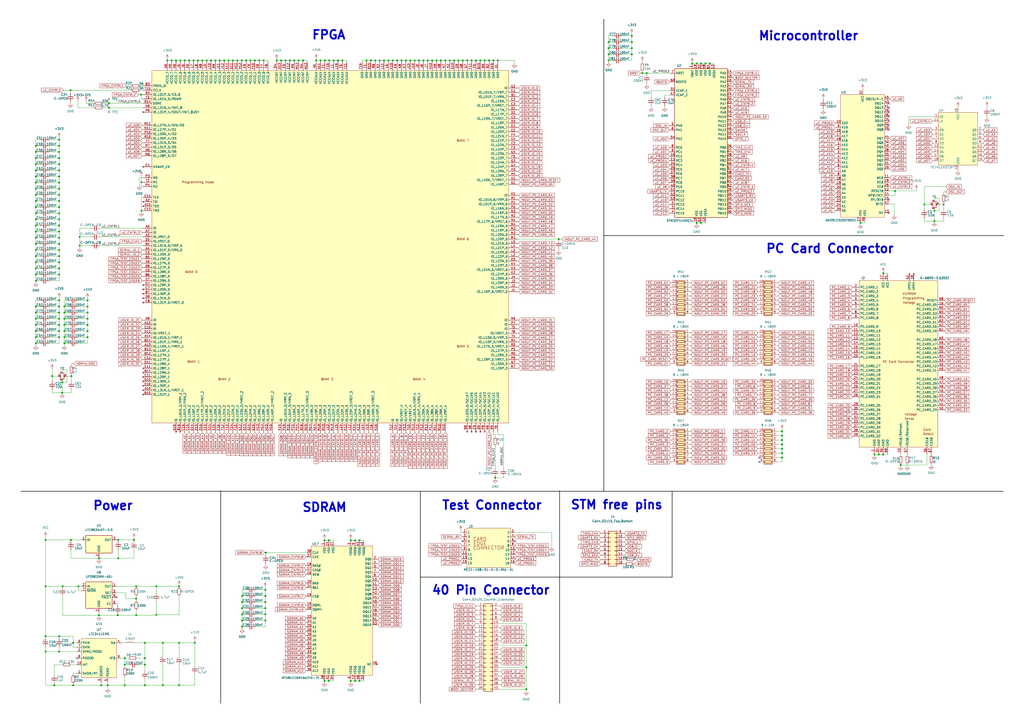
<source format=kicad_sch>
(kicad_sch (version 20211123) (generator eeschema)
  (paper "A2")
  (junction (at 20.828 123.698))
  (junction (at 150.368 35.052))
  (junction (at 82.042 105.664))
  (junction (at 188.468 35.052))
  (junction (at 153.924 345.694))
  (junction (at 287.274 277.114))
  (junction (at 140.462 352.806))
  (junction (at 271.018 35.052))
  (junction (at 137.668 35.052))
  (junction (at 34.29 127.254))
  (junction (at 34.29 159.258))
  (junction (at 34.29 152.146))
  (junction (at 154.178 320.548))
  (junction (at 109.728 35.052))
  (junction (at 324.104 138.684))
  (junction (at 50.8 177.8))
  (junction (at 217.678 35.052))
  (junction (at 41.148 313.182))
  (junction (at 20.828 155.702))
  (junction (at 119.888 35.052))
  (junction (at 205.994 313.436))
  (junction (at 281.178 35.052))
  (junction (at 34.29 377.952))
  (junction (at 185.928 35.052))
  (junction (at 42.418 397.51))
  (junction (at 20.828 184.912))
  (junction (at 34.29 188.468))
  (junction (at 72.39 381.762))
  (junction (at 132.588 35.052))
  (junction (at 68.326 356.87))
  (junction (at 114.808 35.052))
  (junction (at 286.258 35.052))
  (junction (at 188.214 394.97))
  (junction (at 20.828 159.258))
  (junction (at 519.176 110.744))
  (junction (at 77.724 313.182))
  (junction (at 20.828 137.922))
  (junction (at 20.828 152.146))
  (junction (at 263.398 35.052))
  (junction (at 34.29 102.362))
  (junction (at 31.496 397.51))
  (junction (at 37.338 177.8))
  (junction (at 536.194 118.618))
  (junction (at 113.03 372.872))
  (junction (at 124.968 35.052))
  (junction (at 26.416 369.062))
  (junction (at 232.918 35.052))
  (junction (at 191.008 35.052))
  (junction (at 193.548 35.052))
  (junction (at 103.886 340.106))
  (junction (at 34.29 141.478))
  (junction (at 509.778 263.652))
  (junction (at 57.404 323.85))
  (junction (at 103.886 372.872))
  (junction (at 104.648 35.052))
  (junction (at 34.29 148.59))
  (junction (at 30.226 218.186))
  (junction (at 102.108 35.052))
  (junction (at 203.454 394.97))
  (junction (at 34.29 81.026))
  (junction (at 163.068 35.052))
  (junction (at 20.828 195.58))
  (junction (at 72.39 385.572))
  (junction (at 305.308 387.096))
  (junction (at 245.618 35.052))
  (junction (at 20.828 177.8))
  (junction (at 34.29 95.25))
  (junction (at 20.828 181.356))
  (junction (at 353.06 35.052))
  (junction (at 212.598 35.052))
  (junction (at 366.522 20.828))
  (junction (at 20.828 145.034))
  (junction (at 140.462 356.362))
  (junction (at 34.29 192.024))
  (junction (at 205.994 394.97))
  (junction (at 507.238 263.652))
  (junction (at 34.29 84.582))
  (junction (at 453.644 252.73))
  (junction (at 453.644 262.89))
  (junction (at 140.462 345.694))
  (junction (at 153.924 359.918))
  (junction (at 265.938 35.052))
  (junction (at 20.828 199.136))
  (junction (at 20.828 113.03))
  (junction (at 26.416 340.106))
  (junction (at 140.462 349.25))
  (junction (at 20.828 95.25))
  (junction (at 34.29 98.806))
  (junction (at 208.534 313.436))
  (junction (at 50.8 188.468))
  (junction (at 82.042 122.174))
  (junction (at 190.754 313.436))
  (junction (at 453.644 260.35))
  (junction (at 34.29 184.912))
  (junction (at 46.228 137.414))
  (junction (at 26.416 377.952))
  (junction (at 283.718 35.052))
  (junction (at 20.828 162.814))
  (junction (at 78.994 356.87))
  (junction (at 273.558 35.052))
  (junction (at 68.58 313.182))
  (junction (at 57.404 356.87))
  (junction (at 522.478 269.748))
  (junction (at 34.29 120.142))
  (junction (at 50.8 184.912))
  (junction (at 34.29 177.8))
  (junction (at 243.078 35.052))
  (junction (at 78.994 340.106))
  (junction (at 68.58 323.85))
  (junction (at 353.06 27.94))
  (junction (at 94.488 372.872))
  (junction (at 208.534 394.97))
  (junction (at 46.228 142.494))
  (junction (at 117.348 35.052))
  (junction (at 34.29 123.698))
  (junction (at 512.318 158.496))
  (junction (at 453.644 257.81))
  (junction (at 203.454 313.436))
  (junction (at 253.238 35.052))
  (junction (at 366.522 27.94))
  (junction (at 20.828 130.81))
  (junction (at 20.828 116.586))
  (junction (at 50.8 192.024))
  (junction (at 50.8 181.356))
  (junction (at 37.338 184.912))
  (junction (at 258.318 35.052))
  (junction (at 542.036 128.27))
  (junction (at 34.29 155.702))
  (junction (at 353.06 24.384))
  (junction (at 20.828 188.468))
  (junction (at 183.388 35.052))
  (junction (at 103.886 397.51))
  (junction (at 20.828 105.918))
  (junction (at 190.754 394.97))
  (junction (at 188.214 313.436))
  (junction (at 20.828 148.59))
  (junction (at 260.858 35.052))
  (junction (at 153.924 356.362))
  (junction (at 198.628 35.052))
  (junction (at 170.688 35.052))
  (junction (at 94.488 397.51))
  (junction (at 255.778 35.052))
  (junction (at 227.838 35.052))
  (junction (at 84.074 385.572))
  (junction (at 37.338 192.024))
  (junction (at 140.208 35.052))
  (junction (at 248.158 35.052))
  (junction (at 20.828 134.366))
  (junction (at 230.378 35.052))
  (junction (at 34.29 369.062))
  (junction (at 20.828 127.254))
  (junction (at 147.828 35.052))
  (junction (at 160.528 35.052))
  (junction (at 375.158 42.418))
  (junction (at 36.322 340.106))
  (junction (at 453.644 265.43))
  (junction (at 153.924 352.806))
  (junction (at 40.894 52.324))
  (junction (at 20.828 192.024))
  (junction (at 130.048 35.052))
  (junction (at 34.29 130.81))
  (junction (at 499.11 129.286))
  (junction (at 84.074 381.762))
  (junction (at 127.508 35.052))
  (junction (at 50.8 174.244))
  (junction (at 20.828 88.138))
  (junction (at 20.828 98.806))
  (junction (at 366.522 31.496))
  (junction (at 406.654 129.286))
  (junction (at 34.29 113.03))
  (junction (at 20.828 141.478))
  (junction (at 37.338 181.356))
  (junction (at 34.29 174.244))
  (junction (at 107.188 35.052))
  (junction (at 112.268 35.052))
  (junction (at 453.644 250.19))
  (junction (at 45.466 340.106))
  (junction (at 153.924 349.25))
  (junction (at 42.418 372.872))
  (junction (at 278.638 35.052))
  (junction (at 81.788 54.864))
  (junction (at 135.128 35.052))
  (junction (at 305.308 374.396))
  (junction (at 90.678 340.106))
  (junction (at 20.828 84.582))
  (junction (at 140.462 363.474))
  (junction (at 153.924 342.138))
  (junction (at 84.074 372.872))
  (junction (at 401.574 36.83))
  (junction (at 235.458 35.052))
  (junction (at 34.29 109.474))
  (junction (at 34.29 195.58))
  (junction (at 97.028 35.052))
  (junction (at 122.428 35.052))
  (junction (at 168.148 35.052))
  (junction (at 542.036 122.174))
  (junction (at 276.098 35.052))
  (junction (at 453.644 255.27))
  (junction (at 173.228 35.052))
  (junction (at 37.338 195.58))
  (junction (at 225.298 35.052))
  (junction (at 62.484 397.51))
  (junction (at 268.478 35.052))
  (junction (at 288.798 35.052))
  (junction (at 63.246 62.484))
  (junction (at 34.29 181.356))
  (junction (at 250.698 35.052))
  (junction (at 90.678 356.616))
  (junction (at 34.29 145.034))
  (junction (at 34.29 105.918))
  (junction (at 63.246 59.944))
  (junction (at 34.29 88.138))
  (junction (at 409.194 36.83))
  (junction (at 50.8 195.58))
  (junction (at 222.758 35.052))
  (junction (at 34.29 137.922))
  (junction (at 215.138 35.052))
  (junction (at 404.114 129.286))
  (junction (at 406.654 36.83))
  (junction (at 165.608 35.052))
  (junction (at 26.416 313.182))
  (junction (at 175.768 35.052))
  (junction (at 36.068 227.838))
  (junction (at 240.538 35.052))
  (junction (at 20.828 91.694))
  (junction (at 36.068 221.742))
  (junction (at 220.218 35.052))
  (junction (at 366.522 24.384))
  (junction (at 140.462 359.918))
  (junction (at 99.568 35.052))
  (junction (at 37.338 188.468))
  (junction (at 34.29 134.366))
  (junction (at 78.994 347.218))
  (junction (at 196.088 35.052))
  (junction (at 145.288 35.052))
  (junction (at 237.998 35.052))
  (junction (at 411.734 36.83))
  (junction (at 142.748 35.052))
  (junction (at 41.402 218.186))
  (junction (at 20.828 120.142))
  (junction (at 58.674 397.51))
  (junction (at 84.074 397.51))
  (junction (at 37.338 199.136))
  (junction (at 305.308 399.796))
  (junction (at 34.29 116.586))
  (junction (at 34.29 91.694))
  (junction (at 152.908 35.052))
  (junction (at 20.828 102.362))
  (junction (at 372.618 42.418))
  (junction (at 512.318 263.652))
  (junction (at 72.39 397.51))
  (junction (at 547.37 118.618))
  (junction (at 20.828 109.474))
  (junction (at 404.114 36.83))
  (junction (at 353.06 31.496))
  (no_connect (at 44.704 381.762))
  (no_connect (at 440.436 265.43))
  (no_connect (at 440.436 267.97))
  (no_connect (at 515.62 115.824))
  (no_connect (at 515.62 62.484))
  (no_connect (at 515.62 59.944))
  (no_connect (at 268.224 313.944))
  (no_connect (at 298.704 313.944))
  (no_connect (at 67.564 346.456))
  (no_connect (at 515.62 67.564))
  (no_connect (at 515.62 75.184))
  (no_connect (at 515.62 70.104))
  (no_connect (at 515.62 72.644))
  (no_connect (at 515.62 65.024))
  (wire (pts (xy 400.812 255.27) (xy 400.05 255.27)))
  (wire (pts (xy 362.204 319.532) (xy 361.696 319.532)))
  (wire (pts (xy 46.228 132.334) (xy 46.228 137.414)))
  (wire (pts (xy 20.828 155.702) (xy 20.828 159.258)))
  (wire (pts (xy 289.56 389.636) (xy 290.576 389.636)))
  (wire (pts (xy 28.448 81.026) (xy 34.29 81.026)))
  (wire (pts (xy 348.488 324.612) (xy 348.996 324.612)))
  (wire (pts (xy 232.918 35.052) (xy 235.458 35.052)))
  (wire (pts (xy 150.368 250.952) (xy 150.368 250.444)))
  (wire (pts (xy 371.602 42.418) (xy 372.618 42.418)))
  (wire (pts (xy 366.522 24.384) (xy 366.522 20.828)))
  (wire (pts (xy 451.358 239.268) (xy 450.596 239.268)))
  (wire (pts (xy 289.56 394.716) (xy 290.576 394.716)))
  (wire (pts (xy 44.704 375.412) (xy 42.418 375.412)))
  (wire (pts (xy 44.958 184.912) (xy 50.8 184.912)))
  (wire (pts (xy 220.218 35.814) (xy 220.218 35.052)))
  (wire (pts (xy 20.828 177.8) (xy 23.368 177.8)))
  (wire (pts (xy 140.462 352.806) (xy 140.462 356.362)))
  (wire (pts (xy 541.02 80.518) (xy 541.782 80.518)))
  (wire (pts (xy 240.538 250.952) (xy 240.538 250.444)))
  (wire (pts (xy 140.462 349.25) (xy 140.462 352.806)))
  (wire (pts (xy 37.338 192.024) (xy 39.878 192.024)))
  (wire (pts (xy 37.338 177.8) (xy 39.878 177.8)))
  (wire (pts (xy 230.378 250.952) (xy 230.378 250.444)))
  (wire (pts (xy 28.448 98.806) (xy 34.29 98.806)))
  (wire (pts (xy 361.696 316.992) (xy 362.204 316.992)))
  (wire (pts (xy 20.828 184.912) (xy 23.368 184.912)))
  (wire (pts (xy 41.402 218.186) (xy 41.402 220.98)))
  (wire (pts (xy 424.942 113.538) (xy 424.434 113.538)))
  (wire (pts (xy 451.358 208.28) (xy 450.596 208.28)))
  (wire (pts (xy 230.378 35.052) (xy 230.378 35.814)))
  (wire (pts (xy 361.696 327.152) (xy 362.458 327.152)))
  (wire (pts (xy 219.202 326.898) (xy 218.694 326.898)))
  (wire (pts (xy 414.274 36.83) (xy 411.734 36.83)))
  (wire (pts (xy 217.678 35.052) (xy 220.218 35.052)))
  (wire (pts (xy 83.058 62.484) (xy 63.246 62.484)))
  (wire (pts (xy 198.628 250.952) (xy 198.628 250.444)))
  (wire (pts (xy 45.466 342.646) (xy 45.466 340.106)))
  (wire (pts (xy 82.55 195.834) (xy 83.058 195.834)))
  (wire (pts (xy 451.358 198.12) (xy 450.596 198.12)))
  (wire (pts (xy 300.736 81.534) (xy 300.228 81.534)))
  (wire (pts (xy 84.074 389.128) (xy 84.074 385.572)))
  (wire (pts (xy 278.638 35.052) (xy 281.178 35.052)))
  (wire (pts (xy 424.942 44.958) (xy 424.434 44.958)))
  (wire (pts (xy 258.318 250.952) (xy 258.318 250.444)))
  (wire (pts (xy 173.228 250.952) (xy 173.228 250.444)))
  (wire (pts (xy 28.448 181.356) (xy 34.29 181.356)))
  (wire (pts (xy 389.128 229.108) (xy 389.89 229.108)))
  (wire (pts (xy 78.994 356.87) (xy 68.326 356.87)))
  (wire (pts (xy 82.55 85.344) (xy 83.058 85.344)))
  (wire (pts (xy 439.674 252.73) (xy 440.436 252.73)))
  (wire (pts (xy 62.484 395.732) (xy 62.484 397.51)))
  (wire (pts (xy 424.942 93.218) (xy 424.434 93.218)))
  (wire (pts (xy 424.942 52.578) (xy 424.434 52.578)))
  (wire (pts (xy 439.674 169.164) (xy 440.436 169.164)))
  (wire (pts (xy 235.458 250.952) (xy 235.458 250.444)))
  (wire (pts (xy 324.104 138.684) (xy 300.228 138.684)))
  (wire (pts (xy 119.888 35.052) (xy 117.348 35.052)))
  (wire (pts (xy 34.29 195.58) (xy 34.29 192.024)))
  (wire (pts (xy 300.736 118.364) (xy 300.228 118.364)))
  (wire (pts (xy 34.29 105.918) (xy 34.29 102.362)))
  (wire (pts (xy 140.462 342.138) (xy 140.462 345.694)))
  (wire (pts (xy 44.958 188.468) (xy 50.8 188.468)))
  (wire (pts (xy 28.448 188.468) (xy 34.29 188.468)))
  (wire (pts (xy 300.736 195.834) (xy 300.228 195.834)))
  (wire (pts (xy 140.462 345.694) (xy 143.002 345.694)))
  (wire (pts (xy 300.736 78.994) (xy 300.228 78.994)))
  (wire (pts (xy 148.082 363.474) (xy 153.924 363.474)))
  (wire (pts (xy 90.678 340.106) (xy 78.994 340.106)))
  (wire (pts (xy 439.674 195.58) (xy 440.436 195.58)))
  (wire (pts (xy 439.674 198.12) (xy 440.436 198.12)))
  (wire (pts (xy 484.632 94.234) (xy 485.14 94.234)))
  (wire (pts (xy 211.074 314.198) (xy 211.074 313.436)))
  (wire (pts (xy 484.632 73.914) (xy 485.14 73.914)))
  (wire (pts (xy 271.018 35.052) (xy 271.018 35.814)))
  (wire (pts (xy 20.828 141.478) (xy 20.828 145.034)))
  (wire (pts (xy 62.484 397.51) (xy 62.484 399.288)))
  (wire (pts (xy 509.778 263.144) (xy 509.778 263.652)))
  (wire (pts (xy 401.574 36.322) (xy 401.574 36.83)))
  (wire (pts (xy 424.942 62.738) (xy 424.434 62.738)))
  (wire (pts (xy 57.404 356.87) (xy 57.404 357.378)))
  (wire (pts (xy 50.8 188.468) (xy 50.8 184.912)))
  (wire (pts (xy 389.128 193.04) (xy 389.89 193.04)))
  (wire (pts (xy 20.828 134.366) (xy 20.828 137.922)))
  (wire (pts (xy 82.55 190.754) (xy 83.058 190.754)))
  (wire (pts (xy 519.176 113.284) (xy 519.176 110.744)))
  (wire (pts (xy 253.238 35.052) (xy 255.778 35.052)))
  (wire (pts (xy 173.228 35.814) (xy 173.228 35.052)))
  (wire (pts (xy 135.128 35.052) (xy 132.588 35.052)))
  (wire (pts (xy 522.478 269.748) (xy 537.718 269.748)))
  (wire (pts (xy 148.082 349.25) (xy 153.924 349.25)))
  (wire (pts (xy 70.104 381.762) (xy 72.39 381.762)))
  (wire (pts (xy 80.01 385.572) (xy 84.074 385.572)))
  (wire (pts (xy 453.644 249.174) (xy 453.644 250.19)))
  (wire (pts (xy 206.248 250.952) (xy 206.248 250.444)))
  (wire (pts (xy 516.128 90.424) (xy 515.62 90.424)))
  (wire (pts (xy 26.416 377.952) (xy 26.416 397.51)))
  (wire (pts (xy 135.128 35.814) (xy 135.128 35.052)))
  (wire (pts (xy 385.572 55.118) (xy 385.572 56.388)))
  (wire (pts (xy 132.588 250.952) (xy 132.588 250.444)))
  (wire (pts (xy 300.736 101.854) (xy 300.228 101.854)))
  (wire (pts (xy 210.058 35.814) (xy 210.058 35.052)))
  (wire (pts (xy 34.29 370.332) (xy 34.29 369.062)))
  (wire (pts (xy 289.56 354.076) (xy 290.322 354.076)))
  (wire (pts (xy 424.942 88.138) (xy 424.434 88.138)))
  (wire (pts (xy 248.158 35.052) (xy 250.698 35.052)))
  (wire (pts (xy 360.68 20.828) (xy 366.522 20.828)))
  (wire (pts (xy 451.358 179.324) (xy 450.596 179.324)))
  (wire (pts (xy 300.736 166.624) (xy 300.228 166.624)))
  (wire (pts (xy 114.808 250.952) (xy 114.808 250.444)))
  (wire (pts (xy 20.828 188.468) (xy 23.368 188.468)))
  (wire (pts (xy 20.828 137.922) (xy 20.828 141.478)))
  (wire (pts (xy 34.29 98.806) (xy 34.29 95.25)))
  (wire (pts (xy 26.416 375.412) (xy 26.416 377.952)))
  (wire (pts (xy 219.202 362.458) (xy 218.694 362.458)))
  (wire (pts (xy 484.632 81.534) (xy 485.14 81.534)))
  (wire (pts (xy 404.114 129.286) (xy 404.114 129.794)))
  (wire (pts (xy 267.208 308.864) (xy 268.224 308.864)))
  (wire (pts (xy 324.104 138.684) (xy 324.104 139.446)))
  (wire (pts (xy 245.618 250.952) (xy 245.618 250.444)))
  (wire (pts (xy 288.798 252.222) (xy 288.798 250.444)))
  (wire (pts (xy 20.828 98.806) (xy 20.828 102.362)))
  (wire (pts (xy 140.462 345.694) (xy 140.462 349.25)))
  (wire (pts (xy 536.194 126.492) (xy 536.194 128.27)))
  (wire (pts (xy 41.148 323.85) (xy 57.404 323.85)))
  (wire (pts (xy 20.828 113.03) (xy 23.368 113.03)))
  (wire (pts (xy 153.924 345.694) (xy 153.924 342.138)))
  (wire (pts (xy 178.308 35.052) (xy 175.768 35.052)))
  (wire (pts (xy 536.194 108.204) (xy 536.194 118.618)))
  (wire (pts (xy 348.488 309.372) (xy 348.996 309.372)))
  (wire (pts (xy 20.828 188.468) (xy 20.828 192.024)))
  (wire (pts (xy 145.288 35.814) (xy 145.288 35.052)))
  (wire (pts (xy 215.138 35.052) (xy 217.678 35.052)))
  (wire (pts (xy 205.994 313.436) (xy 208.534 313.436)))
  (wire (pts (xy 547.37 126.492) (xy 547.37 128.27)))
  (wire (pts (xy 289.56 369.316) (xy 290.322 369.316)))
  (wire (pts (xy 522.478 269.24) (xy 522.478 269.748)))
  (wire (pts (xy 484.632 86.614) (xy 485.14 86.614)))
  (wire (pts (xy 34.29 159.258) (xy 34.29 162.814)))
  (wire (pts (xy 34.29 134.366) (xy 34.29 130.81)))
  (wire (pts (xy 253.238 35.052) (xy 253.238 35.814)))
  (wire (pts (xy 20.828 159.258) (xy 23.368 159.258)))
  (wire (pts (xy 512.318 263.652) (xy 509.778 263.652)))
  (wire (pts (xy 20.828 116.586) (xy 23.368 116.586)))
  (wire (pts (xy 82.55 200.914) (xy 83.058 200.914)))
  (wire (pts (xy 177.546 376.428) (xy 178.054 376.428)))
  (wire (pts (xy 122.428 35.814) (xy 122.428 35.052)))
  (wire (pts (xy 389.128 174.244) (xy 389.89 174.244)))
  (wire (pts (xy 193.548 250.952) (xy 193.548 250.444)))
  (wire (pts (xy 389.128 262.89) (xy 389.89 262.89)))
  (wire (pts (xy 219.202 354.838) (xy 218.694 354.838)))
  (wire (pts (xy 34.29 177.8) (xy 34.29 174.244)))
  (wire (pts (xy 439.674 208.28) (xy 440.436 208.28)))
  (wire (pts (xy 265.938 35.814) (xy 265.938 35.052)))
  (wire (pts (xy 82.55 87.884) (xy 83.058 87.884)))
  (wire (pts (xy 451.358 176.784) (xy 450.596 176.784)))
  (wire (pts (xy 63.246 62.484) (xy 63.246 65.024)))
  (wire (pts (xy 283.718 35.052) (xy 286.258 35.052)))
  (wire (pts (xy 250.698 250.952) (xy 250.698 250.444)))
  (wire (pts (xy 400.812 210.82) (xy 400.05 210.82)))
  (wire (pts (xy 124.968 35.052) (xy 122.428 35.052)))
  (wire (pts (xy 148.082 352.806) (xy 153.924 352.806)))
  (wire (pts (xy 119.888 250.952) (xy 119.888 250.444)))
  (wire (pts (xy 243.078 250.952) (xy 243.078 250.444)))
  (wire (pts (xy 451.358 181.864) (xy 450.596 181.864)))
  (wire (pts (xy 369.316 324.612) (xy 368.046 324.612)))
  (wire (pts (xy 59.69 59.944) (xy 63.246 59.944)))
  (wire (pts (xy 424.942 108.458) (xy 424.434 108.458)))
  (wire (pts (xy 300.736 115.824) (xy 300.228 115.824)))
  (wire (pts (xy 477.52 57.15) (xy 477.52 57.912)))
  (wire (pts (xy 130.048 35.052) (xy 127.508 35.052)))
  (wire (pts (xy 222.758 35.052) (xy 222.758 35.814)))
  (wire (pts (xy 276.098 369.316) (xy 276.86 369.316)))
  (wire (pts (xy 237.998 35.052) (xy 237.998 35.814)))
  (wire (pts (xy 28.448 155.702) (xy 34.29 155.702)))
  (wire (pts (xy 26.416 397.51) (xy 31.496 397.51)))
  (wire (pts (xy 300.736 120.904) (xy 300.228 120.904)))
  (wire (pts (xy 541.02 90.678) (xy 541.782 90.678)))
  (wire (pts (xy 389.128 250.19) (xy 389.89 250.19)))
  (wire (pts (xy 484.632 119.634) (xy 485.14 119.634)))
  (wire (pts (xy 375.158 42.418) (xy 375.158 43.18)))
  (wire (pts (xy 219.202 342.138) (xy 218.694 342.138)))
  (wire (pts (xy 208.788 250.952) (xy 208.788 250.444)))
  (wire (pts (xy 26.416 311.404) (xy 26.416 313.182)))
  (wire (pts (xy 289.56 361.696) (xy 305.308 361.696)))
  (wire (pts (xy 155.448 250.952) (xy 155.448 250.444)))
  (wire (pts (xy 20.828 177.8) (xy 20.828 181.356)))
  (wire (pts (xy 37.338 195.58) (xy 37.338 199.136)))
  (wire (pts (xy 218.948 250.952) (xy 218.948 250.444)))
  (wire (pts (xy 516.128 105.664) (xy 515.62 105.664)))
  (wire (pts (xy 300.736 133.604) (xy 300.228 133.604)))
  (wire (pts (xy 353.06 27.94) (xy 355.6 27.94)))
  (wire (pts (xy 348.488 311.912) (xy 348.996 311.912)))
  (wire (pts (xy 57.404 355.346) (xy 57.404 356.87)))
  (wire (pts (xy 213.868 250.952) (xy 213.868 250.444)))
  (wire (pts (xy 78.994 345.694) (xy 78.994 347.218)))
  (wire (pts (xy 210.058 35.052) (xy 212.598 35.052)))
  (wire (pts (xy 400.812 231.648) (xy 400.05 231.648)))
  (wire (pts (xy 28.448 95.25) (xy 34.29 95.25)))
  (wire (pts (xy 300.736 61.214) (xy 300.228 61.214)))
  (wire (pts (xy 289.56 379.476) (xy 290.322 379.476)))
  (wire (pts (xy 484.632 99.314) (xy 485.14 99.314)))
  (wire (pts (xy 348.488 327.152) (xy 348.996 327.152)))
  (wire (pts (xy 300.736 84.074) (xy 300.228 84.074)))
  (wire (pts (xy 292.1 252.222) (xy 292.1 271.526)))
  (wire (pts (xy 400.812 262.89) (xy 400.05 262.89)))
  (wire (pts (xy 177.546 361.188) (xy 178.054 361.188)))
  (wire (pts (xy 44.958 177.8) (xy 50.8 177.8)))
  (wire (pts (xy 366.522 20.828) (xy 366.522 19.558)))
  (wire (pts (xy 286.258 35.814) (xy 286.258 35.052)))
  (wire (pts (xy 451.358 195.58) (xy 450.596 195.58)))
  (wire (pts (xy 34.29 174.244) (xy 34.29 172.72)))
  (wire (pts (xy 112.268 35.814) (xy 112.268 35.052)))
  (wire (pts (xy 353.06 35.052) (xy 355.6 35.052)))
  (wire (pts (xy 104.648 35.814) (xy 104.648 35.052)))
  (wire (pts (xy 388.366 72.898) (xy 388.874 72.898)))
  (wire (pts (xy 50.038 58.674) (xy 50.038 59.944)))
  (wire (pts (xy 20.828 145.034) (xy 23.368 145.034)))
  (wire (pts (xy 289.56 384.556) (xy 290.322 384.556)))
  (wire (pts (xy 439.674 262.89) (xy 440.436 262.89)))
  (wire (pts (xy 205.994 314.198) (xy 205.994 313.436)))
  (wire (pts (xy 103.886 397.51) (xy 94.488 397.51)))
  (wire (pts (xy 20.828 113.03) (xy 20.828 116.586)))
  (wire (pts (xy 276.098 35.814) (xy 276.098 35.052)))
  (wire (pts (xy 400.812 169.164) (xy 400.05 169.164)))
  (wire (pts (xy 263.398 35.814) (xy 263.398 35.052)))
  (wire (pts (xy 124.968 35.814) (xy 124.968 35.052)))
  (wire (pts (xy 300.736 128.524) (xy 300.228 128.524)))
  (wire (pts (xy 484.632 109.474) (xy 485.14 109.474)))
  (wire (pts (xy 34.29 192.024) (xy 34.29 188.468)))
  (wire (pts (xy 409.194 36.83) (xy 406.654 36.83)))
  (wire (pts (xy 300.736 148.844) (xy 300.228 148.844)))
  (wire (pts (xy 544.83 122.174) (xy 542.036 122.174)))
  (wire (pts (xy 388.366 98.298) (xy 388.874 98.298)))
  (wire (pts (xy 177.546 363.728) (xy 178.054 363.728)))
  (wire (pts (xy 300.736 151.384) (xy 300.228 151.384)))
  (wire (pts (xy 153.924 352.806) (xy 153.924 349.25)))
  (wire (pts (xy 300.736 73.914) (xy 300.228 73.914)))
  (wire (pts (xy 547.37 117.602) (xy 547.37 118.618)))
  (wire (pts (xy 28.448 120.142) (xy 34.29 120.142)))
  (wire (pts (xy 424.942 47.498) (xy 424.434 47.498)))
  (wire (pts (xy 439.674 239.268) (xy 440.436 239.268)))
  (wire (pts (xy 400.812 221.488) (xy 400.05 221.488)))
  (wire (pts (xy 400.812 205.74) (xy 400.05 205.74)))
  (wire (pts (xy 28.448 130.81) (xy 34.29 130.81)))
  (wire (pts (xy 37.338 199.136) (xy 39.878 199.136)))
  (wire (pts (xy 188.468 35.052) (xy 185.928 35.052)))
  (wire (pts (xy 31.496 385.572) (xy 31.496 391.414)))
  (wire (pts (xy 72.898 343.916) (xy 72.898 347.218)))
  (wire (pts (xy 145.288 250.952) (xy 145.288 250.444)))
  (wire (pts (xy 388.366 103.378) (xy 388.874 103.378)))
  (wire (pts (xy 451.358 231.648) (xy 450.596 231.648)))
  (wire (pts (xy 400.812 195.58) (xy 400.05 195.58)))
  (wire (pts (xy 414.274 37.338) (xy 414.274 36.83)))
  (wire (pts (xy 20.828 192.024) (xy 23.368 192.024)))
  (wire (pts (xy 37.338 188.468) (xy 37.338 192.024)))
  (wire (pts (xy 37.338 199.136) (xy 37.338 200.406)))
  (wire (pts (xy 50.8 184.912) (xy 50.8 181.356)))
  (wire (pts (xy 300.736 141.224) (xy 300.228 141.224)))
  (wire (pts (xy 240.538 35.052) (xy 240.538 35.814)))
  (wire (pts (xy 103.886 339.598) (xy 103.886 340.106)))
  (wire (pts (xy 366.522 27.94) (xy 366.522 24.384)))
  (wire (pts (xy 20.828 127.254) (xy 20.828 130.81)))
  (wire (pts (xy 203.454 312.674) (xy 203.454 313.436)))
  (wire (pts (xy 82.042 114.554) (xy 82.042 122.174)))
  (wire (pts (xy 34.29 141.478) (xy 34.29 137.922)))
  (wire (pts (xy 219.202 344.678) (xy 218.694 344.678)))
  (wire (pts (xy 34.29 369.062) (xy 42.418 369.062)))
  (wire (pts (xy 41.148 313.182) (xy 26.416 313.182)))
  (wire (pts (xy 400.812 171.704) (xy 400.05 171.704)))
  (wire (pts (xy 300.736 86.614) (xy 300.228 86.614)))
  (wire (pts (xy 292.1 252.222) (xy 288.798 252.222)))
  (wire (pts (xy 219.202 337.058) (xy 218.694 337.058)))
  (wire (pts (xy 219.202 324.358) (xy 218.694 324.358)))
  (wire (pts (xy 439.674 255.27) (xy 440.436 255.27)))
  (wire (pts (xy 353.06 20.828) (xy 353.06 24.384)))
  (wire (pts (xy 177.546 340.868) (xy 178.054 340.868)))
  (wire (pts (xy 300.736 193.294) (xy 300.228 193.294)))
  (wire (pts (xy 168.148 250.952) (xy 168.148 250.444)))
  (wire (pts (xy 388.366 118.618) (xy 388.874 118.618)))
  (wire (pts (xy 46.228 142.494) (xy 46.228 143.764)))
  (wire (pts (xy 99.568 35.814) (xy 99.568 35.052)))
  (wire (pts (xy 227.838 35.052) (xy 227.838 35.814)))
  (wire (pts (xy 34.29 95.25) (xy 34.29 91.694)))
  (wire (pts (xy 401.574 36.83) (xy 401.574 37.338)))
  (wire (pts (xy 113.03 386.08) (xy 113.03 372.872)))
  (wire (pts (xy 300.736 185.674) (xy 300.228 185.674)))
  (wire (pts (xy 276.098 371.856) (xy 276.86 371.856)))
  (wire (pts (xy 81.28 49.784) (xy 83.058 49.784)))
  (wire (pts (xy 298.45 35.052) (xy 288.798 35.052)))
  (wire (pts (xy 227.838 250.952) (xy 227.838 250.444)))
  (wire (pts (xy 389.128 166.624) (xy 389.89 166.624)))
  (wire (pts (xy 268.478 35.052) (xy 271.018 35.052)))
  (wire (pts (xy 113.03 371.856) (xy 113.03 372.872)))
  (wire (pts (xy 34.29 123.698) (xy 34.29 120.142)))
  (wire (pts (xy 193.294 314.198) (xy 193.294 313.436)))
  (wire (pts (xy 388.366 47.498) (xy 388.874 47.498)))
  (polyline (pts (xy 128.016 284.734) (xy 128.016 407.924)) (stroke (width 0.3) (type solid) (color 0 0 0 1)))
  (wire (pts (xy 31.496 396.494) (xy 31.496 397.51)))
  (wire (pts (xy 572.516 67.564) (xy 572.516 68.326)))
  (wire (pts (xy 260.858 35.052) (xy 263.398 35.052)))
  (wire (pts (xy 34.29 113.03) (xy 34.29 109.474)))
  (wire (pts (xy 163.068 35.052) (xy 160.528 35.052)))
  (wire (pts (xy 82.55 139.954) (xy 83.058 139.954)))
  (wire (pts (xy 57.404 323.85) (xy 57.404 324.358)))
  (wire (pts (xy 153.924 356.362) (xy 153.924 352.806)))
  (wire (pts (xy 400.812 166.624) (xy 400.05 166.624)))
  (wire (pts (xy 26.416 340.106) (xy 26.416 369.062)))
  (wire (pts (xy 20.828 159.258) (xy 20.828 162.814)))
  (wire (pts (xy 300.736 159.004) (xy 300.228 159.004)))
  (wire (pts (xy 512.318 263.144) (xy 512.318 263.652)))
  (wire (pts (xy 46.228 142.494) (xy 52.832 142.494)))
  (wire (pts (xy 36.068 214.63) (xy 38.862 214.63)))
  (wire (pts (xy 37.338 181.356) (xy 37.338 184.912)))
  (wire (pts (xy 278.638 35.814) (xy 278.638 35.052)))
  (wire (pts (xy 541.02 77.978) (xy 541.782 77.978)))
  (wire (pts (xy 484.632 104.394) (xy 485.14 104.394)))
  (wire (pts (xy 527.05 67.818) (xy 541.782 67.818)))
  (wire (pts (xy 45.212 58.674) (xy 45.212 62.484)))
  (wire (pts (xy 175.768 35.814) (xy 175.768 35.052)))
  (wire (pts (xy 50.8 174.244) (xy 50.8 172.974)))
  (wire (pts (xy 44.958 174.244) (xy 50.8 174.244)))
  (wire (pts (xy 507.238 263.144) (xy 507.238 263.652)))
  (wire (pts (xy 451.358 174.244) (xy 450.596 174.244)))
  (wire (pts (xy 516.128 103.124) (xy 515.62 103.124)))
  (wire (pts (xy 183.388 250.952) (xy 183.388 250.444)))
  (wire (pts (xy 154.178 326.898) (xy 154.178 327.66)))
  (wire (pts (xy 385.572 61.468) (xy 385.572 62.23)))
  (wire (pts (xy 28.448 192.024) (xy 34.29 192.024)))
  (wire (pts (xy 208.534 314.198) (xy 208.534 313.436)))
  (wire (pts (xy 512.318 158.496) (xy 512.318 159.004)))
  (wire (pts (xy 28.448 141.478) (xy 34.29 141.478)))
  (wire (pts (xy 451.358 171.704) (xy 450.596 171.704)))
  (wire (pts (xy 400.812 234.188) (xy 400.05 234.188)))
  (wire (pts (xy 484.632 89.154) (xy 485.14 89.154)))
  (wire (pts (xy 514.858 263.144) (xy 514.858 263.652)))
  (wire (pts (xy 175.768 250.952) (xy 175.768 250.444)))
  (wire (pts (xy 114.808 35.052) (xy 112.268 35.052)))
  (wire (pts (xy 453.644 252.73) (xy 453.644 255.27)))
  (wire (pts (xy 300.736 63.754) (xy 300.228 63.754)))
  (wire (pts (xy 268.478 35.814) (xy 268.478 35.052)))
  (wire (pts (xy 203.708 250.952) (xy 203.708 250.444)))
  (wire (pts (xy 389.128 224.028) (xy 389.89 224.028)))
  (wire (pts (xy 205.994 394.208) (xy 205.994 394.97)))
  (wire (pts (xy 44.958 199.136) (xy 50.8 199.136)))
  (wire (pts (xy 152.908 250.952) (xy 152.908 250.444)))
  (wire (pts (xy 570.23 75.438) (xy 569.722 75.438)))
  (wire (pts (xy 163.068 35.814) (xy 163.068 35.052)))
  (wire (pts (xy 113.03 372.872) (xy 103.886 372.872)))
  (wire (pts (xy 276.098 374.396) (xy 276.86 374.396)))
  (wire (pts (xy 177.546 345.948) (xy 178.054 345.948)))
  (wire (pts (xy 400.812 198.12) (xy 400.05 198.12)))
  (wire (pts (xy 177.546 384.048) (xy 178.054 384.048)))
  (wire (pts (xy 109.728 35.052) (xy 107.188 35.052)))
  (wire (pts (xy 400.812 257.81) (xy 400.05 257.81)))
  (wire (pts (xy 40.894 52.324) (xy 40.894 54.102)))
  (wire (pts (xy 117.348 35.814) (xy 117.348 35.052)))
  (wire (pts (xy 28.448 162.814) (xy 34.29 162.814)))
  (wire (pts (xy 140.462 359.918) (xy 140.462 363.474)))
  (wire (pts (xy 80.264 54.864) (xy 81.788 54.864)))
  (wire (pts (xy 516.128 80.264) (xy 515.62 80.264)))
  (wire (pts (xy 424.942 110.998) (xy 424.434 110.998)))
  (wire (pts (xy 518.668 118.364) (xy 518.668 124.714)))
  (wire (pts (xy 424.942 103.378) (xy 424.434 103.378)))
  (wire (pts (xy 375.158 48.26) (xy 375.158 49.022)))
  (wire (pts (xy 201.168 250.952) (xy 201.168 250.444)))
  (wire (pts (xy 547.37 111.252) (xy 547.37 112.522)))
  (wire (pts (xy 220.218 35.052) (xy 222.758 35.052)))
  (wire (pts (xy 168.148 35.814) (xy 168.148 35.052)))
  (wire (pts (xy 540.258 268.986) (xy 540.258 269.748)))
  (wire (pts (xy 84.074 385.572) (xy 84.074 381.762)))
  (wire (pts (xy 544.83 115.062) (xy 544.83 122.174)))
  (wire (pts (xy 112.268 250.952) (xy 112.268 250.444)))
  (wire (pts (xy 82.55 162.814) (xy 83.058 162.814)))
  (wire (pts (xy 190.754 394.97) (xy 188.214 394.97)))
  (wire (pts (xy 68.58 319.024) (xy 68.58 323.85)))
  (wire (pts (xy 177.546 378.968) (xy 178.054 378.968)))
  (wire (pts (xy 235.458 35.052) (xy 237.998 35.052)))
  (wire (pts (xy 153.924 342.138) (xy 153.924 340.614)))
  (wire (pts (xy 37.338 184.912) (xy 39.878 184.912)))
  (wire (pts (xy 178.308 250.952) (xy 178.308 250.444)))
  (wire (pts (xy 300.736 94.234) (xy 300.228 94.234)))
  (wire (pts (xy 499.11 128.524) (xy 499.11 129.286)))
  (wire (pts (xy 300.736 125.984) (xy 300.228 125.984)))
  (wire (pts (xy 439.674 205.74) (xy 440.436 205.74)))
  (wire (pts (xy 300.736 211.074) (xy 300.228 211.074)))
  (wire (pts (xy 153.924 363.474) (xy 153.924 359.918)))
  (wire (pts (xy 20.828 195.58) (xy 23.368 195.58)))
  (wire (pts (xy 147.828 35.814) (xy 147.828 35.052)))
  (wire (pts (xy 389.128 164.084) (xy 389.89 164.084)))
  (wire (pts (xy 439.674 260.35) (xy 440.436 260.35)))
  (wire (pts (xy 320.04 308.864) (xy 320.04 317.246)))
  (wire (pts (xy 276.098 387.096) (xy 276.86 387.096)))
  (wire (pts (xy 271.018 35.052) (xy 273.558 35.052)))
  (wire (pts (xy 439.674 221.488) (xy 440.436 221.488)))
  (wire (pts (xy 289.56 366.776) (xy 290.322 366.776)))
  (wire (pts (xy 34.29 88.138) (xy 34.29 84.582)))
  (wire (pts (xy 84.074 397.51) (xy 72.39 397.51)))
  (wire (pts (xy 37.338 174.244) (xy 37.338 177.8)))
  (wire (pts (xy 84.074 381.762) (xy 84.074 372.872)))
  (wire (pts (xy 135.128 250.952) (xy 135.128 250.444)))
  (wire (pts (xy 300.736 213.614) (xy 300.228 213.614)))
  (wire (pts (xy 28.448 137.922) (xy 34.29 137.922)))
  (polyline (pts (xy 324.612 284.734) (xy 324.612 407.924)) (stroke (width 0.3) (type solid) (color 0 0 0 1)))
  (wire (pts (xy 20.828 120.142) (xy 23.368 120.142)))
  (wire (pts (xy 388.366 100.838) (xy 388.874 100.838)))
  (wire (pts (xy 44.704 377.952) (xy 34.29 377.952)))
  (wire (pts (xy 58.674 397.51) (xy 62.484 397.51)))
  (wire (pts (xy 59.69 62.484) (xy 63.246 62.484)))
  (wire (pts (xy 72.39 397.51) (xy 62.484 397.51)))
  (wire (pts (xy 522.478 263.144) (xy 522.478 264.16)))
  (wire (pts (xy 58.674 395.732) (xy 58.674 397.51)))
  (wire (pts (xy 50.8 177.8) (xy 50.8 174.244)))
  (wire (pts (xy 165.608 250.952) (xy 165.608 250.444)))
  (wire (pts (xy 34.29 127.254) (xy 34.29 123.698)))
  (wire (pts (xy 94.488 372.872) (xy 94.488 380.492)))
  (wire (pts (xy 20.828 155.702) (xy 23.368 155.702)))
  (wire (pts (xy 177.546 353.568) (xy 178.054 353.568)))
  (wire (pts (xy 424.942 121.158) (xy 424.434 121.158)))
  (wire (pts (xy 28.448 145.034) (xy 34.29 145.034)))
  (wire (pts (xy 183.388 34.29) (xy 183.388 35.052)))
  (wire (pts (xy 38.862 214.63) (xy 38.862 221.742)))
  (wire (pts (xy 191.008 35.052) (xy 188.468 35.052)))
  (wire (pts (xy 140.208 35.052) (xy 137.668 35.052)))
  (wire (pts (xy 389.128 205.74) (xy 389.89 205.74)))
  (wire (pts (xy 353.06 24.384) (xy 353.06 27.94)))
  (wire (pts (xy 389.128 239.268) (xy 389.89 239.268)))
  (wire (pts (xy 300.736 89.154) (xy 300.228 89.154)))
  (wire (pts (xy 516.128 82.804) (xy 515.62 82.804)))
  (wire (pts (xy 424.942 70.358) (xy 424.434 70.358)))
  (wire (pts (xy 154.178 320.548) (xy 154.178 321.818)))
  (wire (pts (xy 484.632 101.854) (xy 485.14 101.854)))
  (wire (pts (xy 219.202 349.758) (xy 218.694 349.758)))
  (wire (pts (xy 137.668 35.052) (xy 135.128 35.052)))
  (wire (pts (xy 439.674 224.028) (xy 440.436 224.028)))
  (wire (pts (xy 130.048 35.814) (xy 130.048 35.052)))
  (wire (pts (xy 36.322 340.106) (xy 36.322 340.868)))
  (wire (pts (xy 406.654 129.286) (xy 404.114 129.286)))
  (wire (pts (xy 50.8 192.024) (xy 50.8 188.468)))
  (wire (pts (xy 208.534 394.208) (xy 208.534 394.97)))
  (wire (pts (xy 300.736 161.544) (xy 300.228 161.544)))
  (wire (pts (xy 516.128 92.964) (xy 515.62 92.964)))
  (wire (pts (xy 20.828 123.698) (xy 23.368 123.698)))
  (wire (pts (xy 103.886 356.616) (xy 90.678 356.616)))
  (wire (pts (xy 404.114 128.778) (xy 404.114 129.286)))
  (wire (pts (xy 289.56 374.396) (xy 305.308 374.396)))
  (wire (pts (xy 148.082 345.694) (xy 153.924 345.694)))
  (wire (pts (xy 265.938 35.052) (xy 268.478 35.052)))
  (wire (pts (xy 360.68 24.384) (xy 366.522 24.384)))
  (wire (pts (xy 44.958 195.58) (xy 50.8 195.58)))
  (wire (pts (xy 203.454 394.208) (xy 203.454 394.97)))
  (wire (pts (xy 23.368 81.026) (xy 20.828 81.026)))
  (wire (pts (xy 298.45 36.83) (xy 298.45 35.052)))
  (wire (pts (xy 190.754 313.436) (xy 188.214 313.436)))
  (wire (pts (xy 140.462 356.362) (xy 143.002 356.362)))
  (wire (pts (xy 389.128 221.488) (xy 389.89 221.488)))
  (wire (pts (xy 114.808 35.814) (xy 114.808 35.052)))
  (wire (pts (xy 177.546 381.508) (xy 178.054 381.508)))
  (wire (pts (xy 47.244 340.106) (xy 45.466 340.106)))
  (wire (pts (xy 102.108 35.052) (xy 99.568 35.052)))
  (wire (pts (xy 82.55 75.184) (xy 83.058 75.184)))
  (wire (pts (xy 119.888 35.814) (xy 119.888 35.052)))
  (wire (pts (xy 400.812 164.084) (xy 400.05 164.084)))
  (wire (pts (xy 250.698 35.052) (xy 250.698 35.814)))
  (wire (pts (xy 424.942 105.918) (xy 424.434 105.918)))
  (wire (pts (xy 406.654 128.778) (xy 406.654 129.286)))
  (wire (pts (xy 82.55 147.574) (xy 83.058 147.574)))
  (wire (pts (xy 450.596 255.27) (xy 453.644 255.27)))
  (wire (pts (xy 276.098 389.636) (xy 276.86 389.636)))
  (wire (pts (xy 424.942 67.818) (xy 424.434 67.818)))
  (wire (pts (xy 273.558 35.052) (xy 276.098 35.052)))
  (wire (pts (xy 255.778 35.052) (xy 258.318 35.052)))
  (wire (pts (xy 388.366 123.698) (xy 388.874 123.698)))
  (wire (pts (xy 536.194 128.27) (xy 542.036 128.27)))
  (wire (pts (xy 260.858 35.814) (xy 260.858 35.052)))
  (wire (pts (xy 439.674 236.728) (xy 440.436 236.728)))
  (wire (pts (xy 20.828 109.474) (xy 23.368 109.474)))
  (wire (pts (xy 289.56 399.796) (xy 305.308 399.796)))
  (wire (pts (xy 300.736 169.164) (xy 300.228 169.164)))
  (wire (pts (xy 20.828 81.026) (xy 20.828 84.582)))
  (wire (pts (xy 23.368 91.694) (xy 20.828 91.694)))
  (wire (pts (xy 188.468 35.814) (xy 188.468 35.052)))
  (wire (pts (xy 353.06 24.384) (xy 355.6 24.384)))
  (wire (pts (xy 570.23 83.058) (xy 569.722 83.058)))
  (wire (pts (xy 205.994 394.97) (xy 203.454 394.97)))
  (wire (pts (xy 439.674 231.648) (xy 440.436 231.648)))
  (wire (pts (xy 52.832 132.334) (xy 46.228 132.334)))
  (wire (pts (xy 82.55 155.194) (xy 83.058 155.194)))
  (wire (pts (xy 140.208 250.952) (xy 140.208 250.444)))
  (wire (pts (xy 113.03 397.51) (xy 103.886 397.51)))
  (wire (pts (xy 544.576 118.618) (xy 547.37 118.618)))
  (wire (pts (xy 477.52 62.992) (xy 477.52 63.754)))
  (wire (pts (xy 289.56 356.616) (xy 290.322 356.616)))
  (wire (pts (xy 57.404 356.87) (xy 68.326 356.87)))
  (wire (pts (xy 439.674 250.19) (xy 440.436 250.19)))
  (wire (pts (xy 124.968 250.952) (xy 124.968 250.444)))
  (wire (pts (xy 484.632 71.374) (xy 485.14 71.374)))
  (wire (pts (xy 366.522 35.052) (xy 366.522 31.496)))
  (wire (pts (xy 40.894 59.182) (xy 40.894 59.944)))
  (wire (pts (xy 451.358 166.624) (xy 450.596 166.624)))
  (wire (pts (xy 515.62 113.284) (xy 519.176 113.284)))
  (wire (pts (xy 450.596 257.81) (xy 453.644 257.81)))
  (wire (pts (xy 361.696 314.452) (xy 362.204 314.452)))
  (wire (pts (xy 20.828 148.59) (xy 23.368 148.59)))
  (wire (pts (xy 300.736 205.994) (xy 300.228 205.994)))
  (wire (pts (xy 45.466 340.106) (xy 36.322 340.106)))
  (wire (pts (xy 400.812 179.324) (xy 400.05 179.324)))
  (wire (pts (xy 42.418 396.494) (xy 42.418 397.51)))
  (wire (pts (xy 400.812 229.108) (xy 400.05 229.108)))
  (wire (pts (xy 245.618 35.052) (xy 245.618 35.814)))
  (wire (pts (xy 514.858 159.004) (xy 514.858 158.496)))
  (wire (pts (xy 424.942 65.278) (xy 424.434 65.278)))
  (polyline (pts (xy 243.84 334.772) (xy 389.89 334.772)) (stroke (width 0.3) (type solid) (color 0 0 0 1)))
  (wire (pts (xy 160.528 34.29) (xy 160.528 35.052)))
  (wire (pts (xy 103.886 340.106) (xy 90.678 340.106)))
  (wire (pts (xy 82.55 160.274) (xy 83.058 160.274)))
  (wire (pts (xy 400.812 239.268) (xy 400.05 239.268)))
  (wire (pts (xy 177.546 386.588) (xy 178.054 386.588)))
  (wire (pts (xy 41.402 226.06) (xy 41.402 227.838)))
  (wire (pts (xy 388.874 55.118) (xy 385.572 55.118)))
  (wire (pts (xy 400.812 200.66) (xy 400.05 200.66)))
  (wire (pts (xy 516.128 87.884) (xy 515.62 87.884)))
  (wire (pts (xy 404.114 37.338) (xy 404.114 36.83)))
  (wire (pts (xy 424.942 118.618) (xy 424.434 118.618)))
  (wire (pts (xy 185.928 35.814) (xy 185.928 35.052)))
  (wire (pts (xy 519.176 110.744) (xy 515.62 110.744)))
  (wire (pts (xy 484.632 122.174) (xy 485.14 122.174)))
  (wire (pts (xy 47.244 342.646) (xy 45.466 342.646)))
  (wire (pts (xy 127.508 35.052) (xy 124.968 35.052)))
  (wire (pts (xy 451.358 221.488) (xy 450.596 221.488)))
  (wire (pts (xy 411.734 36.83) (xy 409.194 36.83)))
  (wire (pts (xy 103.886 340.614) (xy 103.886 340.106)))
  (wire (pts (xy 117.348 250.952) (xy 117.348 250.444)))
  (wire (pts (xy 20.828 134.366) (xy 23.368 134.366)))
  (wire (pts (xy 34.29 145.034) (xy 34.29 148.59)))
  (wire (pts (xy 219.202 339.598) (xy 218.694 339.598)))
  (wire (pts (xy 300.736 123.444) (xy 300.228 123.444)))
  (wire (pts (xy 300.736 106.934) (xy 300.228 106.934)))
  (wire (pts (xy 409.194 37.338) (xy 409.194 36.83)))
  (wire (pts (xy 44.958 181.356) (xy 50.8 181.356)))
  (wire (pts (xy 94.488 385.572) (xy 94.488 397.51)))
  (wire (pts (xy 20.828 130.81) (xy 23.368 130.81)))
  (wire (pts (xy 132.588 35.814) (xy 132.588 35.052)))
  (wire (pts (xy 50.8 181.356) (xy 50.8 177.8)))
  (wire (pts (xy 34.29 102.362) (xy 34.29 98.806)))
  (wire (pts (xy 243.078 35.052) (xy 243.078 35.814)))
  (wire (pts (xy 20.828 84.582) (xy 20.828 88.138)))
  (wire (pts (xy 289.56 351.536) (xy 290.322 351.536)))
  (wire (pts (xy 248.158 35.052) (xy 248.158 35.814)))
  (wire (pts (xy 555.752 98.298) (xy 555.752 99.06)))
  (wire (pts (xy 424.942 116.078) (xy 424.434 116.078)))
  (wire (pts (xy 389.128 236.728) (xy 389.89 236.728)))
  (wire (pts (xy 287.274 277.114) (xy 287.274 277.622)))
  (wire (pts (xy 82.55 134.874) (xy 83.058 134.874)))
  (wire (pts (xy 300.736 208.534) (xy 300.228 208.534)))
  (wire (pts (xy 152.908 35.052) (xy 150.368 35.052)))
  (wire (pts (xy 81.788 57.404) (xy 81.788 54.864)))
  (wire (pts (xy 40.894 52.324) (xy 76.2 52.324)))
  (wire (pts (xy 439.674 181.864) (xy 440.436 181.864)))
  (wire (pts (xy 34.29 109.474) (xy 34.29 105.918)))
  (wire (pts (xy 20.828 88.138) (xy 23.368 88.138)))
  (wire (pts (xy 183.388 35.052) (xy 183.388 35.814)))
  (wire (pts (xy 99.568 35.052) (xy 97.028 35.052)))
  (wire (pts (xy 400.812 236.728) (xy 400.05 236.728)))
  (wire (pts (xy 300.736 136.144) (xy 300.228 136.144)))
  (wire (pts (xy 484.632 117.094) (xy 485.14 117.094)))
  (wire (pts (xy 362.204 309.372) (xy 361.696 309.372)))
  (wire (pts (xy 406.654 37.338) (xy 406.654 36.83)))
  (wire (pts (xy 90.678 348.996) (xy 90.678 356.616)))
  (wire (pts (xy 348.488 319.532) (xy 348.996 319.532)))
  (wire (pts (xy 20.828 102.362) (xy 23.368 102.362)))
  (wire (pts (xy 188.214 394.97) (xy 188.214 395.732)))
  (wire (pts (xy 70.104 372.872) (xy 72.898 372.872)))
  (wire (pts (xy 276.098 384.556) (xy 276.86 384.556)))
  (wire (pts (xy 570.23 93.218) (xy 569.722 93.218)))
  (wire (pts (xy 30.226 220.98) (xy 30.226 218.186)))
  (wire (pts (xy 300.736 53.594) (xy 300.228 53.594)))
  (wire (pts (xy 348.488 322.072) (xy 348.996 322.072)))
  (wire (pts (xy 30.226 227.838) (xy 36.068 227.838)))
  (wire (pts (xy 90.678 343.916) (xy 90.678 340.106)))
  (wire (pts (xy 82.55 80.264) (xy 83.058 80.264)))
  (wire (pts (xy 20.828 88.138) (xy 20.828 91.694)))
  (wire (pts (xy 222.758 35.052) (xy 225.298 35.052)))
  (wire (pts (xy 388.366 116.078) (xy 388.874 116.078)))
  (wire (pts (xy 82.55 205.994) (xy 83.058 205.994)))
  (wire (pts (xy 103.886 345.694) (xy 103.886 356.616)))
  (wire (pts (xy 82.55 188.214) (xy 83.058 188.214)))
  (wire (pts (xy 148.082 356.362) (xy 153.924 356.362)))
  (wire (pts (xy 372.618 41.402) (xy 372.618 42.418)))
  (wire (pts (xy 240.538 35.052) (xy 243.078 35.052)))
  (wire (pts (xy 28.448 116.586) (xy 34.29 116.586)))
  (wire (pts (xy 516.128 95.504) (xy 515.62 95.504)))
  (wire (pts (xy 526.288 263.144) (xy 526.288 264.16)))
  (wire (pts (xy 439.674 203.2) (xy 440.436 203.2)))
  (wire (pts (xy 250.698 35.052) (xy 253.238 35.052)))
  (wire (pts (xy 77.724 319.278) (xy 77.724 323.85)))
  (wire (pts (xy 57.912 137.414) (xy 83.058 137.414)))
  (wire (pts (xy 276.098 354.076) (xy 276.86 354.076)))
  (wire (pts (xy 82.042 122.936) (xy 82.042 122.174)))
  (wire (pts (xy 499.11 129.286) (xy 499.11 130.048)))
  (wire (pts (xy 389.128 176.784) (xy 389.89 176.784)))
  (wire (pts (xy 542.036 115.062) (xy 544.83 115.062)))
  (wire (pts (xy 451.358 224.028) (xy 450.596 224.028)))
  (wire (pts (xy 28.448 148.59) (xy 34.29 148.59)))
  (wire (pts (xy 424.942 72.898) (xy 424.434 72.898)))
  (wire (pts (xy 219.202 352.298) (xy 218.694 352.298)))
  (wire (pts (xy 276.098 351.536) (xy 276.86 351.536)))
  (wire (pts (xy 208.534 394.97) (xy 205.994 394.97)))
  (wire (pts (xy 20.828 174.244) (xy 20.828 177.8)))
  (wire (pts (xy 104.648 35.052) (xy 102.108 35.052)))
  (polyline (pts (xy 350.266 136.652) (xy 582.168 136.652)) (stroke (width 0.3) (type solid) (color 0 0 0 1)))
  (wire (pts (xy 20.828 95.25) (xy 20.828 98.806)))
  (wire (pts (xy 281.178 35.814) (xy 281.178 35.052)))
  (wire (pts (xy 28.448 134.366) (xy 34.29 134.366)))
  (wire (pts (xy 37.338 192.024) (xy 37.338 195.58)))
  (wire (pts (xy 547.37 118.618) (xy 547.37 121.412)))
  (wire (pts (xy 117.348 35.052) (xy 114.808 35.052)))
  (wire (pts (xy 193.548 35.814) (xy 193.548 35.052)))
  (wire (pts (xy 140.462 359.918) (xy 143.002 359.918)))
  (wire (pts (xy 177.546 368.808) (xy 178.054 368.808)))
  (wire (pts (xy 389.128 255.27) (xy 389.89 255.27)))
  (wire (pts (xy 122.428 250.952) (xy 122.428 250.444)))
  (wire (pts (xy 377.698 61.468) (xy 377.698 62.23)))
  (wire (pts (xy 47.244 313.182) (xy 41.148 313.182)))
  (wire (pts (xy 140.208 35.814) (xy 140.208 35.052)))
  (wire (pts (xy 34.29 137.922) (xy 34.29 134.366)))
  (wire (pts (xy 20.828 195.58) (xy 20.828 199.136)))
  (wire (pts (xy 74.93 385.572) (xy 72.39 385.572)))
  (wire (pts (xy 20.828 130.81) (xy 20.828 134.366)))
  (wire (pts (xy 389.128 210.82) (xy 389.89 210.82)))
  (wire (pts (xy 484.632 114.554) (xy 485.14 114.554)))
  (wire (pts (xy 522.478 269.748) (xy 522.478 270.256)))
  (wire (pts (xy 570.23 85.598) (xy 569.722 85.598)))
  (wire (pts (xy 20.828 141.478) (xy 23.368 141.478)))
  (wire (pts (xy 232.918 250.952) (xy 232.918 250.444)))
  (wire (pts (xy 80.772 103.124) (xy 80.772 107.696)))
  (wire (pts (xy 451.358 193.04) (xy 450.596 193.04)))
  (wire (pts (xy 453.644 250.19) (xy 453.644 252.73)))
  (wire (pts (xy 424.942 77.978) (xy 424.434 77.978)))
  (wire (pts (xy 201.168 35.814) (xy 201.168 35.052)))
  (wire (pts (xy 219.202 347.218) (xy 218.694 347.218)))
  (wire (pts (xy 177.546 323.088) (xy 178.054 323.088)))
  (wire (pts (xy 451.358 234.188) (xy 450.596 234.188)))
  (wire (pts (xy 142.748 250.952) (xy 142.748 250.444)))
  (wire (pts (xy 28.448 109.474) (xy 34.29 109.474)))
  (wire (pts (xy 451.358 200.66) (xy 450.596 200.66)))
  (wire (pts (xy 300.736 76.454) (xy 300.228 76.454)))
  (wire (pts (xy 514.858 158.496) (xy 512.318 158.496)))
  (wire (pts (xy 484.632 84.074) (xy 485.14 84.074)))
  (wire (pts (xy 137.668 35.814) (xy 137.668 35.052)))
  (wire (pts (xy 37.338 181.356) (xy 39.878 181.356)))
  (wire (pts (xy 453.644 260.35) (xy 453.644 262.89)))
  (wire (pts (xy 112.268 35.052) (xy 109.728 35.052)))
  (wire (pts (xy 211.074 394.208) (xy 211.074 394.97)))
  (wire (pts (xy 500.38 51.562) (xy 500.38 52.324)))
  (wire (pts (xy 68.58 313.182) (xy 77.724 313.182)))
  (wire (pts (xy 300.736 200.914) (xy 300.228 200.914)))
  (wire (pts (xy 300.736 143.764) (xy 300.228 143.764)))
  (wire (pts (xy 37.338 184.912) (xy 37.338 188.468)))
  (wire (pts (xy 38.608 218.186) (xy 41.402 218.186)))
  (wire (pts (xy 230.378 35.052) (xy 232.918 35.052)))
  (wire (pts (xy 360.68 31.496) (xy 366.522 31.496)))
  (wire (pts (xy 20.828 105.918) (xy 20.828 109.474)))
  (wire (pts (xy 68.326 356.362) (xy 68.326 356.87)))
  (wire (pts (xy 72.39 381.762) (xy 72.39 385.572)))
  (wire (pts (xy 400.812 250.19) (xy 400.05 250.19)))
  (wire (pts (xy 289.56 371.856) (xy 290.322 371.856)))
  (wire (pts (xy 78.994 340.106) (xy 78.994 340.614)))
  (wire (pts (xy 42.418 372.872) (xy 42.418 369.062)))
  (wire (pts (xy 389.128 198.12) (xy 389.89 198.12)))
  (wire (pts (xy 28.448 105.918) (xy 34.29 105.918)))
  (wire (pts (xy 289.56 359.156) (xy 290.322 359.156)))
  (wire (pts (xy 516.128 57.404) (xy 515.62 57.404)))
  (wire (pts (xy 72.39 385.572) (xy 72.39 387.096)))
  (wire (pts (xy 572.516 61.722) (xy 572.516 62.484)))
  (wire (pts (xy 300.736 91.694) (xy 300.228 91.694)))
  (wire (pts (xy 355.6 31.496) (xy 353.06 31.496)))
  (wire (pts (xy 276.098 356.616) (xy 276.86 356.616)))
  (wire (pts (xy 542.036 116.078) (xy 542.036 115.062)))
  (wire (pts (xy 361.696 311.912) (xy 362.204 311.912)))
  (wire (pts (xy 289.56 392.176) (xy 290.576 392.176)))
  (wire (pts (xy 34.29 148.59) (xy 34.29 152.146)))
  (wire (pts (xy 305.308 387.096) (xy 305.308 399.796)))
  (wire (pts (xy 300.736 131.064) (xy 300.228 131.064)))
  (wire (pts (xy 67.564 350.266) (xy 68.326 350.266)))
  (wire (pts (xy 23.368 162.814) (xy 20.828 162.814)))
  (wire (pts (xy 276.098 379.476) (xy 276.86 379.476)))
  (wire (pts (xy 196.088 35.814) (xy 196.088 35.052)))
  (wire (pts (xy 400.812 252.73) (xy 400.05 252.73)))
  (wire (pts (xy 453.644 265.43) (xy 453.644 267.97)))
  (wire (pts (xy 20.828 162.814) (xy 20.828 163.83)))
  (wire (pts (xy 424.942 50.038) (xy 424.434 50.038)))
  (wire (pts (xy 36.322 356.87) (xy 57.404 356.87)))
  (wire (pts (xy 287.274 252.222) (xy 287.274 253.492)))
  (wire (pts (xy 353.06 31.496) (xy 353.06 35.052)))
  (wire (pts (xy 439.674 193.04) (xy 440.436 193.04)))
  (wire (pts (xy 177.546 366.268) (xy 178.054 366.268)))
  (wire (pts (xy 526.288 269.24) (xy 526.288 270.256)))
  (wire (pts (xy 548.64 108.204) (xy 536.194 108.204)))
  (wire (pts (xy 82.55 152.654) (xy 83.058 152.654)))
  (wire (pts (xy 389.128 208.28) (xy 389.89 208.28)))
  (wire (pts (xy 424.942 95.758) (xy 424.434 95.758)))
  (wire (pts (xy 450.596 252.73) (xy 453.644 252.73)))
  (wire (pts (xy 219.202 334.518) (xy 218.694 334.518)))
  (wire (pts (xy 325.882 138.684) (xy 324.104 138.684)))
  (wire (pts (xy 400.812 265.43) (xy 400.05 265.43)))
  (wire (pts (xy 389.128 234.188) (xy 389.89 234.188)))
  (wire (pts (xy 57.404 323.342) (xy 57.404 323.85)))
  (wire (pts (xy 570.23 77.978) (xy 569.722 77.978)))
  (wire (pts (xy 28.448 88.138) (xy 34.29 88.138)))
  (wire (pts (xy 388.366 93.218) (xy 388.874 93.218)))
  (wire (pts (xy 34.29 184.912) (xy 34.29 181.356)))
  (wire (pts (xy 150.368 35.052) (xy 147.828 35.052)))
  (wire (pts (xy 34.29 116.586) (xy 34.29 113.03)))
  (wire (pts (xy 180.848 250.952) (xy 180.848 250.444)))
  (wire (pts (xy 542.036 128.27) (xy 547.37 128.27)))
  (wire (pts (xy 127.508 250.952) (xy 127.508 250.444)))
  (wire (pts (xy 188.214 313.436) (xy 188.214 314.198)))
  (wire (pts (xy 453.644 255.27) (xy 453.644 257.81)))
  (wire (pts (xy 541.02 83.058) (xy 541.782 83.058)))
  (wire (pts (xy 50.8 195.58) (xy 50.8 199.136)))
  (wire (pts (xy 82.042 108.204) (xy 82.042 105.664)))
  (wire (pts (xy 44.704 390.652) (xy 42.418 390.652)))
  (wire (pts (xy 484.632 76.454) (xy 485.14 76.454)))
  (wire (pts (xy 439.674 210.82) (xy 440.436 210.82)))
  (wire (pts (xy 276.86 364.236) (xy 276.098 364.236)))
  (wire (pts (xy 82.55 211.074) (xy 83.058 211.074)))
  (wire (pts (xy 300.736 51.054) (xy 300.228 51.054)))
  (wire (pts (xy 97.028 34.29) (xy 97.028 35.052)))
  (wire (pts (xy 570.23 88.138) (xy 569.722 88.138)))
  (wire (pts (xy 83.058 59.944) (xy 63.246 59.944)))
  (wire (pts (xy 439.674 179.324) (xy 440.436 179.324)))
  (wire (pts (xy 237.998 35.052) (xy 240.538 35.052)))
  (wire (pts (xy 57.912 132.334) (xy 83.058 132.334)))
  (wire (pts (xy 30.226 226.06) (xy 30.226 227.838)))
  (wire (pts (xy 237.998 250.952) (xy 237.998 250.444)))
  (wire (pts (xy 20.828 98.806) (xy 23.368 98.806)))
  (wire (pts (xy 300.736 146.304) (xy 300.228 146.304)))
  (wire (pts (xy 137.668 250.952) (xy 137.668 250.444)))
  (wire (pts (xy 211.328 250.952) (xy 211.328 250.444)))
  (wire (pts (xy 255.778 250.952) (xy 255.778 250.444)))
  (wire (pts (xy 190.754 314.198) (xy 190.754 313.436)))
  (wire (pts (xy 198.628 35.814) (xy 198.628 35.052)))
  (wire (pts (xy 81.788 54.864) (xy 83.058 54.864)))
  (wire (pts (xy 193.294 394.208) (xy 193.294 394.97)))
  (wire (pts (xy 82.55 72.644) (xy 83.058 72.644)))
  (wire (pts (xy 148.082 342.138) (xy 153.924 342.138)))
  (wire (pts (xy 300.736 156.464) (xy 300.228 156.464)))
  (wire (pts (xy 450.596 262.89) (xy 453.644 262.89)))
  (wire (pts (xy 50.038 59.944) (xy 54.61 59.944)))
  (wire (pts (xy 145.288 35.052) (xy 142.748 35.052)))
  (wire (pts (xy 276.098 399.796) (xy 276.86 399.796)))
  (wire (pts (xy 84.074 394.208) (xy 84.074 397.51)))
  (wire (pts (xy 289.56 387.096) (xy 305.308 387.096)))
  (wire (pts (xy 177.546 333.248) (xy 178.054 333.248)))
  (wire (pts (xy 225.298 35.052) (xy 225.298 35.814)))
  (wire (pts (xy 153.924 349.25) (xy 153.924 345.694)))
  (wire (pts (xy 353.06 35.052) (xy 353.06 36.068)))
  (wire (pts (xy 90.678 356.616) (xy 90.678 356.87)))
  (wire (pts (xy 514.858 263.652) (xy 512.318 263.652)))
  (wire (pts (xy 84.074 372.872) (xy 77.978 372.872)))
  (wire (pts (xy 67.564 313.182) (xy 68.58 313.182)))
  (wire (pts (xy 211.074 313.436) (xy 208.534 313.436)))
  (wire (pts (xy 72.39 392.176) (xy 72.39 397.51)))
  (wire (pts (xy 20.828 192.024) (xy 20.828 195.58)))
  (wire (pts (xy 28.448 91.694) (xy 34.29 91.694)))
  (wire (pts (xy 103.886 385.826) (xy 103.886 397.51)))
  (wire (pts (xy 177.546 371.348) (xy 178.054 371.348)))
  (wire (pts (xy 83.058 103.124) (xy 80.772 103.124)))
  (wire (pts (xy 507.238 263.652) (xy 509.778 263.652)))
  (wire (pts (xy 276.098 376.936) (xy 276.86 376.936)))
  (wire (pts (xy 31.496 397.51) (xy 42.418 397.51)))
  (wire (pts (xy 188.468 250.952) (xy 188.468 250.444)))
  (wire (pts (xy 531.622 109.982) (xy 531.622 110.744)))
  (wire (pts (xy 286.258 250.444) (xy 286.258 252.222)))
  (wire (pts (xy 219.202 329.438) (xy 218.694 329.438)))
  (wire (pts (xy 300.736 113.284) (xy 300.228 113.284)))
  (wire (pts (xy 178.308 35.814) (xy 178.308 35.052)))
  (wire (pts (xy 389.128 181.864) (xy 389.89 181.864)))
  (wire (pts (xy 147.828 250.952) (xy 147.828 250.444)))
  (wire (pts (xy 177.546 351.028) (xy 178.054 351.028)))
  (wire (pts (xy 400.812 203.2) (xy 400.05 203.2)))
  (wire (pts (xy 232.918 35.052) (xy 232.918 35.814)))
  (wire (pts (xy 424.942 85.598) (xy 424.434 85.598)))
  (wire (pts (xy 300.736 153.924) (xy 300.228 153.924)))
  (wire (pts (xy 20.828 84.582) (xy 23.368 84.582)))
  (wire (pts (xy 404.114 36.83) (xy 401.574 36.83)))
  (wire (pts (xy 170.688 250.952) (xy 170.688 250.444)))
  (wire (pts (xy 57.912 142.494) (xy 83.058 142.494)))
  (wire (pts (xy 155.448 35.052) (xy 152.908 35.052)))
  (wire (pts (xy 355.6 20.828) (xy 353.06 20.828)))
  (wire (pts (xy 193.294 394.97) (xy 190.754 394.97)))
  (wire (pts (xy 450.596 250.19) (xy 453.644 250.19)))
  (wire (pts (xy 424.942 42.418) (xy 424.434 42.418)))
  (wire (pts (xy 388.366 85.598) (xy 388.874 85.598)))
  (wire (pts (xy 439.674 229.108) (xy 440.436 229.108)))
  (wire (pts (xy 68.58 313.182) (xy 68.58 313.944)))
  (wire (pts (xy 424.942 60.198) (xy 424.434 60.198)))
  (wire (pts (xy 300.736 164.084) (xy 300.228 164.084)))
  (wire (pts (xy 548.64 111.252) (xy 547.37 111.252)))
  (wire (pts (xy 34.29 155.702) (xy 34.29 159.258)))
  (wire (pts (xy 148.082 359.918) (xy 153.924 359.918)))
  (wire (pts (xy 276.098 382.016) (xy 276.86 382.016)))
  (wire (pts (xy 67.564 340.106) (xy 78.994 340.106)))
  (wire (pts (xy 283.718 35.814) (xy 283.718 35.052)))
  (wire (pts (xy 439.674 174.244) (xy 440.436 174.244)))
  (wire (pts (xy 132.588 35.052) (xy 130.048 35.052)))
  (wire (pts (xy 424.942 123.698) (xy 424.434 123.698)))
  (wire (pts (xy 28.448 152.146) (xy 34.29 152.146)))
  (wire (pts (xy 212.598 35.052) (xy 215.138 35.052)))
  (wire (pts (xy 20.828 116.586) (xy 20.828 120.142)))
  (wire (pts (xy 542.036 121.158) (xy 542.036 122.174)))
  (wire (pts (xy 536.194 121.412) (xy 536.194 118.618)))
  (wire (pts (xy 155.448 35.814) (xy 155.448 35.052)))
  (wire (pts (xy 41.402 217.17) (xy 41.402 218.186)))
  (wire (pts (xy 540.258 263.144) (xy 540.258 263.906)))
  (wire (pts (xy 450.596 260.35) (xy 453.644 260.35)))
  (wire (pts (xy 267.208 307.594) (xy 267.208 308.864)))
  (wire (pts (xy 424.942 98.298) (xy 424.434 98.298)))
  (wire (pts (xy 170.688 35.814) (xy 170.688 35.052)))
  (wire (pts (xy 424.942 80.518) (xy 424.434 80.518)))
  (wire (pts (xy 113.03 391.16) (xy 113.03 397.51)))
  (wire (pts (xy 439.674 176.784) (xy 440.436 176.784)))
  (wire (pts (xy 177.546 330.708) (xy 178.054 330.708)))
  (wire (pts (xy 20.828 199.136) (xy 20.828 200.406)))
  (wire (pts (xy 72.898 347.218) (xy 78.994 347.218)))
  (wire (pts (xy 288.798 35.052) (xy 288.798 35.814)))
  (wire (pts (xy 484.632 96.774) (xy 485.14 96.774)))
  (wire (pts (xy 36.068 220.726) (xy 36.068 221.742)))
  (wire (pts (xy 196.088 250.952) (xy 196.088 250.444)))
  (wire (pts (xy 451.358 226.568) (xy 450.596 226.568)))
  (wire (pts (xy 28.448 174.244) (xy 34.29 174.244)))
  (wire (pts (xy 34.29 130.81) (xy 34.29 127.254)))
  (wire (pts (xy 28.448 184.912) (xy 34.29 184.912)))
  (wire (pts (xy 555.752 61.976) (xy 555.752 62.738)))
  (wire (pts (xy 41.402 210.82) (xy 41.402 212.09)))
  (wire (pts (xy 451.358 169.164) (xy 450.596 169.164)))
  (wire (pts (xy 20.828 184.912) (xy 20.828 188.468)))
  (wire (pts (xy 83.058 108.204) (xy 82.042 108.204)))
  (polyline (pts (xy 12.192 284.988) (xy 350.266 284.988)) (stroke (width 0.3) (type solid) (color 0 0 0 1)))
  (wire (pts (xy 537.718 263.144) (xy 537.718 269.748)))
  (wire (pts (xy 305.308 399.796) (xy 305.308 400.812)))
  (wire (pts (xy 79.502 381.762) (xy 84.074 381.762)))
  (wire (pts (xy 298.704 308.864) (xy 320.04 308.864)))
  (wire (pts (xy 20.828 123.698) (xy 20.828 127.254)))
  (wire (pts (xy 20.828 127.254) (xy 23.368 127.254)))
  (wire (pts (xy 484.632 106.934) (xy 485.14 106.934)))
  (wire (pts (xy 109.728 35.814) (xy 109.728 35.052)))
  (wire (pts (xy 276.098 359.156) (xy 276.86 359.156)))
  (wire (pts (xy 140.462 349.25) (xy 143.002 349.25)))
  (wire (pts (xy 26.416 369.062) (xy 26.416 370.332)))
  (wire (pts (xy 453.644 257.81) (xy 453.644 260.35)))
  (wire (pts (xy 276.098 366.776) (xy 276.86 366.776)))
  (wire (pts (xy 41.148 319.024) (xy 41.148 323.85)))
  (wire (pts (xy 42.672 210.82) (xy 41.402 210.82)))
  (wire (pts (xy 389.128 267.97) (xy 389.89 267.97)))
  (wire (pts (xy 360.68 27.94) (xy 366.522 27.94)))
  (wire (pts (xy 287.274 276.606) (xy 287.274 277.114)))
  (wire (pts (xy 82.55 145.034) (xy 83.058 145.034)))
  (wire (pts (xy 248.158 250.952) (xy 248.158 250.444)))
  (wire (pts (xy 193.294 313.436) (xy 190.754 313.436)))
  (wire (pts (xy 439.674 164.084) (xy 440.436 164.084)))
  (wire (pts (xy 191.008 35.814) (xy 191.008 35.052)))
  (wire (pts (xy 409.194 128.778) (xy 409.194 129.286)))
  (wire (pts (xy 235.458 35.052) (xy 235.458 35.814)))
  (wire (pts (xy 42.418 390.652) (xy 42.418 391.414)))
  (wire (pts (xy 130.048 250.952) (xy 130.048 250.444)))
  (wire (pts (xy 34.29 84.582) (xy 34.29 81.026)))
  (wire (pts (xy 140.462 352.806) (xy 143.002 352.806)))
  (polyline (pts (xy 243.84 284.988) (xy 243.84 407.924)) (stroke (width 0.3) (type solid) (color 0 0 0 1)))
  (wire (pts (xy 20.828 120.142) (xy 20.828 123.698)))
  (wire (pts (xy 36.068 385.572) (xy 31.496 385.572)))
  (wire (pts (xy 36.068 227.838) (xy 36.068 228.346)))
  (wire (pts (xy 362.204 322.072) (xy 361.696 322.072)))
  (wire (pts (xy 82.042 122.174) (xy 83.058 122.174)))
  (wire (pts (xy 389.128 252.73) (xy 389.89 252.73)))
  (wire (pts (xy 450.596 265.43) (xy 453.644 265.43)))
  (wire (pts (xy 400.812 260.35) (xy 400.05 260.35)))
  (wire (pts (xy 388.366 108.458) (xy 388.874 108.458)))
  (wire (pts (xy 20.828 145.034) (xy 20.828 148.59)))
  (wire (pts (xy 219.202 357.378) (xy 218.694 357.378)))
  (wire (pts (xy 50.8 195.58) (xy 50.8 192.024)))
  (wire (pts (xy 439.674 257.81) (xy 440.436 257.81)))
  (wire (pts (xy 36.83 52.324) (xy 40.894 52.324)))
  (wire (pts (xy 41.148 313.182) (xy 41.148 313.944)))
  (wire (pts (xy 30.226 214.122) (xy 30.226 218.186)))
  (wire (pts (xy 501.65 129.286) (xy 499.11 129.286)))
  (wire (pts (xy 82.55 90.424) (xy 83.058 90.424)))
  (wire (pts (xy 198.628 35.052) (xy 196.088 35.052)))
  (wire (pts (xy 388.366 90.678) (xy 388.874 90.678)))
  (wire (pts (xy 243.078 35.052) (xy 245.618 35.052)))
  (wire (pts (xy 409.194 129.286) (xy 406.654 129.286)))
  (wire (pts (xy 46.228 137.414) (xy 46.228 142.494)))
  (wire (pts (xy 107.188 35.052) (xy 104.648 35.052)))
  (wire (pts (xy 388.366 121.158) (xy 388.874 121.158)))
  (wire (pts (xy 28.448 84.582) (xy 34.29 84.582)))
  (wire (pts (xy 34.29 195.58) (xy 34.29 199.136)))
  (wire (pts (xy 324.104 144.526) (xy 324.104 145.288)))
  (wire (pts (xy 34.29 91.694) (xy 34.29 88.138)))
  (wire (pts (xy 411.734 37.338) (xy 411.734 36.83)))
  (wire (pts (xy 348.488 314.452) (xy 348.996 314.452)))
  (wire (pts (xy 28.448 195.58) (xy 34.29 195.58)))
  (wire (pts (xy 400.812 174.244) (xy 400.05 174.244)))
  (wire (pts (xy 68.58 323.85) (xy 57.404 323.85)))
  (wire (pts (xy 227.838 35.052) (xy 230.378 35.052)))
  (wire (pts (xy 377.698 52.578) (xy 377.698 56.388)))
  (wire (pts (xy 570.23 90.678) (xy 569.722 90.678)))
  (wire (pts (xy 44.704 372.872) (xy 42.418 372.872)))
  (wire (pts (xy 77.724 313.182) (xy 77.724 314.198)))
  (wire (pts (xy 389.128 171.704) (xy 389.89 171.704)))
  (wire (pts (xy 26.416 340.106) (xy 36.322 340.106)))
  (wire (pts (xy 34.29 377.952) (xy 26.416 377.952)))
  (wire (pts (xy 348.488 316.992) (xy 348.996 316.992)))
  (wire (pts (xy 353.06 27.94) (xy 353.06 31.496)))
  (wire (pts (xy 28.448 159.258) (xy 34.29 159.258)))
  (wire (pts (xy 258.318 35.814) (xy 258.318 35.052)))
  (wire (pts (xy 300.736 198.374) (xy 300.228 198.374)))
  (wire (pts (xy 37.338 188.468) (xy 39.878 188.468)))
  (wire (pts (xy 90.678 356.87) (xy 78.994 356.87)))
  (wire (pts (xy 153.416 320.548) (xy 154.178 320.548)))
  (wire (pts (xy 20.828 174.244) (xy 23.368 174.244)))
  (wire (pts (xy 36.068 227.838) (xy 41.402 227.838)))
  (wire (pts (xy 38.862 221.742) (xy 36.068 221.742)))
  (wire (pts (xy 300.736 58.674) (xy 300.228 58.674)))
  (wire (pts (xy 154.178 320.548) (xy 178.054 320.548)))
  (wire (pts (xy 536.194 118.618) (xy 539.496 118.618)))
  (wire (pts (xy 72.39 381.762) (xy 74.422 381.762)))
  (wire (pts (xy 300.736 68.834) (xy 300.228 68.834)))
  (wire (pts (xy 219.202 359.918) (xy 218.694 359.918)))
  (wire (pts (xy 42.418 397.51) (xy 58.674 397.51)))
  (wire (pts (xy 424.942 90.678) (xy 424.434 90.678)))
  (wire (pts (xy 177.546 338.328) (xy 178.054 338.328)))
  (wire (pts (xy 300.736 190.754) (xy 300.228 190.754)))
  (wire (pts (xy 103.886 372.872) (xy 94.488 372.872)))
  (wire (pts (xy 389.128 179.324) (xy 389.89 179.324)))
  (wire (pts (xy 140.462 342.138) (xy 143.002 342.138)))
  (wire (pts (xy 165.608 35.814) (xy 165.608 35.052)))
  (wire (pts (xy 36.068 215.646) (xy 36.068 214.63)))
  (wire (pts (xy 292.1 277.114) (xy 287.274 277.114)))
  (wire (pts (xy 273.558 35.814) (xy 273.558 35.052)))
  (wire (pts (xy 127.508 35.814) (xy 127.508 35.052)))
  (wire (pts (xy 63.246 57.404) (xy 63.246 59.944)))
  (wire (pts (xy 142.748 35.814) (xy 142.748 35.052)))
  (wire (pts (xy 372.618 35.56) (xy 372.618 36.322)))
  (wire (pts (xy 300.736 56.134) (xy 300.228 56.134)))
  (wire (pts (xy 289.56 382.016) (xy 290.322 382.016)))
  (wire (pts (xy 34.29 120.142) (xy 34.29 116.586)))
  (wire (pts (xy 300.736 71.374) (xy 300.228 71.374)))
  (wire (pts (xy 389.128 200.66) (xy 389.89 200.66)))
  (wire (pts (xy 451.358 203.2) (xy 450.596 203.2)))
  (wire (pts (xy 451.358 236.728) (xy 450.596 236.728)))
  (wire (pts (xy 188.214 312.674) (xy 188.214 313.436)))
  (wire (pts (xy 77.724 312.166) (xy 77.724 313.182)))
  (wire (pts (xy 253.238 250.952) (xy 253.238 250.444)))
  (wire (pts (xy 20.828 109.474) (xy 20.828 113.03)))
  (wire (pts (xy 300.736 203.454) (xy 300.228 203.454)))
  (wire (pts (xy 512.318 157.988) (xy 512.318 158.496)))
  (wire (pts (xy 147.828 35.052) (xy 145.288 35.052)))
  (wire (pts (xy 300.736 66.294) (xy 300.228 66.294)))
  (wire (pts (xy 258.318 35.052) (xy 260.858 35.052)))
  (wire (pts (xy 153.924 359.918) (xy 153.924 356.362)))
  (wire (pts (xy 541.02 88.138) (xy 541.782 88.138)))
  (wire (pts (xy 400.812 176.784) (xy 400.05 176.784)))
  (wire (pts (xy 188.214 394.208) (xy 188.214 394.97)))
  (wire (pts (xy 82.55 203.454) (xy 83.058 203.454)))
  (wire (pts (xy 389.128 257.81) (xy 389.89 257.81)))
  (wire (pts (xy 453.644 262.89) (xy 453.644 265.43)))
  (wire (pts (xy 542.036 122.174) (xy 542.036 128.27)))
  (wire (pts (xy 439.674 166.624) (xy 440.436 166.624)))
  (wire (pts (xy 68.58 323.85) (xy 77.724 323.85)))
  (wire (pts (xy 388.366 110.998) (xy 388.874 110.998)))
  (wire (pts (xy 168.148 35.052) (xy 165.608 35.052)))
  (wire (pts (xy 20.828 181.356) (xy 20.828 184.912)))
  (wire (pts (xy 41.148 385.572) (xy 44.704 385.572)))
  (wire (pts (xy 82.55 157.734) (xy 83.058 157.734)))
  (wire (pts (xy 219.202 331.978) (xy 218.694 331.978)))
  (wire (pts (xy 20.828 181.356) (xy 23.368 181.356)))
  (wire (pts (xy 389.128 265.43) (xy 389.89 265.43)))
  (wire (pts (xy 388.874 52.578) (xy 377.698 52.578)))
  (wire (pts (xy 42.418 375.412) (xy 42.418 372.872)))
  (wire (pts (xy 191.008 35.052) (xy 193.548 35.052)))
  (wire (pts (xy 292.1 276.606) (xy 292.1 277.114)))
  (wire (pts (xy 28.448 199.136) (xy 34.29 199.136)))
  (wire (pts (xy 82.55 193.294) (xy 83.058 193.294)))
  (wire (pts (xy 484.632 78.994) (xy 485.14 78.994)))
  (wire (pts (xy 94.488 397.51) (xy 84.074 397.51)))
  (wire (pts (xy 255.778 35.814) (xy 255.778 35.052)))
  (wire (pts (xy 201.168 35.052) (xy 198.628 35.052)))
  (wire (pts (xy 173.228 35.052) (xy 170.688 35.052)))
  (wire (pts (xy 191.008 250.952) (xy 191.008 250.444)))
  (wire (pts (xy 20.828 91.694) (xy 20.828 95.25)))
  (wire (pts (xy 20.828 199.136) (xy 23.368 199.136)))
  (wire (pts (xy 107.188 250.952) (xy 107.188 250.444)))
  (wire (pts (xy 300.736 188.214) (xy 300.228 188.214)))
  (wire (pts (xy 451.358 164.084) (xy 450.596 164.084)))
  (wire (pts (xy 542.036 128.27) (xy 542.036 128.778)))
  (wire (pts (xy 501.65 128.524) (xy 501.65 129.286)))
  (polyline (pts (xy 350.266 284.988) (xy 581.914 284.988)) (stroke (width 0.3) (type solid) (color 0 0 0 1)))
  (wire (pts (xy 37.338 174.244) (xy 39.878 174.244)))
  (wire (pts (xy 400.812 224.028) (xy 400.05 224.028)))
  (wire (pts (xy 82.042 105.664) (xy 83.058 105.664)))
  (wire (pts (xy 388.366 113.538) (xy 388.874 113.538)))
  (wire (pts (xy 388.366 80.518) (xy 388.874 80.518)))
  (wire (pts (xy 177.546 358.648) (xy 178.054 358.648)))
  (wire (pts (xy 527.05 72.39) (xy 527.05 67.818)))
  (wire (pts (xy 451.358 205.74) (xy 450.596 205.74)))
  (wire (pts (xy 516.128 98.044) (xy 515.62 98.044)))
  (wire (pts (xy 196.088 35.052) (xy 193.548 35.052)))
  (wire (pts (xy 439.674 226.568) (xy 440.436 226.568)))
  (wire (pts (xy 20.828 148.59) (xy 20.828 152.146)))
  (wire (pts (xy 26.416 313.182) (xy 26.416 340.106)))
  (wire (pts (xy 305.308 361.696) (xy 305.308 374.396)))
  (wire (pts (xy 165.608 35.052) (xy 163.068 35.052)))
  (wire (pts (xy 400.812 267.97) (xy 400.05 267.97)))
  (wire (pts (xy 82.55 185.674) (xy 83.058 185.674)))
  (wire (pts (xy 388.366 105.918) (xy 388.874 105.918)))
  (wire (pts (xy 185.928 35.052) (xy 183.388 35.052)))
  (wire (pts (xy 203.454 313.436) (xy 205.994 313.436)))
  (wire (pts (xy 289.56 376.936) (xy 290.322 376.936)))
  (wire (pts (xy 300.736 104.394) (xy 300.228 104.394)))
  (wire (pts (xy 276.098 397.256) (xy 276.86 397.256)))
  (wire (pts (xy 400.812 226.568) (xy 400.05 226.568)))
  (wire (pts (xy 37.338 177.8) (xy 37.338 181.356)))
  (polyline (pts (xy 389.89 284.988) (xy 389.89 334.772)) (stroke (width 0.3) (type solid) (color 0 0 0 1)))
  (wire (pts (xy 516.128 85.344) (xy 515.62 85.344)))
  (wire (pts (xy 531.622 110.744) (xy 519.176 110.744)))
  (wire (pts (xy 28.448 102.362) (xy 34.29 102.362)))
  (wire (pts (xy 541.02 70.358) (xy 541.782 70.358)))
  (wire (pts (xy 360.68 35.052) (xy 366.522 35.052)))
  (wire (pts (xy 190.754 394.208) (xy 190.754 394.97)))
  (wire (pts (xy 389.128 226.568) (xy 389.89 226.568)))
  (wire (pts (xy 217.678 35.052) (xy 217.678 35.814)))
  (wire (pts (xy 28.448 127.254) (xy 34.29 127.254)))
  (wire (pts (xy 177.546 328.168) (xy 178.054 328.168)))
  (wire (pts (xy 26.416 369.062) (xy 34.29 369.062)))
  (wire (pts (xy 203.454 313.436) (xy 203.454 314.198)))
  (wire (pts (xy 424.942 75.438) (xy 424.434 75.438)))
  (wire (pts (xy 46.228 137.414) (xy 52.832 137.414)))
  (wire (pts (xy 82.55 150.114) (xy 83.058 150.114)))
  (wire (pts (xy 541.02 93.218) (xy 541.782 93.218)))
  (wire (pts (xy 163.068 250.952) (xy 163.068 250.444)))
  (wire (pts (xy 400.812 208.28) (xy 400.05 208.28)))
  (wire (pts (xy 30.226 218.186) (xy 33.528 218.186)))
  (wire (pts (xy 142.748 35.052) (xy 140.208 35.052)))
  (wire (pts (xy 286.258 35.052) (xy 288.798 35.052)))
  (wire (pts (xy 150.368 35.814) (xy 150.368 35.052)))
  (wire (pts (xy 388.366 75.438) (xy 388.874 75.438)))
  (wire (pts (xy 36.068 221.742) (xy 36.068 227.838)))
  (wire (pts (xy 276.098 392.176) (xy 276.86 392.176)))
  (wire (pts (xy 281.178 35.052) (xy 283.718 35.052)))
  (wire (pts (xy 94.488 372.872) (xy 84.074 372.872)))
  (wire (pts (xy 368.046 327.152) (xy 367.538 327.152)))
  (wire (pts (xy 78.994 347.218) (xy 78.994 348.742)))
  (wire (pts (xy 82.55 77.724) (xy 83.058 77.724)))
  (wire (pts (xy 45.212 62.484) (xy 54.61 62.484)))
  (wire (pts (xy 20.828 152.146) (xy 20.828 155.702)))
  (wire (pts (xy 300.736 96.774) (xy 300.228 96.774)))
  (wire (pts (xy 424.942 55.118) (xy 424.434 55.118)))
  (wire (pts (xy 263.398 35.052) (xy 265.938 35.052)))
  (wire (pts (xy 211.074 394.97) (xy 208.534 394.97)))
  (wire (pts (xy 82.55 208.534) (xy 83.058 208.534)))
  (wire (pts (xy 389.128 260.35) (xy 389.89 260.35)))
  (wire (pts (xy 140.462 363.474) (xy 143.002 363.474)))
  (wire (pts (xy 389.128 203.2) (xy 389.89 203.2)))
  (wire (pts (xy 152.908 35.814) (xy 152.908 35.052)))
  (wire (pts (xy 389.128 169.164) (xy 389.89 169.164)))
  (wire (pts (xy 388.366 95.758) (xy 388.874 95.758)))
  (wire (pts (xy 107.188 35.814) (xy 107.188 35.052)))
  (wire (pts (xy 286.258 252.222) (xy 287.274 252.222)))
  (wire (pts (xy 34.29 375.412) (xy 34.29 377.952)))
  (wire (pts (xy 28.448 123.698) (xy 34.29 123.698)))
  (wire (pts (xy 439.674 200.66) (xy 440.436 200.66)))
  (wire (pts (xy 361.696 324.612) (xy 362.966 324.612)))
  (wire (pts (xy 216.408 250.952) (xy 216.408 250.444)))
  (wire (pts (xy 389.128 231.648) (xy 389.89 231.648)))
  (wire (pts (xy 276.098 361.696) (xy 276.86 361.696)))
  (wire (pts (xy 36.322 345.948) (xy 36.322 356.87)))
  (wire (pts (xy 20.828 102.362) (xy 20.828 105.918)))
  (wire (pts (xy 424.942 100.838) (xy 424.434 100.838)))
  (wire (pts (xy 245.618 35.052) (xy 248.158 35.052)))
  (wire (pts (xy 20.828 137.922) (xy 23.368 137.922)))
  (wire (pts (xy 34.29 152.146) (xy 34.29 155.702)))
  (wire (pts (xy 20.828 95.25) (xy 23.368 95.25)))
  (wire (pts (xy 34.29 81.026) (xy 34.29 79.756)))
  (wire (pts (xy 366.522 31.496) (xy 366.522 27.94)))
  (wire (pts (xy 20.828 152.146) (xy 23.368 152.146)))
  (wire (pts (xy 67.564 343.916) (xy 72.898 343.916)))
  (wire (pts (xy 388.366 88.138) (xy 388.874 88.138)))
  (wire (pts (xy 389.128 195.58) (xy 389.89 195.58)))
  (wire (pts (xy 451.358 210.82) (xy 450.596 210.82)))
  (wire (pts (xy 177.546 389.128) (xy 178.054 389.128)))
  (wire (pts (xy 34.29 188.468) (xy 34.29 184.912)))
  (wire (pts (xy 276.098 35.052) (xy 278.638 35.052)))
  (wire (pts (xy 83.058 57.404) (xy 81.788 57.404)))
  (wire (pts (xy 516.128 108.204) (xy 515.62 108.204)))
  (wire (pts (xy 140.462 356.362) (xy 140.462 359.918)))
  (wire (pts (xy 44.958 192.024) (xy 50.8 192.024)))
  (wire (pts (xy 140.462 363.474) (xy 140.462 364.744)))
  (wire (pts (xy 83.058 114.554) (xy 82.042 114.554)))
  (wire (pts (xy 109.728 250.952) (xy 109.728 250.444)))
  (wire (pts (xy 541.02 85.598) (xy 541.782 85.598)))
  (wire (pts (xy 170.688 35.052) (xy 168.148 35.052)))
  (wire (pts (xy 103.886 372.872) (xy 103.886 380.746)))
  (wire (pts (xy 82.55 198.374) (xy 83.058 198.374)))
  (wire (pts (xy 81.28 52.324) (xy 83.058 52.324)))
  (wire (pts (xy 177.546 373.888) (xy 178.054 373.888)))
  (wire (pts (xy 406.654 36.83) (xy 404.114 36.83)))
  (wire (pts (xy 375.158 42.418) (xy 388.874 42.418)))
  (wire (pts (xy 212.598 35.052) (xy 212.598 35.814)))
  (wire (pts (xy 515.62 118.364) (xy 518.668 118.364)))
  (wire (pts (xy 82.042 105.664) (xy 82.042 102.108)))
  (wire (pts (xy 484.632 91.694) (xy 485.14 91.694)))
  (wire (pts (xy 450.596 267.97) (xy 453.644 267.97)))
  (wire (pts (xy 439.674 234.188) (xy 440.436 234.188)))
  (wire (pts (xy 175.768 35.052) (xy 173.228 35.052)))
  (wire (pts (xy 300.736 99.314) (xy 300.228 99.314)))
  (wire (pts (xy 102.108 35.814) (xy 102.108 35.052)))
  (wire (pts (xy 372.618 42.418) (xy 375.158 42.418)))
  (wire (pts (xy 451.358 229.108) (xy 450.596 229.108)))
  (wire (pts (xy 541.02 75.438) (xy 541.782 75.438)))
  (wire (pts (xy 289.56 364.236) (xy 290.322 364.236)))
  (polyline (pts (xy 350.266 11.176) (xy 350.266 284.988)) (stroke (width 0.3) (type solid) (color 0 0 0 1)))
  (wire (pts (xy 203.454 394.97) (xy 203.454 395.732)))
  (wire (pts (xy 37.338 195.58) (xy 39.878 195.58)))
  (wire (pts (xy 73.152 49.784) (xy 76.2 49.784)))
  (wire (pts (xy 34.29 141.478) (xy 34.29 145.034)))
  (wire (pts (xy 160.528 35.052) (xy 160.528 35.814)))
  (wire (pts (xy 276.098 394.716) (xy 276.86 394.716)))
  (wire (pts (xy 20.828 105.918) (xy 23.368 105.918)))
  (wire (pts (xy 289.56 397.256) (xy 290.576 397.256)))
  (wire (pts (xy 570.23 80.518) (xy 569.722 80.518)))
  (wire (pts (xy 439.674 171.704) (xy 440.436 171.704)))
  (wire (pts (xy 78.994 353.822) (xy 78.994 356.87)))
  (wire (pts (xy 185.928 250.952) (xy 185.928 250.444)))
  (wire (pts (xy 305.308 374.396) (xy 305.308 387.096)))
  (wire (pts (xy 287.274 258.572) (xy 287.274 271.526)))
  (wire (pts (xy 157.988 250.952) (xy 157.988 250.444)))
  (wire (pts (xy 68.326 350.266) (xy 68.326 351.282)))
  (wire (pts (xy 28.448 113.03) (xy 34.29 113.03)))
  (wire (pts (xy 507.238 263.652) (xy 507.238 264.16)))
  (wire (pts (xy 82.55 82.804) (xy 83.058 82.804)))
  (wire (pts (xy 97.028 35.052) (xy 97.028 35.814)))
  (wire (pts (xy 225.298 35.052) (xy 227.838 35.052)))
  (wire (pts (xy 122.428 35.052) (xy 119.888 35.052)))
  (wire (pts (xy 215.138 35.052) (xy 215.138 35.814)))
  (wire (pts (xy 400.812 181.864) (xy 400.05 181.864)))
  (wire (pts (xy 424.942 57.658) (xy 424.434 57.658)))
  (wire (pts (xy 34.29 181.356) (xy 34.29 177.8)))
  (wire (pts (xy 400.812 193.04) (xy 400.05 193.04)))
  (wire (pts (xy 28.448 177.8) (xy 34.29 177.8)))
  (wire (pts (xy 484.632 112.014) (xy 485.14 112.014)))
  (text "Test Connector" (at 256.032 296.164 0) (effects (font (size 5.08 5.08) bold) (justify left bottom)))
  (text "40 Pin Connector" (at 250.19 345.44 0) (effects (font (size 5.08 5.08) bold) (justify left bottom)))
  (text "SDRAM" (at 175.006 297.434 0) (effects (font (size 5.08 5.08) (thickness 1.016) bold) (justify left bottom)))
  (text "Microcontroller" (at 439.674 23.876 0) (effects (font (size 5.08 5.08) bold) (justify left bottom)))
  (text "PC Card Connector" (at 443.992 147.32 0) (effects (font (size 5.08 5.08) bold) (justify left bottom)))
  (text "FPGA" (at 180.594 23.368 0) (effects (font (size 5.08 5.08) (thickness 1.016) bold) (justify left bottom)))
  (text "Power" (at 53.594 296.418 0) (effects (font (size 5.08 5.08) bold) (justify left bottom)))
  (text "STM free pins" (at 330.708 295.91 0) (effects (font (size 5.08 5.08) bold) (justify left bottom)))
  (label "FPGA_CNTRL3" (at 68.58 59.944 0))
  (label "uC_CNTRL2" (at 58.928 142.494 0))
  (label "uC_PROG3" (at 378.46 42.418 0))
  (label "uC_CNTRL4" (at 58.928 137.414 0))
  (label "uC_CNTRL1" (at 58.928 132.334 0))
  (label "FPGA_CLK1" (at 287.274 270.256 90))
  (label "40MHz_OSC" (at 292.1 270.256 90))
  (global_label "PC_CARD_24" (shape input) (at 494.538 230.124 180) (property "Обозначения листов" "${INTERSHEET_REFS}" (effects hide)))
  (global_label "SDRAM_CNTRL8" (shape input) (at 153.416 320.548 180) (property "Обозначения листов" "${INTERSHEET_REFS}" (effects hide)))
  (global_label "INOUT_PC_CARD_24" (shape input) (at 451.358 176.784 0) (property "Обозначения листов" "${INTERSHEET_REFS}" (effects hide)))
  (global_label "SDRAM_A9" (shape input) (at 130.048 250.952 270) (property "Обозначения листов" "${INTERSHEET_REFS}" (effects hide)))
  (global_label "uC_AD4" (shape input) (at 388.366 98.298 180) (property "Intersheet References" "${INTERSHEET_REFS}" (effects hide)))
  (global_label "uC_AD6" (shape input) (at 541.02 90.678 180) (property "Обозначения листов" "${INTERSHEET_REFS}" (effects hide)))
  (global_label "INOUT_PC_CARD_20" (shape input) (at 400.812 205.74 0) (property "Обозначения листов" "${INTERSHEET_REFS}" (effects hide)))
  (global_label "INOUT_PC_CARD_21" (shape input) (at 300.736 211.074 0) (property "Обозначения листов" "${INTERSHEET_REFS}" (effects hide)))
  (global_label "USER_IO_19" (shape input) (at 300.736 99.314 0) (property "Обозначения листов" "${INTERSHEET_REFS}" (effects hide)))
  (global_label "SDRAM_A12" (shape input) (at 137.668 250.952 270) (property "Обозначения листов" "${INTERSHEET_REFS}" (effects hide)))
  (global_label "PC_CARD_29" (shape input) (at 494.538 245.364 180) (property "Обозначения листов" "${INTERSHEET_REFS}" (effects hide)))
  (global_label "PC_CARD_27" (shape input) (at 494.538 240.284 180) (property "Обозначения листов" "${INTERSHEET_REFS}" (effects hide)))
  (global_label "uC_A11" (shape input) (at 388.366 113.538 180) (property "Intersheet References" "${INTERSHEET_REFS}" (effects hide)))
  (global_label "PC_CARD_6" (shape input) (at 494.538 179.324 180) (property "Обозначения листов" "${INTERSHEET_REFS}" (effects hide)))
  (global_label "USER_IO_31" (shape input) (at 290.576 397.256 0) (property "Обозначения листов" "${INTERSHEET_REFS}" (effects hide)))
  (global_label "uC_A7" (shape input) (at 484.632 106.934 180) (property "Обозначения листов" "${INTERSHEET_REFS}" (effects hide)))
  (global_label "INOUT_PC_CARD_42" (shape input) (at 451.358 200.66 0) (property "Обозначения листов" "${INTERSHEET_REFS}" (effects hide)))
  (global_label "FPGA_TEST_EDGE2" (shape input) (at 298.704 316.484 0) (property "Обозначения листов" "${INTERSHEET_REFS}" (effects hide)))
  (global_label "FPGA_CLK1" (shape input) (at 82.55 139.954 180) (property "Обозначения листов" "${INTERSHEET_REFS}" (effects hide)))
  (global_label "PC_CARD_11" (shape input) (at 389.128 226.568 180) (property "Обозначения листов" "${INTERSHEET_REFS}" (effects hide)))
  (global_label "PC_CARD_5" (shape input) (at 389.128 267.97 180) (property "Обозначения листов" "${INTERSHEET_REFS}" (effects hide)))
  (global_label "INOUT_PC_CARD_12" (shape input) (at 243.078 250.952 270) (property "Обозначения листов" "${INTERSHEET_REFS}" (effects hide)))
  (global_label "INOUT_PC_CARD_13" (shape input) (at 245.618 250.952 270) (property "Обозначения листов" "${INTERSHEET_REFS}" (effects hide)))
  (global_label "PC_CARD_35" (shape input) (at 439.674 231.648 180) (property "Обозначения листов" "${INTERSHEET_REFS}" (effects hide)))
  (global_label "USB_D+" (shape input) (at 362.204 322.072 0) (property "Обозначения листов" "${INTERSHEET_REFS}" (effects hide)))
  (global_label "PC_CARD_25" (shape input) (at 439.674 181.864 180) (property "Обозначения листов" "${INTERSHEET_REFS}" (effects hide)))
  (global_label "PC_CARD_36" (shape input) (at 439.674 239.268 180) (property "Обозначения листов" "${INTERSHEET_REFS}" (effects hide)))
  (global_label "PC_CARD_35" (shape input) (at 547.878 232.664 0) (property "Обозначения листов" "${INTERSHEET_REFS}" (effects hide)))
  (global_label "INOUT_PC_CARD_50" (shape input) (at 300.736 123.444 0) (property "Обозначения листов" "${INTERSHEET_REFS}" (effects hide)))
  (global_label "SDRAM_CNTRL10" (shape input) (at 177.546 353.568 180) (property "Обозначения листов" "${INTERSHEET_REFS}" (effects hide)))
  (global_label "uC_AD3" (shape input) (at 82.55 80.264 180) (property "Обозначения листов" "${INTERSHEET_REFS}" (effects hide)))
  (global_label "USER_IO_29" (shape input) (at 82.55 205.994 180) (property "Обозначения листов" "${INTERSHEET_REFS}" (effects hide)))
  (global_label "INOUT_PC_CARD_41" (shape input) (at 300.736 146.304 0) (property "Обозначения листов" "${INTERSHEET_REFS}" (effects hide)))
  (global_label "PC_CARD_54" (shape input) (at 547.878 179.324 0) (property "Обозначения листов" "${INTERSHEET_REFS}" (effects hide)))
  (global_label "PC_CARD_19" (shape input) (at 389.128 203.2 180) (property "Обозначения листов" "${INTERSHEET_REFS}" (effects hide)))
  (global_label "PC_CARD_47" (shape input) (at 439.674 250.19 180) (property "Обозначения листов" "${INTERSHEET_REFS}" (effects hide)))
  (global_label "USER_IO_3" (shape input) (at 276.098 356.616 180) (property "Обозначения листов" "${INTERSHEET_REFS}" (effects hide)))
  (global_label "INOUT_PC_CARD_17" (shape input) (at 253.238 250.952 270) (property "Обозначения листов" "${INTERSHEET_REFS}" (effects hide)))
  (global_label "PC_CARD_21" (shape input) (at 494.538 222.504 180) (property "Обозначения листов" "${INTERSHEET_REFS}" (effects hide)))
  (global_label "USER_IO_23" (shape input) (at 82.55 190.754 180) (property "Обозначения листов" "${INTERSHEET_REFS}" (effects hide)))
  (global_label "uC_AD3" (shape input) (at 541.02 75.438 180) (property "Обозначения листов" "${INTERSHEET_REFS}" (effects hide)))
  (global_label "SPI2_MOSI" (shape input) (at 424.942 123.698 0) (property "Обозначения листов" "${INTERSHEET_REFS}" (effects hide)))
  (global_label "PC_CARD_37" (shape input) (at 547.878 227.584 0) (property "Обозначения листов" "${INTERSHEET_REFS}" (effects hide)))
  (global_label "USER_IO_6" (shape input) (at 290.322 359.156 0) (property "Обозначения листов" "${INTERSHEET_REFS}" (effects hide)))
  (global_label "FPGA_TEST_EDGE2" (shape input) (at 82.55 152.654 180) (property "Обозначения листов" "${INTERSHEET_REFS}" (effects hide)))
  (global_label "CAN2_RX" (shape input) (at 424.942 103.378 0) (property "Обозначения листов" "${INTERSHEET_REFS}" (effects hide)))
  (global_label "PC_CARD_8" (shape input) (at 439.674 234.188 180) (property "Обозначения листов" "${INTERSHEET_REFS}" (effects hide)))
  (global_label "PC_CARD_41" (shape input) (at 547.878 214.884 0) (property "Обозначения листов" "${INTERSHEET_REFS}" (effects hide)))
  (global_label "uC_AD5" (shape input) (at 516.128 85.344 0) (property "Обозначения листов" "${INTERSHEET_REFS}" (effects hide)))
  (global_label "USER_IO_26" (shape input) (at 82.55 198.374 180) (property "Обозначения листов" "${INTERSHEET_REFS}" (effects hide)))
  (global_label "INOUT_PC_CARD_5" (shape input) (at 218.948 250.952 270) (property "Обозначения листов" "${INTERSHEET_REFS}" (effects hide)))
  (global_label "INOUT_PC_CARD_23" (shape input) (at 451.358 171.704 0) (property "Обозначения листов" "${INTERSHEET_REFS}" (effects hide)))
  (global_label "SDRAM_CNTRL9" (shape input) (at 177.546 351.028 180) (property "Обозначения листов" "${INTERSHEET_REFS}" (effects hide)))
  (global_label "PC_CARD_12" (shape input) (at 494.538 197.104 180) (property "Обозначения листов" "${INTERSHEET_REFS}" (effects hide)))
  (global_label "PC_CARD_46" (shape input) (at 389.128 200.66 180) (property "Обозначения листов" "${INTERSHEET_REFS}" (effects hide)))
  (global_label "FPGA_TEST_EDGE6" (shape input) (at 82.55 162.814 180) (property "Обозначения листов" "${INTERSHEET_REFS}" (effects hide)))
  (global_label "INOUT_PC_CARD_53" (shape input) (at 300.736 115.824 0) (property "Обозначения листов" "${INTERSHEET_REFS}" (effects hide)))
  (global_label "SWIDO" (shape input) (at 369.316 324.612 0) (property "Обозначения листов" "${INTERSHEET_REFS}" (effects hide)))
  (global_label "SDRAM_A5" (shape input) (at 119.888 250.952 270) (property "Обозначения листов" "${INTERSHEET_REFS}" (effects hide)))
  (global_label "uC_AD0" (shape input) (at 82.55 72.644 180) (property "Обозначения листов" "${INTERSHEET_REFS}" (effects hide)))
  (global_label "SDRAM_DQ15" (shape input) (at 180.848 250.952 270) (property "Обозначения листов" "${INTERSHEET_REFS}" (effects hide)))
  (global_label "INOUT_PC_CARD_11" (shape input) (at 240.538 250.952 270) (property "Обозначения листов" "${INTERSHEET_REFS}" (effects hide)))
  (global_label "uC_A4" (shape input) (at 570.23 85.598 0) (property "Обозначения листов" "${INTERSHEET_REFS}" (effects hide)))
  (global_label "uC_CNTRL1" (shape input) (at 516.128 103.124 0) (property "Обозначения листов" "${INTERSHEET_REFS}" (effects hide)))
  (global_label "SDRAM_DQ6" (shape input) (at 155.448 250.952 270) (property "Обозначения листов" "${INTERSHEET_REFS}" (effects hide)))
  (global_label "INOUT_PC_CARD_6" (shape input) (at 227.838 250.952 270) (property "Обозначения листов" "${INTERSHEET_REFS}" (effects hide)))
  (global_label "uC_AD6" (shape input) (at 82.55 87.884 180) (property "Обозначения листов" "${INTERSHEET_REFS}" (effects hide)))
  (global_label "PC_CARD_42" (shape input) (at 547.878 212.344 0) (property "Обозначения листов" "${INTERSHEET_REFS}" (effects hide)))
  (global_label "uC_AD4" (shape input) (at 516.128 87.884 0) (property "Обозначения листов" "${INTERSHEET_REFS}" (effects hide)))
  (global_label "PC_CARD_20" (shape input) (at 494.538 219.964 180) (property "Обозначения листов" "${INTERSHEET_REFS}" (effects hide)))
  (global_label "uC_AD3" (shape input) (at 388.366 95.758 180) (property "Intersheet References" "${INTERSHEET_REFS}" (effects hide)))
  (global_label "PC_CARD_54" (shape input) (at 389.128 179.324 180) (property "Обозначения листов" "${INTERSHEET_REFS}" (effects hide)))
  (global_label "PC_CARD_15" (shape input) (at 439.674 203.2 180) (property "Обозначения листов" "${INTERSHEET_REFS}" (effects hide)))
  (global_label "uC_CNTRL4" (shape input) (at 541.02 70.358 180) (property "Обозначения листов" "${INTERSHEET_REFS}" (effects hide)))
  (global_label "SDRAM_DQ11" (shape input) (at 219.202 334.518 0) (property "Обозначения листов" "${INTERSHEET_REFS}" (effects hide)))
  (global_label "USER_IO_16" (shape input) (at 276.098 374.396 180) (property "Обозначения листов" "${INTERSHEET_REFS}" (effects hide)))
  (global_label "OSC_OUT" (shape input) (at 388.366 75.438 180) (property "Обозначения листов" "${INTERSHEET_REFS}" (effects hide)))
  (global_label "PC_CARD_44" (shape input) (at 547.878 207.264 0) (property "Обозначения листов" "${INTERSHEET_REFS}" (effects hide)))
  (global_label "uC_A8" (shape input) (at 484.632 104.394 180) (property "Обозначения листов" "${INTERSHEET_REFS}" (effects hide)))
  (global_label "USART3_TX" (shape input) (at 388.366 110.998 180) (property "Обозначения листов" "${INTERSHEET_REFS}" (effects hide)))
  (global_label "USART3_TX" (shape input) (at 362.204 309.372 0) (property "Обозначения листов" "${INTERSHEET_REFS}" (effects hide)))
  (global_label "USER_IO_30" (shape input) (at 82.55 208.534 180) (property "Обозначения листов" "${INTERSHEET_REFS}" (effects hide)))
  (global_label "INOUT_PC_CARD_16" (shape input) (at 250.698 250.952 270) (property "Обозначения листов" "${INTERSHEET_REFS}" (effects hide)))
  (global_label "PC_CARD_34" (shape input) (at 439.674 226.568 180) (property "Обозначения листов" "${INTERSHEET_REFS}" (effects hide)))
  (global_label "uC_A8" (shape input) (at 388.366 108.458 180) (property "Intersheet References" "${INTERSHEET_REFS}" (effects hide)))
  (global_label "INOUT_PC_CARD_34" (shape input) (at 300.736 164.084 0) (property "Обозначения листов" "${INTERSHEET_REFS}" (effects hide)))
  (global_label "uC_PROG4" (shape input) (at 388.366 93.218 180) (property "Intersheet References" "${INTERSHEET_REFS}" (effects hide)))
  (global_label "INOUT_PC_CARD_51" (shape input) (at 400.812 164.084 0) (property "Обозначения листов" "${INTERSHEET_REFS}" (effects hide)))
  (global_label "SDRAM_A2" (shape input) (at 112.268 250.952 270) (property "Обозначения листов" "${INTERSHEET_REFS}" (effects hide)))
  (global_label "BOOT0" (shape input) (at 388.366 47.498 180) (property "Обозначения листов" "${INTERSHEET_REFS}" (effects hide)))
  (global_label "INOUT_PC_CARD_49" (shape input) (at 300.736 125.984 0) (property "Обозначения листов" "${INTERSHEET_REFS}" (effects hide)))
  (global_label "SDRAM_A12" (shape input) (at 177.546 389.128 180) (property "Обозначения листов" "${INTERSHEET_REFS}" (effects hide)))
  (global_label "PC_CARD_RESET" (shape input) (at 389.128 208.28 180) (property "Обозначения листов" "${INTERSHEET_REFS}" (effects hide)))
  (global_label "SDRAM_CNTRL8" (shape input) (at 188.468 250.952 270) (property "Обозначения листов" "${INTERSHEET_REFS}" (effects hide)))
  (global_label "PC_CARD_17" (shape input) (at 494.538 212.344 180) (property "Обозначения листов" "${INTERSHEET_REFS}" (effects hide)))
  (global_label "USER_IO_20" (shape input) (at 300.736 101.854 0) (property "Обозначения листов" "${INTERSHEET_REFS}" (effects hide)))
  (global_label "PC_CARD_53" (shape input) (at 389.128 174.244 180) (property "Обозначения листов" "${INTERSHEET_REFS}" (effects hide)))
  (global_label "uC_A5" (shape input) (at 570.23 88.138 0) (property "Обозначения листов" "${INTERSHEET_REFS}" (effects hide)))
  (global_label "SDRAM_DQ11" (shape input) (at 170.688 250.952 270) (property "Обозначения листов" "${INTERSHEET_REFS}" (effects hide)))
  (global_label "OSC_IN" (shape input) (at 548.64 108.204 0) (property "Обозначения листов" "${INTERSHEET_REFS}" (effects hide)))
  (global_label "uC_AD6" (shape input) (at 388.366 103.378 180) (property "Intersheet References" "${INTERSHEET_REFS}" (effects hide)))
  (global_label "SDRAM_DQ14" (shape input) (at 219.202 326.898 0) (property "Обозначения листов" "${INTERSHEET_REFS}" (effects hide)))
  (global_label "USER_IO_16" (shape input) (at 300.736 91.694 0) (property "Обозначения листов" "${INTERSHEET_REFS}" (effects hide)))
  (global_label "PC_CARD_43" (shape input) (at 547.878 209.804 0) (property "Обозначения листов" "${INTERSHEET_REFS}" (effects hide)))
  (global_label "INOUT_PC_CARD_5" (shape input) (at 400.812 267.97 0) (property "Обозначения листов" "${INTERSHEET_REFS}" (effects hide)))
  (global_label "SERIAL_IO_1" (shape input) (at 290.576 394.716 0) (property "Обозначения листов" "${INTERSHEET_REFS}" (effects hide)))
  (global_label "INOUT_PC_CARD_54" (shape input) (at 400.812 179.324 0) (property "Обозначения листов" "${INTERSHEET_REFS}" (effects hide)))
  (global_label "SDRAM_A1" (shape input) (at 177.546 361.188 180) (property "Обозначения листов" "${INTERSHEET_REFS}" (effects hide)))
  (global_label "SERIAL_RX" (shape input) (at 424.942 50.038 0) (property "Intersheet References" "${INTERSHEET_REFS}" (effects hide)))
  (global_label "PC_CARD_15" (shape input) (at 494.538 204.724 180) (property "Обозначения листов" "${INTERSHEET_REFS}" (effects hide)))
  (global_label "uC_A18" (shape input) (at 424.942 105.918 0) (property "Intersheet References" "${INTERSHEET_REFS}" (effects hide)))
  (global_label "PC_CARD_23" (shape input) (at 439.674 171.704 180) (property "Обозначения листов" "${INTERSHEET_REFS}" (effects hide)))
  (global_label "SDRAM_CNTRL6" (shape input) (at 193.548 250.952 270) (property "Обозначения листов" "${INTERSHEET_REFS}" (effects hide)))
  (global_label "INOUT_PC_CARD_47" (shape input) (at 300.736 131.064 0) (property "Обозначения листов" "${INTERSHEET_REFS}" (effects hide)))
  (global_label "INOUT_PC_CARD_13" (shape input) (at 400.812 236.728 0) (property "Обозначения листов" "${INTERSHEET_REFS}" (effects hide)))
  (global_label "BOOT0" (shape input) (at 368.046 327.152 0) (property "Обозначения листов" "${INTERSHEET_REFS}" (effects hide)))
  (global_label "PC_CARD_38" (shape input) (at 389.128 229.108 180) (property "Обозначения листов" "${INTERSHEET_REFS}" (effects hide)))
  (global_label "INOUT_PC_CARD_29" (shape input) (at 300.736 190.754 0) (property "Обозначения листов" "${INTERSHEET_REFS}" (effects hide)))
  (global_label "uC_AD4" (shape input) (at 541.02 85.598 180) (property "Обозначения листов" "${INTERSHEET_REFS}" (effects hide)))
  (global_label "USER_IO_24" (shape input) (at 290.322 384.556 0) (property "Обозначения листов" "${INTERSHEET_REFS}" (effects hide)))
  (global_label "PC_CARD_10" (shape input) (at 494.538 192.024 180) (property "Обозначения листов" "${INTERSHEET_REFS}" (effects hide)))
  (global_label "INOUT_PC_CARD_33" (shape input) (at 300.736 166.624 0) (property "Обозначения листов" "${INTERSHEET_REFS}" (effects hide)))
  (global_label "PC_CARD_40" (shape input) (at 547.878 219.964 0) (property "Обозначения листов" "${INTERSHEET_REFS}" (effects hide)))
  (global_label "PC_CARD_8" (shape input) (at 494.538 184.404 180) (property "Обозначения листов" "${INTERSHEET_REFS}" (effects hide)))
  (global_label "TIM3_CH3" (shape input) (at 348.488 314.452 180) (property "Обозначения листов" "${INTERSHEET_REFS}" (effects hide)))
  (global_label "SDRAM_A11" (shape input) (at 177.546 386.588 180) (property "Обозначения листов" "${INTERSHEET_REFS}" (effects hide)))
  (global_label "PC_CARD_14" (shape input) (at 494.538 202.184 180) (property "Обозначения листов" "${INTERSHEET_REFS}" (effects hide)))
  (global_label "TIM3_CH4" (shape input) (at 348.488 309.372 180) (property "Обозначения листов" "${INTERSHEET_REFS}" (effects hide)))
  (global_label "SDRAM_A4" (shape input) (at 177.546 368.808 180) (property "Обозначения листов" "${INTERSHEET_REFS}" (effects hide)))
  (global_label "uC_A11" (shape input) (at 484.632 96.774 180) (property "Обозначения листов" "${INTERSHEET_REFS}" (effects hide)))
  (global_label "USER_IO_26" (shape input) (at 276.098 389.636 180) (property "Обозначения листов" "${INTERSHEET_REFS}" (effects hide)))
  (global_label "INOUT_PC_CARD_28" (shape input) (at 300.736 193.294 0) (property "Обозначения листов" "${INTERSHEET_REFS}" (effects hide)))
  (global_label "uC_AD0" (shape input) (at 541.02 83.058 180) (property "Обозначения листов" "${INTERSHEET_REFS}" (effects hide)))
  (global_label "BOOT_SECTOR" (shape input) (at 424.942 44.958 0) (property "Intersheet References" "${INTERSHEET_REFS}" (effects hide)))
  (global_label "INOUT_PC_CARD_19" (shape input) (at 400.812 203.2 0) (property "Обозначения листов" "${INTERSHEET_REFS}" (effects hide)))
  (global_label "SPI2_SCK" (shape input) (at 348.488 322.072 180) (property "Обозначения листов" "${INTERSHEET_REFS}" (effects hide)))
  (global_label "USER_IO_12" (shape input) (at 276.098 369.316 180) (property "Обозначения листов" "${INTERSHEET_REFS}" (effects hide)))
  (global_label "uC_AD2" (shape input) (at 82.55 77.724 180) (property "Обозначения листов" "${INTERSHEET_REFS}" (effects hide)))
  (global_label "PC_CARD_4" (shape input) (at 389.128 262.89 180) (property "Обозначения листов" "${INTERSHEET_REFS}" (effects hide)))
  (global_label "SDRAM_CNTRL3" (shape input) (at 201.168 250.952 270) (property "Обозначения листов" "${INTERSHEET_REFS}" (effects hide)))
  (global_label "SWCLK" (shape input) (at 424.942 77.978 0) (property "Обозначения листов" "${INTERSHEET_REFS}" (effects hide)))
  (global_label "uC_A0" (shape input) (at 570.23 83.058 0) (property "Обозначения листов" "${INTERSHEET_REFS}" (effects hide)))
  (global_label "SDRAM_DQ3" (shape input) (at 147.828 250.952 270) (property "Обозначения листов" "${INTERSHEET_REFS}" (effects hide)))
  (global_label "INOUT_PC_CARD_52" (shape input) (at 400.812 169.164 0) (property "Обозначения листов" "${INTERSHEET_REFS}" (effects hide)))
  (global_label "USER_IO_15" (shape input) (at 300.736 89.154 0) (property "Обозначения листов" "${INTERSHEET_REFS}" (effects hide)))
  (global_label "SDRAM_CNTRL2" (shape input) (at 203.708 250.952 270) (property "Обозначения листов" "${INTERSHEET_REFS}" (effects hide)))
  (global_label "INOUT_PC_CARD_36" (shape input) (at 451.358 239.268 0) (property "Обозначения листов" "${INTERSHEET_REFS}" (effects hide)))
  (global_label "SDRAM_CNTRL8" (shape input) (at 177.546 323.088 180) (property "Обозначения листов" "${INTERSHEET_REFS}" (effects hide)))
  (global_label "FPGA_CNTRL1" (shape input) (at 73.152 49.784 180) (property "Обозначения листов" "${INTERSHEET_REFS}" (effects hide)))
  (global_label "PC_CARD_50" (shape input) (at 547.878 189.484 0) (property "Обозначения листов" "${INTERSHEET_REFS}" (effects hide)))
  (global_label "PC_CARD_24" (shape input) (at 439.674 176.784 180) (property "Обозначения листов" "${INTERSHEET_REFS}" (effects hide)))
  (global_label "SDRAM_A4" (shape input) (at 117.348 250.952 270) (property "Обозначения листов" "${INTERSHEET_REFS}" (effects hide)))
  (global_label "uC_CNTRL3" (shape input) (at 82.55 134.874 180) (property "Обозначения листов" "${INTERSHEET_REFS}" (effects hide)))
  (global_label "SDRAM_A6" (shape input) (at 177.546 373.888 180) (property "Обозначения листов" "${INTERSHEET_REFS}" (effects hide)))
  (global_label "uC_PROG1" (shape input) (at 484.632 73.914 180) (property "Обозначения листов" "${INTERSHEET_REFS}" (effects hide)))
  (global_label "INOUT_PC_CARD_29" (shape input) (at 400.812 181.864 0) (property "Обозначения листов" "${INTERSHEET_REFS}" (effects hide)))
  (global_label "INOUT_PC_CARD_39" (shape input) (at 300.736 151.384 0) (property "Обозначения листов" "${INTERSHEET_REFS}" (effects hide)))
  (global_label "FPGA_TEST_EDGE6" (shape input) (at 298.704 321.564 0) (property "Обозначения листов" "${INTERSHEET_REFS}" (effects hide)))
  (global_label "FPGA_TEST_EDGE5" (shape input) (at 82.55 160.274 180) (property "Обозначения листов" "${INTERSHEET_REFS}" (effects hide)))
  (global_label "FPGA_CNTRL1" (shape input) (at 424.942 42.418 0) (property "Intersheet References" "${INTERSHEET_REFS}" (effects hide)))
  (global_label "USER_IO_12" (shape input) (at 300.736 81.534 0) (property "Обозначения листов" "${INTERSHEET_REFS}" (effects hide)))
  (global_label "PC_CARD_22" (shape input) (at 439.674 166.624 180) (property "Обозначения листов" "${INTERSHEET_REFS}" (effects hide)))
  (global_label "PC_CARD_34" (shape input) (at 547.878 235.204 0) (property "Обозначения листов" "${INTERSHEET_REFS}" (effects hide)))
  (global_label "USER_IO_0" (shape input) (at 290.322 351.536 0) (property "Обозначения листов" "${INTERSHEET_REFS}" (effects hide)))
  (global_label "INOUT_PC_CARD_20" (shape input) (at 300.736 213.614 0) (property "Обозначения листов" "${INTERSHEET_REFS}" (effects hide)))
  (global_label "SDRAM_A10" (shape input) (at 132.588 250.952 270) (property "Обозначения листов" "${INTERSHEET_REFS}" (effects hide)))
  (global_label "INOUT_PC_CARD_6" (shape input) (at 451.358 224.028 0) (property "Обозначения листов" "${INTERSHEET_REFS}" (effects hide)))
  (global_label "USER_IO_23" (shape input) (at 276.098 384.556 180) (property "Обозначения листов" "${INTERSHEET_REFS}" (effects hide)))
  (global_label "INOUT_PC_CARD_32" (shape input) (at 400.812 265.43 0) (property "Обозначения листов" "${INTERSHEET_REFS}" (effects hide)))
  (global_label "PC_CARD_27" (shape input) (at 389.128 171.704 180) (property "Обозначения листов" "${INTERSHEET_REFS}" (effects hide)))
  (global_label "SDRAM_DQ4" (shape input) (at 219.202 352.298 0) (property "Обозначения листов" "${INTERSHEET_REFS}" (effects hide)))
  (global_label "INOUT_PC_CARD_48" (shape input) (at 300.736 128.524 0) (property "Обозначения листов" "${INTERSHEET_REFS}" (effects hide)))
  (global_label "INOUT_PC_CARD_49" (shape input) (at 451.358 174.244 0) (property "Обозначения листов" "${INTERSHEET_REFS}" (effects hide)))
  (global_label "PC_CARD_18" (shape input) (at 389.128 198.12 180) (property "Обозначения листов" "${INTERSHEET_REFS}" (effects hide)))
  (global_label "PC_CARD_47" (shape input) (at 547.878 199.644 0) (property "Обозначения листов" "${INTERSHEET_REFS}" (effects hide)))
  (global_label "SDRAM_A5" (shape input) (at 177.546 371.348 180) (property "Обозначения листов" "${INTERSHEET_REFS}" (effects hide)))
  (global_label "uC_PROG1" (shape input) (at 268.224 324.104 180) (property "Обозначения листов" "${INTERSHEET_REFS}" (effects hide)))
  (global_label "PC_CARD_20" (shape input) (at 389.128 205.74 180) (property "Обозначения листов" "${INTERSHEET_REFS}" (effects hide)))
  (global_label "USER_IO_27" (shape input) (at 290.576 389.636 0) (property "Обозначения листов" "${INTERSHEET_REFS}" (effects hide)))
  (global_label "SWCLK" (shape input) (at 362.204 319.532 0) (property "Обозначения листов" "${INTERSHEET_REFS}" (effects hide)))
  (global_label "USER_IO_5" (shape input) (at 300.736 63.754 0) (property "Обозначения листов" "${INTERSHEET_REFS}" (effects hide)))
  (global_label "SDRAM_DQ1" (shape input) (at 142.748 250.952 270) (property "Обозначения листов" "${INTERSHEET_REFS}" (effects hide)))
  (global_label "USER_IO_1" (shape input) (at 300.736 53.594 0) (property "Обозначения листов" "${INTERSHEET_REFS}" (effects hide)))
  (global_label "uC_AD4" (shape input) (at 82.55 82.804 180) (property "Обозначения листов" "${INTERSHEET_REFS}" (effects hide)))
  (global_label "SDRAM_CNTRL3" (shape input) (at 177.546 330.708 180) (property "Обозначения листов" "${INTERSHEET_REFS}" (effects hide)))
  (global_label "PC_CARD_29" (shape input) (at 389.128 181.864 180) (property "Обозначения листов" "${INTERSHEET_REFS}" (effects hide)))
  (global_label "PC_CARD_9" (shape input) (at 494.538 189.484 180) (property "Обозначения листов" "${INTERSHEET_REFS}" (effects hide)))
  (global_label "uC_A10" (shape input) (at 484.632 99.314 180) (property "Обозначения листов" "${INTERSHEET_REFS}" (effects hide)))
  (global_label "SPI2_MOSI" (shape input) (at 362.204 311.912 0) (property "Обозначения листов" "${INTERSHEET_REFS}" (effects hide)))
  (global_label "PC_CARD_RESET" (shape input) (at 547.878 174.244 0) (property "Обозначения листов" "${INTERSHEET_REFS}" (effects hide)))
  (global_label "uC_AD7" (shape input) (at 541.02 93.218 180) (property "Обозначения листов" "${INTERSHEET_REFS}" (effects hide)))
  (global_label "INOUT_PC_CARD_43" (shape input) (at 451.358 205.74 0) (property "Обозначения листов" "${INTERSHEET_REFS}" (effects hide)))
  (global_label "uC_AD6" (shape input) (at 516.128 82.804 0) (property "Обозначения листов" "${INTERSHEET_REFS}" (effects hide)))
  (global_label "PC_CARD_18" (shape input) (at 494.538 214.884 180) (property "Обозначения листов" "${INTERSHEET_REFS}" (effects hide)))
  (global_label "INOUT_PC_CARD_14" (shape input) (at 248.158 250.952 270) (property "Обозначения листов" "${INTERSHEET_REFS}" (effects hide)))
  (global_label "uC_A5" (shape input) (at 484.632 112.014 180) (property "Обозначения листов" "${INTERSHEET_REFS}" (effects hide)))
  (global_label "uC_A15" (shape input) (at 484.632 86.614 180) (property "Обозначения листов" "${INTERSHEET_REFS}" (effects hide)))
  (global_label "SDRAM_DQ7" (shape input) (at 157.988 250.952 270) (property "Обозначения листов" "${INTERSHEET_REFS}" (effects hide)))
  (global_label "USER_IO_14" (shape input) (at 276.098 371.856 180) (property "Обозначения листов" "${INTERSHEET_REFS}" (effects hide)))
  (global_label "INOUT_PC_CARD_26" (shape input) (at 400.812 166.624 0) (property "Обозначения листов" "${INTERSHEET_REFS}" (effects hide)))
  (global_label "USB_D+" (shape input) (at 424.942 72.898 0) (property "Обозначения листов" "${INTERSHEET_REFS}" (effects hide)))
  (global_label "SDRAM_A1" (shape input) (at 109.728 250.952 270) (property "Обозначения листов" "${INTERSHEET_REFS}" (effects hide)))
  (global_label "INOUT_PC_CARD_3" (shape input) (at 213.868 250.952 270) (property "Обозначения листов" "${INTERSHEET_REFS}" (effects hide)))
  (global_label "PC_CARD_1" (shape input) (at 494.538 166.624 180) (property "Обозначения листов" "${INTERSHEET_REFS}" (effects hide)))
  (global_label "SDRAM_DQ8" (shape input) (at 163.068 250.952 270) (property "Обозначения листов" "${INTERSHEET_REFS}" (effects hide)))
  (global_label "GPIO_1" (shape input) (at 362.204 314.452 0) (property "Intersheet References" "${INTERSHEET_REFS}" (effects hide)))
  (global_label "INOUT_PC_CARD_31" (shape input) (at 300.736 185.674 0) (property "Обозначения листов" "${INTERSHEET_REFS}" (effects hide)))
  (global_label "USART3_RX" (shape input) (at 348.488 311.912 180) (property "Обозначения листов" "${INTERSHEET_REFS}" (effects hide)))
  (global_label "PC_CARD_33" (shape input) (at 547.878 237.744 0) (property "Обозначения листов" "${INTERSHEET_REFS}" (effects hide)))
  (global_label "INOUT_PC_CARD_40" (shape input) (at 300.736 148.844 0) (property "Обозначения листов" "${INTERSHEET_REFS}" (effects hide)))
  (global_label "INOUT_PC_CARD_25" (shape input) (at 300.736 200.914 0) (property "Обозначения листов" "${INTERSHEET_REFS}" (effects hide)))
  (global_label "PC_CARD_49" (shape input) (at 439.674 174.244 180) (property "Обозначения листов" "${INTERSHEET_REFS}" (effects hide)))
  (global_label "SDRAM_A0" (shape input) (at 107.188 250.952 270) (property "Обозначения листов" "${INTERSHEET_REFS}" (effects hide)))
  (global_label "uC_A0" (shape input) (at 516.128 57.404 0) (property "Обозначения листов" "${INTERSHEET_REFS}" (effects hide)))
  (global_label "FPGA_CNTRL2" (shape input) (at 424.942 52.578 0) (property "Intersheet References" "${INTERSHEET_REFS}" (effects hide)))
  (global_label "INOUT_PC_CARD_30" (shape input) (at 400.812 255.27 0) (property "Обозначения листов" "${INTERSHEET_REFS}" (effects hide)))
  (global_label "PC_CARD_47" (shape input) (at 439.674 164.084 180) (property "Обозначения листов" "${INTERSHEET_REFS}" (effects hide)))
  (global_label "FPGA_CNTRL2" (shape input) (at 80.264 54.864 180) (property "Обозначения листов" "${INTERSHEET_REFS}" (effects hide)))
  (global_label "INOUT_PC_CARD_55" (shape input) (at 300.736 106.934 0) (property "Обозначения листов" "${INTERSHEET_REFS}" (effects hide)))
  (global_label "INOUT_PC_CARD_27" (shape input) (at 300.736 195.834 0) (property "Обозначения листов" "${INTERSHEET_REFS}" (effects hide)))
  (global_label "PC_CARD_39" (shape input) (at 547.878 222.504 0) (property "Обозначения листов" "${INTERSHEET_REFS}" (effects hide)))
  (global_label "INOUT_PC_CARD_46" (shape input) (at 400.812 200.66 0) (property "Обозначения листов" "${INTERSHEET_REFS}" (effects hide)))
  (global_label "USER_IO_7" (shape input) (at 276.098 361.696 180) (property "Обозначения листов" "${INTERSHEET_REFS}" (effects hide)))
  (global_label "INOUT_PC_CARD_17" (shape input) (at 400.812 193.04 0) (property "Обозначения листов" "${INTERSHEET_REFS}" (effects hide)))
  (global_label "SPI2_MISO" (shape input) (at 424.942 121.158 0) (property "Обозначения листов" "${INTERSHEET_REFS}" (effects hide)))
  (global_label "INOUT_PC_CARD_32" (shape input) (at 300.736 169.164 0) (property "Обозначения листов" "${INTERSHEET_REFS}" (effects hide)))
  (global_label "SDRAM_DQ15" (shape input) (at 219.202 324.358 0) (property "Обозначения листов" "${INTERSHEET_REFS}" (effects hide)))
  (global_label "INOUT_PC_CARD_18" (shape input) (at 400.812 198.12 0) (property "Обозначения листов" "${INTERSHEET_REFS}" (effects hide)))
  (global_label "uC_A1" (shape input) (at 484.632 122.174 180) (property "Обозначения листов" "${INTERSHEET_REFS}" (effects hide)))
  (global_label "uC_A16" (shape input) (at 484.632 84.074 180) (property "Обозначения листов" "${INTERSHEET_REFS}" (effects hide)))
  (global_label "uC_PROG2" (shape input) (at 268.224 326.644 180) (property "Обозначения листов" "${INTERSHEET_REFS}" (effects hide)))
  (global_label "SERIAL_TX" (shape input) (at 424.942 47.498 0) (property "Intersheet References" "${INTERSHEET_REFS}" (effects hide)))
  (global_label "SDRAM_CNTRL1" (shape input) (at 206.248 250.952 270) (property "Обозначения листов" "${INTERSHEET_REFS}" (effects hide)))
  (global_label "INOUT_PC_CARD_37" (shape input) (at 300.736 156.464 0) (property "Обозначения листов" "${INTERSHEET_REFS}" (effects hide)))
  (global_label "PC_CARD_43" (shape input) (at 439.674 205.74 180) (property "Обозначения листов" "${INTERSHEET_REFS}" (effects hide)))
  (global_label "uC_AD5" (shape input) (at 82.55 85.344 180) (property "Обозначения листов" "${INTERSHEET_REFS}" (effects hide)))
  (global_label "uC_CNTRL2" (shape input) (at 516.128 105.664 0) (property "Обозначения листов" "${INTERSHEET_REFS}" (effects hide)))
  (global_label "USER_IO_8" (shape input) (at 300.736 71.374 0) (property "Обозначения листов" "${INTERSHEET_REFS}" (effects hide)))
  (global_label "USER_IO_13" (shape input) (at 300.736 84.074 0) (property "Обозначения листов" "${INTERSHEET_REFS}" (effects hide)))
  (global_label "PC_CARD_9" (shape input) (at 439.674 236.728 180) (property "Обозначения листов" "${INTERSHEET_REFS}" (effects hide)))
  (global_label "uC_A7" (shape input) (at 570.23 93.218 0) (property "Обозначения листов" "${INTERSHEET_REFS}" (effects hide)))
  (global_label "USER_IO_27" (shape input) (at 82.55 200.914 180) (property "Обозначения листов" "${INTERSHEET_REFS}" (effects hide)))
  (global_label "INOUT_PC_CARD_8" (shape input) (at 451.358 234.188 0) (property "Обозначения листов" "${INTERSHEET_REFS}" (effects hide)))
  (global_label "PC_CARD_46" (shape input) (at 547.878 202.184 0) (property "Обозначения листов" "${INTERSHEET_REFS}" (effects hide)))
  (global_label "USART3_CK" (shape input) (at 424.942 116.078 0) (property "Обозначения листов" "${INTERSHEET_REFS}" (effects hide)))
  (global_label "PC_CARD_36" (shape input) (at 547.878 230.124 0) (property "Обозначения листов" "${INTERSHEET_REFS}" (effects hide)))
  (global_label "FPGA_TEST_EDGE4" (shape input) (at 298.704 319.024 0) (property "Обозначения листов" "${INTERSHEET_REFS}" (effects hide)))
  (global_label "INOUT_PC_CARD_46" (shape input) (at 300.736 133.604 0) (property "Обозначения листов" "${INTERSHEET_REFS}" (effects hide)))
  (global_label "USER_IO_1" (shape input) (at 276.098 354.076 180) (property "Обозначения листов" "${INTERSHEET_REFS}" (effects hide)))
  (global_label "USER_IO_13" (shape input) (at 290.322 369.316 0) (property "Обозначения листов" "${INTERSHEET_REFS}" (effects hide)))
  (global_label "PC_CARD_33" (shape input) (at 439.674 221.488 180) (property "Обозначения листов" "${INTERSHEET_REFS}" (effects hide)))
  (global_label "PC_CARD_31" (shape input) (at 389.128 260.35 180) (property "Обозначения листов" "${INTERSHEET_REFS}" (effects hide)))
  (global_label "SDRAM_DQ7" (shape input) (at 219.202 344.678 0) (property "Обозначения листов" "${INTERSHEET_REFS}" (effects hide)))
  (global_label "USER_IO_8" (shape input) (at 276.098 364.236 180) (property "Обозначения листов" "${INTERSHEET_REFS}" (effects hide)))
  (global_label "USER_IO_3" (shape input) (at 300.736 58.674 0) (property "Обозначения листов" "${INTERSHEET_REFS}" (effects hide)))
  (global_label "uC_AD2" (shape input) (at 541.02 77.978 180) (property "Обозначения листов" "${INTERSHEET_REFS}" (effects hide)))
  (global_label "INOUT_PC_CARD_7" (shape input) (at 230.378 250.952 270) (property "Обозначения листов" "${INTERSHEET_REFS}" (effects hide)))
  (global_label "INOUT_PC_CARD_12" (shape input) (at 400.812 231.648 0) (property "Обозначения листов" "${INTERSHEET_REFS}" (effects hide)))
  (global_label "INOUT_PC_CARD_8" (shape input) (at 232.918 250.952 270) (property "Обозначения листов" "${INTERSHEET_REFS}" (effects hide)))
  (global_label "FPGA_CNTRL3" (shape input) (at 424.942 55.118 0) (property "Intersheet References" "${INTERSHEET_REFS}" (effects hide)))
  (global_label "uC_A16" (shape input) (at 424.942 93.218 0) (property "Intersheet References" "${INTERSHEET_REFS}" (effects hide)))
  (global_label "PC_CARD_53" (shape input) (at 547.878 181.864 0) (property "Обозначения листов" "${INTERSHEET_REFS}" (effects hide)))
  (global_label "PC_CARD_23" (shape input) (at 494.538 227.584 180) (property "Обозначения листов" "${INTERSHEET_REFS}" (effects hide)))
  (global_label "INOUT_PC_CARD_7" (shape input) (at 451.358 229.108 0) (property "Обозначения листов" "${INTERSHEET_REFS}" (effects hide)))
  (global_label "SDRAM_A2" (shape input) (at 177.546 363.728 180) (property "Обозначения листов" "${INTERSHEET_REFS}" (effects hide)))
  (global_label "PC_CARD_13" (shape input) (at 494.538 199.644 180) (property "Обозначения листов" "${INTERSHEET_REFS}" (effects hide)))
  (global_label "PC_CARD_28" (shape input) (at 389.128 176.784 180) (property "Обозначения листов" "${INTERSHEET_REFS}" (effects hide)))
  (global_label "PC_CARD_44" (shape input) (at 439.674 210.82 180) (property "Обозначения листов" "${INTERSHEET_REFS}" (effects hide)))
  (global_label "PC_CARD_39" (shape input) (at 389.128 234.188 180) (property "Обозначения листов" "${INTERSHEET_REFS}" (effects hide)))
  (global_label "INOUT_PC_CARD_28" (shape input) (at 400.812 176.784 0) (property "Обозначения листов" "${INTERSHEET_REFS}" (effects hide)))
  (global_label "INOUT_PC_CARD_47" (shape input) (at 451.358 164.084 0) (property "Обозначения листов" "${INTERSHEET_REFS}" (effects hide)))
  (global_label "CAN2_TX" (shape input) (at 424.942 100.838 0) (property "Обозначения листов" "${INTERSHEET_REFS}" (effects hide)))
  (global_label "PC_CARD_32" (shape input) (at 494.538 252.984 180) (property "Обозначения листов" "${INTERSHEET_REFS}" (effects hide)))
  (global_label "USER_IO_17" (shape input) (at 276.098 376.936 180) (property "Обозначения листов" "${INTERSHEET_REFS}" (effects hide)))
  (global_label "INOUT_PC_CARD_27" (shape input) (at 400.812 171.704 0) (property "Обозначения листов" "${INTERSHEET_REFS}" (effects hide)))
  (global_label "SDRAM_DQ3" (shape input) (at 219.202 354.838 0) (property "Обозначения листов" "${INTERSHEET_REFS}" (effects hide)))
  (global_label "INOUT_PC_CARD_RESET" (shape input) (at 400.812 208.28 0) (property "Обозначения листов" "${INTERSHEET_REFS}" (effects hide)))
  (global_label "PC_CARD_17" (shape input) (at 389.128 193.04 180) (property "Обозначения листов" "${INTERSHEET_REFS}" (effects hide)))
  (global_label "PC_CARD_40" (shape input) (at 389.128 239.268 180) (property "Обозначения листов" "${INTERSHEET_REFS}" (effects hide)))
  (global_label "INOUT_PC_CARD_50" (shape input) (at 451.358 179.324 0) (property "Обозначения листов" "${INTERSHEET_REFS}" (effects hide)))
  (global_label "INOUT_PC_CARD_48" (shape input) (at 451.358 169.164 0) (property "Обозначения листов" "${INTERSHEET_REFS}" (effects hide)))
  (global_label "INOUT_PC_CARD_52" (shape input) (at 300.736 118.364 0) (property "Обозначения листов" "${INTERSHEET_REFS}" (effects hide)))
  (global_label "SDRAM_DQ13" (shape input) (at 219.202 329.438 0) (property "Обозначения листов" "${INTERSHEET_REFS}" (effects hide)))
  (global_label "uC_AD5" (shape input) (at 388.366 100.838 180) (property "Intersheet References" "${INTERSHEET_REFS}" (effects hide)))
  (global_label "uC_CNTRL3" (shape input) (at 516.128 108.204 0) (property "Обозначения листов" "${INTERSHEET_REFS}" (effects hide)))
  (global_label "SDRAM_A3" (shape input) (at 114.808 250.952 270) (property "Обозначения листов" "${INTERSHEET_REFS}" (effects hide)))
  (global_label "OSC_OUT" (shape input) (at 548.64 111.252 0) (property "Обозначения листов" "${INTERSHEET_REFS}" (effects hide)))
  (global_label "USER_IO_4" (shape input) (at 290.322 356.616 0) (property "Обозначения листов" "${INTERSHEET_REFS}" (effects hide)))
  (global_label "uC_AD1" (shape input) (at 388.366 88.138 180) (property "Обозначения листов" "${INTERSHEET_REFS}" (effects hide)))
  (global_label "uC_AD5" (shape input) (at 541.02 88.138 180) (property "Обозначения листов" "${INTERSHEET_REFS}" (effects hide)))
  (global_label "uC_A19" (shape input) (at 424.942 65.278 0) (property "Intersheet References" "${INTERSHEET_REFS}" (effects hide)))
  (global_label "uC_A14" (shape input) (at 484.632 89.154 180) (property "Обозначения листов" "${INTERSHEET_REFS}" (effects hide)))
  (global_label "USER_IO_20" (shape input) (at 290.322 379.476 0) (property "Обозначения листов" "${INTERSHEET_REFS}" (effects hide)))
  (global_label "INOUT_PC_CARD_4" (shape input) (at 400.812 262.89 0) (property "Обозначения листов" "${INTERSHEET_REFS}" (effects hide)))
  (global_label "INOUT_PC_CARD_RESET" (shape input) (at 300.736 104.394 0) (property "Обозначения листов" "${INTERSHEET_REFS}" (effects hide)))
  (global_label "uC_AD7" (shape input) (at 516.128 80.264 0) (property "Обозначения листов" "${INTERSHEET_REFS}" (effects hide)))
  (global_label "PC_CARD_41" (shape input) (at 439.674 195.58 180) (property "Обозначения листов" "${INTERSHEET_REFS}" (effects hide)))
  (global_label "PC_CARD_2" (shape input) (at 494.538 169.164 180) (property "Обозначения листов" "${INTERSHEET_REFS}" (effects hide)))
  (global_label "SDRAM_DQ9" (shape input) (at 219.202 339.598 0) (property "Обозначения листов" "${INTERSHEET_REFS}" (effects hide)))
  (global_label "FPGA_TEST_EDGE5" (shape input) (at 268.224 321.564 180) (property "Обозначения листов" "${INTERSHEET_REFS}" (effects hide)))
  (global_label "FPGA_TEST_EDGE3" (shape input) (at 82.55 155.194 180) (property "Обозначения листов" "${INTERSHEET_REFS}" (effects hide)))
  (global_label "USER_IO_6" (shape input) (at 300.736 66.294 0) (property "Обозначения листов" "${INTERSHEET_REFS}" (effects hide)))
  (global_label "PC_CARD_16" (shape input) (at 439.674 208.28 180) (property "Обозначения листов" "${INTERSHEET_REFS}" (effects hide)))
  (global_label "PC_CARD_14" (shape input) (at 439.674 193.04 180) (property "Обозначения листов" "${INTERSHEET_REFS}" (effects hide)))
  (global_label "PC_CARD_21" (shape input) (at 389.128 210.82 180) (property "Обозначения листов" "${INTERSHEET_REFS}" (effects hide)))
  (global_label "uC_AD3" (shape input) (at 516.128 90.424 0) (property "Обозначения листов" "${INTERSHEET_REFS}" (effects hide)))
  (global_label "INOUT_PC_CARD_44" (shape input) (at 325.882 138.684 0) (property "Обозначения листов" "${INTERSHEET_REFS}" (effects hide)))
  (global_label "uC_A10" (shape input) (at 388.366 116.078 180) (property "Intersheet References" "${INTERSHEET_REFS}" (effects hide)))
  (global_label "INOUT_PC_CARD_14" (shape input) (at 451.358 193.04 0) (property "Обозначения листов" "${INTERSHEET_REFS}" (effects hide)))
  (global_label "SDRAM_DQ12" (shape input) (at 219.202 331.978 0) (property "Обозначения листов" "${INTERSHEET_REFS}" (effects hide)))
  (global_label "FPGA_TEST_EDGE3" (shape input) (at 268.224 319.024 180) (property "Обозначения листов" "${INTERSHEET_REFS}" (effects hide)))
  (global_label "INOUT_PC_CARD_25" (shape input) (at 451.358 181.864 0) (property "Обозначения листов" "${INTERSHEET_REFS}" (effects hide)))
  (global_label "INOUT_PC_CARD_4" (shape input) (at 216.408 250.952 270) (property "Обозначения листов" "${INTERSHEET_REFS}" (effects hide)))
  (global_label "uC_A17" (shape input) (at 424.942 98.298 0) (property "Intersheet References" "${INTERSHEET_REFS}" (effects hide)))
  (global_label "INOUT_PC_CARD_41" (shape input) (at 451.358 195.58 0) (property "Обозначения листов" "${INTERSHEET_REFS}" (effects hide)))
  (global_label "INOUT_PC_CARD_22" (shape input) (at 451.358 166.624 0) (property "Обозначения листов" "${INTERSHEET_REFS}" (effects hide)))
  (global_label "SERIAL_RX" (shape input) (at 268.224 311.404 180) (property "Обозначения листов" "${INTERSHEET_REFS}" (effects hide)))
  (global_label "OSC_IN" (shape input) (at 388.366 72.898 180) (property "Обозначения листов" "${INTERSHEET_REFS}" (effects hide)))
  (global_label "USER_IO_22" (shape input) (at 82.55 188.214 180) (property "Обозначения листов" "${INTERSHEET_REFS}" (effects hide)))
  (global_label "INOUT_PC_CARD_36" (shape input) (at 300.736 159.004 0) (property "Обозначения листов" "${INTERSHEET_REFS}" (effects hide)))
  (global_label "INOUT_PC_CARD_19" (shape input) (at 258.318 250.952 270) (property "Обозначения листов" "${INTERSHEET_REFS}" (effects hide)))
  (global_label "INOUT_PC_CARD_21" (shape input) (at 400.812 210.82 0) (property "Обозначения листов" "${INTERSHEET_REFS}" (effects hide)))
  (global_label "INOUT_PC_CARD_55" (shape input) (at 424.942 67.818 0) (property "Intersheet References" "${INTERSHEET_REFS}" (effects hide)))
  (global_label "uC_CNTRL1" (shape input) (at 424.942 57.658 0) (property "Intersheet References" "${INTERSHEET_REFS}" (effects hide)))
  (global_label "CAN2_RX" (shape input) (at 348.488 319.532 180) (property "Обозначения листов" "${INTERSHEET_REFS}" (effects hide)))
  (global_label "INOUT_PC_CARD_16" (shape input) (at 451.358 208.28 0) (property "Обозначения листов" "${INTERSHEET_REFS}" (effects hide)))
  (global_label "INOUT_PC_CARD_51" (shape input) (at 300.736 120.904 0) (property "Обозначения листов" "${INTERSHEET_REFS}" (effects hide)))
  (global_label "SDRAM_DQ5" (shape input) (at 219.202 349.758 0) (property "Обозначения листов" "${INTERSHEET_REFS}" (effects hide)))
  (global_label "USER_IO_18" (shape input) (at 300.736 96.774 0) (property "Обозначения листов" "${INTERSHEET_REFS}" (effects hide)))
  (global_label "uC_PROG2" (shape input) (at 424.942 110.998 0) (property "Intersheet References" "${INTERSHEET_REFS}" (effects hide)))
  (global_label "SDRAM_CNTRL7" (shape input) (at 177.546 345.948 180) (property "Обозначения листов" "${INTERSHEET_REFS}" (effects hide)))
  (global_label "SDRAM_DQ6" (shape input) (at 219.202 347.218 0) (property "Обозначения листов" "${INTERSHEET_REFS}" (effects hide)))
  (global_label "USER_IO_21" (shape input) (at 276.098 382.016 180) (property "Обозначения листов" "${INTERSHEET_REFS}" (effects hide)))
  (global_label "uC_CNTRL2" (shape input) (at 424.942 60.198 0) (property "Intersheet References" "${INTERSHEET_REFS}" (effects hide)))
  (global_label "USER_IO_29" (shape input) (at 290.576 392.176 0) (property "Обозначения листов" "${INTERSHEET_REFS}" (effects hide)))
  (global_label "SDRAM_DQ1" (shape input) (at 219.202 359.918 0) (property "Обозначения листов" "${INTERSHEET_REFS}" (effects hide)))
  (global_label "uC_AD2" (shape input) (at 388.366 80.518 180) (property "Обозначения листов" "${INTERSHEET_REFS}" (effects hide)))
  (global_label "USER_IO_10" (shape input) (at 276.098 366.776 180) (property "Обозначения листов" "${INTERSHEET_REFS}" (effects hide)))
  (global_label "INOUT_PC_CARD_2" (shape input) (at 400.812 252.73 0) (property "Обозначения листов" "${INTERSHEET_REFS}" (effects hide)))
  (global_label "INOUT_PC_CARD_23" (shape input) (at 300.736 205.994 0) (property "Обозначения листов" "${INTERSHEET_REFS}" (effects hide)))
  (global_label "USB_D-" (shape input) (at 362.204 316.992 0) (property "Обозначения листов" "${INTERSHEET_REFS}" (effects hide)))
  (global_label "PC_CARD_26" (shape input) (at 389.128 166.624 180) (property "Обозначения листов" "${INTERSHEET_REFS}" (effects hide)))
  (global_label "INOUT_PC_CARD_53" (shape input) (at 400.812 174.244 0) (property "Обозначения листов" "${INTERSHEET_REFS}" (effects hide)))
  (global_label "FPGA_TEST_EDGE1" (shape input) (at 268.224 316.484 180) (property "Обозначения листов" "${INTERSHEET_REFS}" (effects hide)))
  (global_label "PC_CARD_12" (shape input) (at 389.128 231.648 180) (property "Обозначения листов" "${INTERSHEET_REFS}" (effects hide)))
  (global_label "USER_IO_5" (shape input) (at 276.098 359.156 180) (property "Обозначения листов" "${INTERSHEET_REFS}" (effects hide)))
  (global_label "PC_CARD_13" (shape input) (at 389.128 236.728 180) (property "Обозначения листов" "${INTERSHEET_REFS}" (effects hide)))
  (global_label "SDRAM_A8" (shape input) (at 177.546 378.968 180) (property "Обозначения листов" "${INTERSHEET_REFS}" (effects hide)))
  (global_label "uC_A1" (shape input) (at 570.23 80.518 0) (property "Обозначения листов" "${INTERSHEET_REFS}" (effects hide)))
  (global_label "USER_IO_4" (shape input) (at 300.736 61.214 0) (property "Обозначения листов" "${INTERSHEET_REFS}" (effects hide)))
  (global_label "uC_A9" (shape input) (at 424.942 90.678 0) (property "Intersheet References" "${INTERSHEET_REFS}" (effects hide)))
  (global_label "uC_AD2" (shape input) (at 516.128 92.964 0) (property "Обозначения листов" "${INTERSHEET_REFS}" (effects hide)))
  (global_label "PC_CARD_45" (shape input) (at 547.878 204.724 0) (property "Обозначения листов" "${INTERSHEET_REFS}" (effects hide)))
  (global_label "INOUT_PC_CARD_43" (shape input) (at 300.736 141.224 0) (property "Обозначения листов" "${INTERSHEET_REFS}" (effects hide)))
  (global_label "CAN2_TX" (shape input) (at 348.488 324.612 180) (property "Обозначения листов" "${INTERSHEET_REFS}" (effects hide)))
  (global_label "uC_AD1" (shape input) (at 82.55 75.184 180) (property "Обозначения листов" "${INTERSHEET_REFS}" (effects hide)))
  (global_label "TIM3_CH4" (shape input) (at 424.942 88.138 0) (property "Intersheet References" "${INTERSHEET_REFS}" (effects hide)))
  (global_label "INOUT_PC_CARD_15" (shape input) (at 451.358 203.2 0) (property "Обозначения листов" "${INTERSHEET_REFS}" (effects hide)))
  (global_label "SDRAM_A6" (shape input) (at 122.428 250.952 270) (property "Обозначения листов" "${INTERSHEET_REFS}" (effects hide)))
  (global_label "SDRAM_DQ0" (shape input) (at 140.208 250.952 270) (property "Обозначения листов" "${INTERSHEET_REFS}" (effects hide)))
  (global_label "INOUT_PC_CARD_35" (shape input) (at 451.358 231.648 0) (property "Обозначения листов" "${INTERSHEET_REFS}" (effects hide)))
  (global_label "uC_A2" (shape input) (at 484.632 119.634 180) (property "Обозначения листов" "${INTERSHEET_REFS}" (effects hide)))
  (global_label "PC_CARD_6" (shape input) (at 439.674 224.028 180) (property "Обозначения листов" "${INTERSHEET_REFS}" (effects hide)))
  (global_label "SDRAM_CNTRL5" (shape input) (at 177.546 338.328 180) (property "Обозначения листов" "${INTERSHEET_REFS}" (effects hide)))
  (global_label "USER_IO_17" (shape input) (at 300.736 94.234 0) (property "Обозначения листов" "${INTERSHEET_REFS}" (effects hide)))
  (global_label "USER_IO_11" (shape input) (at 290.322 366.776 0) (property "Обозначения листов" "${INTERSHEET_REFS}" (effects hide)))
  (global_label "uC_A3" (shape input) (at 484.632 117.094 180) (property "Обозначения листов" "${INTERSHEET_REFS}" (effects hide)))
  (global_label "SDRAM_CNTRL10" (shape input) (at 183.388 250.952 270) (property "Обозначения листов" "${INTERSHEET_REFS}" (effects hide)))
  (global_label "uC_AD0" (shape input) (at 516.128 98.044 0) (property "Обозначения листов" "${INTERSHEET_REFS}" (effects hide)))
  (global_label "uC_CNTRL3" (shape input) (at 424.942 108.458 0) (property "Intersheet References" "${INTERSHEET_REFS}" (effects hide)))
  (global_label "SDRAM_DQ8" (shape input) (at 219.202 342.138 0) (property "Обозначения листов" "${INTERSHEET_REFS}" (effects hide)))
  (global_label "PC_CARD_51" (shape input) (at 389.128 164.084 180) (property "Обозначения листов" "${INTERSHEET_REFS}" (effects hide)))
  (global_label "uC_AD7" (shape input) (at 388.366 105.918 180) (property "Intersheet References" "${INTERSHEET_REFS}" (effects hide)))
  (global_label "PC_CARD_25" (shape input) (at 494.538 235.204 180) (property "Обозначения листов" "${INTERSHEET_REFS}" (effects hide)))
  (global_label "INOUT_PC_CARD_37" (shape input) (at 400.812 224.028 0) (property "Обозначения листов" "${INTERSHEET_REFS}" (effects hide)))
  (global_label "uC_A17" (shape input) (at 484.632 81.534 180) (property "Обозначения листов" "${INTERSHEET_REFS}" (effects hide)))
  (global_label "TIM3_CH3" (shape input) (at 424.942 85.598 0) (property "Обозначения листов" "${INTERSHEET_REFS}" (effects hide)))
  (global_label "INOUT_PC_CARD_39" (shape input) (at 400.812 234.188 0) (property "Обозначения листов" "${INTERSHEET_REFS}" (effects hide)))
  (global_label "uC_A4" (shape input) (at 484.632 114.554 180) (property "Обозначения листов" "${INTERSHEET_REFS}" (effects hide)))
  (global_label "USB_D-" (shape input) (at 424.942 70.358 0) (property "Обозначения листов" "${INTERSHEET_REFS}" (effects hide)))
  (global_label "SDRAM_A11" (shape input) (at 135.128 250.952 270) (property "Обозначения листов" "${INTERSHEET_REFS}" (effects hide)))
  (global_label "PC_CARD_42" (shape input) (at 439.674 200.66 180) (property "Обозначения листов" "${INTERSHEET_REFS}" (effects hide)))
  (global_label "INOUT_PC_CARD_11" (shape input) (at 400.812 226.568 0) (property "Обозначения листов" "${INTERSHEET_REFS}" (effects hide)))
  (global_label "FPGA_TEST_EDGE1" (shape input) (at 82.55 150.114 180) (property "Обозначения листов" "${INTERSHEET_REFS}" (effects hide)))
  (global_label "SDRAM_A7" (shape input) (at 124.968 250.952 270) (property "Обозначения листов" "${INTERSHEET_REFS}" (effects hide)))
  (global_label "uC_A2" (shape input) (at 570.23 77.978 0) (property "Обозначения листов" "${INTERSHEET_REFS}" (effects hide)))
  (global_label "NRST" (shape input) (at 371.602 42.418 180) (property "Обозначения листов" "${INTERSHEET_REFS}" (effects hide)))
  (global_label "INOUT_PC_CARD_33" (shape input) (at 451.358 221.488 0) (property "Обозначения листов" "${INTERSHEET_REFS}" (effects hide)))
  (global_label "USER_IO_14" (shape input) (at 300.736 86.614 0) (property "Обозначения листов" "${INTERSHEET_REFS}" (effects hide)))
  (global_label "USER_IO_0" (shape input) (at 300.736 51.054 0) (property "Обозначения листов" "${INTERSHEET_REFS}" (effects hide)))
  (global_label "SDRAM_DQ12" (shape input) (at 173.228 250.952 270) (property "Обозначения листов" "${INTERSHEET_REFS}" (effects hide)))
  (global_label "INOUT_PC_CARD_10" (shape input) (at 400.812 221.488 0) (property "Обозначения листов" "${INTERSHEET_REFS}" (effects hide)))
  (global_label "SDRAM_A7" (shape input) (at 177.546 376.428 180) (property "Обозначения листов" "${INTERSHEET_REFS}" (effects hide)))
  (global_label "SDRAM_A10" (shape input) (at 177.546 384.048 180) (property "Обозначения листов" "${INTERSHEET_REFS}" (effects hide)))
  (global_label "BOOT_SECTOR" (shape input) (at 276.098 399.796 180) (property "Обозначения листов" "${INTERSHEET_REFS}" (effects hide)))
  (global_label "SDRAM_CNTRL4" (shape input) (at 198.628 250.952 270) (property "Обозначения листов" "${INTERSHEET_REFS}" (effects hide)))
  (global_label "uC_A12" (shape input) (at 484.632 94.234 180) (property "Обозначения листов" "${INTERSHEET_REFS}" (effects hide)))
  (global_label "uC_PROG3" (shape input) (at 298.704 324.104 0) (property "Обозначения листов" "${INTERSHEET_REFS}" (effects hide)))
  (global_label "PC_CARD_48" (shape input) (at 547.878 197.104 0) (property "Обозначения листов" "${INTERSHEET_REFS}" (effects hide)))
  (global_label "INOUT_PC_CARD_24" (shape input) (at 300.736 203.454 0) (property "Обозначения листов" "${INTERSHEET_REFS}" (effects hide)))
  (global_label "USER_IO_24" (shape input) (at 82.55 193.294 180) (property "Обозначения листов" "${INTERSHEET_REFS}" (effects hide)))
  (global_label "PC_CARD_7" (shape input) (at 494.538 181.864 180) (property "Обозначения листов" "${INTERSHEET_REFS}" (effects hide)))
  (global_label "USER_IO_30" (shape input) (at 276.098 397.256 180) (property "Обозначения листов" "${INTERSHEET_REFS}" (effects hide)))
  (global_label "PC_CARD_16" (shape input) (at 494.538 207.264 180) (property "Обозначения листов" "${INTERSHEET_REFS}" (effects hide)))
  (global_label "uC_A18" (shape input) (at 484.632 78.994 180) (property "Обозначения листов" "${INTERSHEET_REFS}" (effects hide)))
  (global_label "PC_CARD_2" (shape input) (at 389.128 252.73 180) (property "Обозначения листов" "${INTERSHEET_REFS}" (effects hide)))
  (global_label "uC_PROG4" (shape input) (at 298.704 326.644 0) (property "Обозначения листов" "${INTERSHEET_REFS}" (effects hide)))
  (global_label "uC_A6" (shape input) (at 570.23 90.678 0) (property "Обозначения листов" "${INTERSHEET_REFS}" (effects hide)))
  (global_label "SDRAM_DQ10" (shape input) (at 219.202 337.058 0) (property "Обозначения листов" "${INTERSHEET_REFS}" (effects hide)))
  (global_label "FPGA_CLK1" (shape input) (at 276.098 351.536 180) (property "Обозначения листов" "${INTERSHEET_REFS}" (effects hide)))
  (global_label "SDRAM_DQ2" (shape input) (at 145.288 250.952 270) (property "Обозначения листов" "${INTERSHEET_REFS}" (effects hide)))
  (global_label "SDRAM_DQ10" (shape input) (at 168.148 250.952 270) (property "Обозначения листов" "${INTERSHEET_REFS}" (effects hide)))
  (global_label "INOUT_PC_CARD_9" (shape input) (at 451.358 236.728 0) (property "Обозначения листов" "${INTERSHEET_REFS}" (effects hide)))
  (global_label "uC_A13" (shape input) (at 388.366 121.158 180) (property "Intersheet References" "${INTERSHEET_REFS}" (effects hide)))
  (global_label "USER_IO_19" (shape input) (at 276.098 379.476 180) (property "Обозначения листов" "${INTERSHEET_REFS}" (effects hide)))
  (global_label "INOUT_PC_CARD_34" (shape input) (at 451.358 226.568 0) (property "Обозначения листов" "${INTERSHEET_REFS}" (effects hide)))
  (global_label "PC_CARD_22" (shape input) (at 494.538 225.044 180) (property "Обозначения листов" "${INTERSHEET_REFS}" (effects hide)))
  (global_label "INOUT_PC_CARD_30" (shape input) (at 300.736 188.214 0) (property "Обозначения листов" "${INTERSHEET_REFS}" (effects hide)))
  (global_label "USER_IO_9" (shape input) (at 290.322 364.236 0) (property "Обозначения листов" "${INTERSHEET_REFS}" (effects hide)))
  (global_label "uC_A6" (shape input) (at 484.632 109.474 180) (property "Обозначения листов" "${INTERSHEET_REFS}" (effects hide)))
  (global_label "PC_CARD_26" (shape input) (at 494.538 237.744 180) (property "Обозначения листов" "${INTERSHEET_REFS}" (effects hide)))
  (global_label "PC_CARD_43" (shape input) (at 439.674 262.89 180) (property "Обозначения листов" "${INTERSHEET_REFS}" (effects hide)))
  (global_label "USER_IO_18" (shape input) (at 290.322 376.936 0) (property "Обозначения листов" "${INTERSHEET_REFS}" (effects hide)))
  (global_label "SDRAM_DQ5" (shape input) (at 152.908 250.952 270) (property "Обозначения листов" "${INTERSHEET_REFS}" (effects hide)))
  (global_label "USER_IO_11" (shape input) (at 300.736 78.994 0) (property "Обозначения листов" "${INTERSHEET_REFS}" (effects hide)))
  (global_label "INOUT_PC_CARD_55" (shape input) (at 451.358 198.12 0) (property "Обозначения листов" "${INTERSHEET_REFS}" (effects hide)))
  (global_label "SDRAM_DQ13" (shape input) (at 175.768 250.952 270) (property "Обозначения листов" "${INTERSHEET_REFS}" (effects hide)))
  (global_label "USER_IO_7" (shape input) (at 300.736 68.834 0) (property "Обозначения листов" "${INTERSHEET_REFS}" (effects hide)))
  (global_label "INOUT_PC_CARD_1" (shape input) (at 208.788 250.952 270) (property "Обозначения листов" "${INTERSHEET_REFS}" (effects hide)))
  (global_label "USER_IO_31" (shape input) (at 82.55 211.074 180) (property "Обозначения листов" "${INTERSHEET_REFS}" (effects hide)))
  (global_label "INOUT_PC_CARD_44" (shape input) (at 451.358 210.82 0) (property "Обозначения листов" "${INTERSHEET_REFS}" (effects hide)))
  (global_label "INOUT_PC_CARD_45" (shape input) (at 400.812 195.58 0) (property "Обозначения листов" "${INTERSHEET_REFS}" (effects hide)))
  (global_label "PC_CARD_41" (shape input) (at 439.674 255.27 180) (property "Обозначения листов" "${INTERSHEET_REFS}" (effects hide)))
  (global_label "INOUT_PC_CARD_38" (shape input) (at 400.812 229.108 0) (property "Обозначения листов" "${INTERSHEET_REFS}" (effects hide)))
  (global_label "PC_CARD_55" (shape input) (at 439.674 198.12 180) (property "Обозначения листов" "${INTERSHEET_REFS}" (effects hide)))
  (global_label "uC_CNTRL4" (shape input) (at 424.942 95.758 0) (property "Intersheet References" "${INTERSHEET_REFS}" (effects hide)))
  (global_label "PC_CARD_32" (shape input) (at 389.128 265.43 180) (property "Обозначения листов" "${INTERSHEET_REFS}" (effects hide)))
  (global_label "40MHz_OSC" (shape input) (at 42.672 210.82 0) (property "Обозначения листов" "${INTERSHEET_REFS}" (effects hide)))
  (global_label "INOUT_PC_CARD_10" (shape input) (at 237.998 250.952 270) (property "Обозначения листов" "${INTERSHEET_REFS}" (effects hide)))
  (global_label "SDRAM_CNTRL7" (shape input) (at 191.008 250.952 270) (property "Обозначения листов" "${INTERSHEET_REFS}" (effects hide)))
  (global_label "PC_CARD_38" (shape input) (at 547.878 225.044 0) (property "Обозначения листов" "${INTERSHEET_REFS}" (effects hide)))
  (global_label "PC_CARD_48" (shape input) (at 439.674 169.164 180) (property "Обозначения листов" "${INTERSHEET_REFS}" (effects hide)))
  (global_label "SWIDO" (shape input) (at 424.942 75.438 0) (property "Обозначения листов" "${INTERSHEET_REFS}" (effects hide)))
  (global_label "SPI2_SCK" (shape input) (at 424.942 118.618 0) (property "Обозначения листов" "${INTERSHEET_REFS}" (effects hide)))
  (global_label "INOUT_PC_CARD_42" (shape input) (at 300.736 143.764 0) (property "Обозначения листов" "${INTERSHEET_REFS}" (effects hide)))
  (global_label "PC_CARD_30" (shape input) (at 494.538 247.904 180) (property "Обозначения листов" "${INTERSHEET_REFS}" (effects hide)))
  (global_label "uC_AD7" (shape input) (at 82.55 90.424 180) (property "Обозначения листов" "${INTERSHEET_REFS}" (effects hide)))
  (global_label "PC_CARD_52" (shape input) (at 389.128 169.164 180) (property "Обозначения листов" "${INTERSHEET_REFS}" (effects hide)))
  (global_label "USER_IO_22" (shape input) (at 290.322 382.016 0) (property "Обозначения листов" "${INTERSHEET_REFS}" (effects hide)))
  (global_label "USER_IO_9" (shape input) (at 300.736 73.914 0) (property "Обозначения листов" "${INTERSHEET_REFS}" (effects hide)))
  (global_label "PC_CARD_1" (shape input) (at 389.128 250.19 180) (property "Обозначения листов" "${INTERSHEET_REFS}" (effects hide)))
  (global_label "PC_CARD_55" (shape input) (at 439.674 257.81 180) (property "Обозначения листов" "${INTERSHEET_REFS}" (effects hide)))
  (global_label "INOUT_PC_CARD_31" (shape input) (at 400.812 260.35 0) (property "Обозначения листов" "${INTERSHEET_REFS}" (effects hide)))
  (global_label "INOUT_PC_CARD_38" (shape input) (at 300.736 153.924 0) (property "Обозначения листов" "${INTERSHEET_REFS}" (effects hide)))
  (global_label "PC_CARD_30" (shape input) (at 389.128 255.27 180) (property "Обозначения листов" "${INTERSHEET_REFS}" (effects hide)))
  (global_label "PC_CARD_28" (shape input) (at 494.538 242.824 180) (property "Обозначения листов" "${INTERSHEET_REFS}" (effects hide)))
  (global_label "USER_IO_28" (shape input) (at 82.55 203.454 180) (property "Обозначения листов" "${INTERSHEET_REFS}" (effects hide)))
  (global_label "uC_A12" (shape input) (at 388.366 123.698 180) (property "Intersheet References" "${INTERSHEET_REFS}" (effects hide)))
  (global_label "PC_CARD_51" (shape input) (at 547.878 186.944 0) (property "Обозначения листов" "${INTERSHEET_REFS}" (effects hide)))
  (global_label "INOUT_PC_CARD_3" (shape input) (at 400.812 257.81 0) (property "Обозначения листов" "${INTERSHEET_REFS}" (effects hide)))
  (global_label "SDRAM_CNTRL9" (shape input) (at 185.928 250.952 270) (property "Обозначения листов" "${INTERSHEET_REFS}" (effects hide)))
  (global_label "uC_A14" (shape input) (at 388.366 118.618 180) (property "Intersheet References" "${INTERSHEET_REFS}" (effects hide)))
  (global_label "PC_CARD_50" (shape input) (at 439.674 179.324 180) (property "Обозначения листов" "${INTERSHEET_REFS}" (effects hide)))
  (global_label "SDRAM_A0" (shape input) (at 177.546 358.648 180) (property "Обозначения листов" "${INTERSHEET_REFS}" (effects hide)))
  (global_label "INOUT_PC_CARD_9" (shape input) (at 235.458 250.952 270) (property "Обозначения листов" "${INTERSHEET_REFS}" (effects hide)))
  (global_label "INOUT_PC_CARD_22" (shape input) (at 300.736 208.534 0) (property "Обозначения листов" "${INTERSHEET_REFS}" (effects hide)))
  (global_label "PC_CARD_37" (shape input) (at 389.128 224.028 180) (property "Обозначения листов" "${INTERSHEET_REFS}" (effects hide)))
  (global_label "USER_IO_21" (shape input) (at 82.55 185.674 180) (property "Обозначения листов" "${INTERSHEET_REFS}" (effects hide)))
  (global_label "uC_A9" (shape input) (at 484.632 101.854 180) (property "Обозначения листов" "${INTERSHEET_REFS}" (effects hide)))
  (global_label "uC_AD0" (shape input) (at 388.366 85.598 180) (property "Обозначения листов" "${INTERSHEET_REFS}" (effects hide)))
  (global_label "SDRAM_CNTRL4" (shape input) (at 177.546 333.248 180) (property "Обозначения листов" "${INTERSHEET_REFS}" (effects hide)))
  (global_label "SDRAM_DQ9" (shape input) (at 165.608 250.952 270) (property "Обозначения листов" "${INTERSHEET_REFS}" (effects hide)))
  (global_label "INOUT_PC_CARD_26" (shape input) (at 300.736 198.374 0) (property "Обозначения листов" "${INTERSHEET_REFS}" (effects hide)))
  (global_label "GPIO_1" (shape input) (at 424.942 80.518 0) (property "Intersheet References" "${INTERSHEET_REFS}" (effects hide)))
  (global_label "USER_IO_25" (shape input) (at 82.55 195.834 180) (property "Обозначения листов" "${INTERSHEET_REFS}" (effects hide)))
  (global_label "PC_CARD_42" (shape input) (at 439.674 260.35 180) (property "Обозначения листов" "${INTERSHEET_REFS}" (effects hide)))
  (global_label "USER_IO_15" (shape input) (at 290.322 371.856 0) (property "Обозначения листов" "${INTERSHEET_REFS}" (effects hide)))
  (global_label "SERIAL_IO_2" (shape input) (at 276.098 394.716 180) (property "Обозначения листов" "${INTERSHEET_REFS}" (effects hide)))
  (global_label "uC_PROG2" (shape input) (at 484.632 71.374 180) (property "Обозначения листов" "${INTERSHEET_REFS}" (effects hide)))
  (global_label "SERIAL_TX" (shape input) (at 298.704 311.404 0) (property "Обозначения листов" "${INTERSHEET_REFS}" (effects hide)))
  (global_label "INOUT_PC_CARD_40" (shape input) (at 400.812 239.268 0) (property "Обозначения листов" "${INTERSHEET_REFS}" (effects hide)))
  (global_label "uC_AD1" (shape input) (at 541.02 80.518 180) (property "Обозначения листов" "${INTERSHEET_REFS}" (effects hide)))
  (global_label "USER_IO_25" (shape input) (at 276.098 387.096 180) (property "Обозначения листов" "${INTERSHEET_REFS}" (effects hide)))
  (global_label "PC_CARD_11" (shape input) (at 494.538 194.564 180) (property "Обозначения листов" "${INTERSHEET_REFS}" (effects hide)))
  (global_label "SDRAM_CNTRL2" (shape input) (at 177.546 328.168 180) (property "Обозначения листов" "${INTERSHEET_REFS}" (effects hide)))
  (global_label "uC_A19" (shape input) (at 484.632 76.454 180) (property "Обозначения листов" "${INTERSHEET_REFS}" (effects hide)))
  (global_label "PC_CARD_4" (shape input) (at 494.538 174.244 180) (property "Обозначения листов" "${INTERSHEET_REFS}" (effects hide)))
  (global_label "SDRAM_DQ0" (shape input) (at 219.202 362.458 0) (property "Обозначения листов" "${INTERSHEET_REFS}" (effects hide)))
  (global_label "USER_IO_2" (shape input) (at 300.736 56.134 0) (property "Обозначения листов" "${INTERSHEET_REFS}" (effects hide)))
  (global_label "PC_CARD_3" (shape input) (at 494.538 171.704 180) (property "Обозначения листов" "${INTERSHEET_REFS}" (effects hide)))
  (global_label "USART3_CK" (shape input) (at 348.488 316.992 180) (property "Обозначения листов" "${INTERSHEET_REFS}" (effects hide)))
  (global_label "INOUT_PC_CARD_1" (shape input) (at 400.812 250.19 0) (property "Обозначения листов" "${INTERSHEET_REFS}" (effects hide)))
  (global_label "SERIAL_IO_2" (shape input) (at 82.55 147.574 180) (property "Обозначения листов" "${INTERSHEET_REFS}" (effects hide)))
  (global_label "INOUT_PC_CARD_35" (shape input) (at 300.736 161.544 0) (property "Обозначения листов" "${INTERSHEET_REFS}" (effects hide)))
  (global_label "uC_PROG1" (shape input) (at 388.366 90.678 180) (property "Intersheet References" "${INTERSHEET_REFS}" (effects hide)))
  (global_label "PC_CARD_3" (shape input) (at 389.128 257.81 180) (property "Обозначения листов" "${INTERSHEET_REFS}" (effects hide)))
  (global_label "uC_A3" (shape input) (at 570.23 75.438 0) (property "Обозначения листов" "${INTERSHEET_REFS}" (effects hide)))
  (global_label "INOUT_PC_CARD_45" (shape input) (at 300.736 136.144 0) (property "Обозначения листов" "${INTERSHEET_REFS}" (effects hide)))
  (global_label "SPI2_MISO" (shape input) (at 348.488 327.152 180) (property "Обозначения листов" "${INTERSHEET_REFS}" (effects hide)))
  (global_label "PC_CARD_52" (shape input) (at 547.878 184.404 0) (property "Обозначения листов" "${INTERSHEET_REFS}" (effects hide)))
  (global_label "PC_CARD_14" (shape input) (at 439.674 252.73 180) (property "Обозначения листов" "${INTERSHEET_REFS}" (effects hide)))
  (global_label "FPGA_TEST_EDGE4" (shape input) (at 82.55 157.734 180) (property "Обозначения листов" "${INTERSHEET_REFS}" (effects hide)))
  (global_label "SERIAL_IO_1" (shape input) (at 82.55 145.034 180) (property "Обозначения листов" "${INTERSHEET_REFS}" (effects hide)))
  (global_label "INOUT_PC_CARD_18" (shape input) (at 255.778 250.952 270) (property "Обозначения листов" "${INTERSHEET_REFS}" (effects hide)))
  (global_label "uC_CNTRL2" (shape input) (at 36.83 52.324 180) (property "Intersheet References" "${INTERSHEET_REFS}" (effects hide)))
  (global_label "uC_A13" (shape input) (at 484.632 91.694 180) (property "Обозначения листов" "${INTERSHEET_REFS}" (effects hide)))
  (global_label "PC_CARD_31" (shape input) (at 494.538 250.444 180) (property "Обозначения листов" "${INTERSHEET_REFS}" (effects hide)))
  (global_label "SDRAM_DQ4" (shape input) (at 150.368 250.952 270) (property "Обозначения листов" "${INTERSHEET_REFS}" (effects hide)))
  (global_label "SDRAM_A3" (shape input) (at 177.546 366.268 180) (property "Обозначения листов" "${INTERSHEET_REFS}" (effects hide)))
  (global_label "PC_CARD_45" (shape input) (at 389.128 195.58 180) (property "Обозначения листов" "${INTERSHEET_REFS}" (effects hide)))
  (global_label "PC_CARD_19" (shape input) (at 494.538 217.424 180) (property "Обозначения листов" "${INTERSHEET_REFS}" (effects hide)))
  (global_label "USER_IO_2" (shape input) (at 290.322 354.076 0) (property "Обозначения листов" "${INTERSHEET_REFS}" (effects hide)))
  (global_label "PC_CARD_55" (shape input) (at 547.878 176.784 0) (property "Обозначения листов" "${INTERSHEET_REFS}" (effects hide)))
  (global_label "uC_AD1" (shape input) (at 516.128 95.504 0) (property "Обозначения листов" "${INTERSHEET_REFS}" (effects hide)))
  (global_label "PC_CARD_5" (shape input) (at 494.538 176.784 180) (property "Обозначения листов" "${INTERSHEET_REFS}" (effects hide)))
  (global_label "USER_IO_10" (shape input) (at 300.736 76.454 0) (property "Обозначения листов" "${INTERSHEET_REFS}" (effects hide)))
  (global_label "PC_CARD_7" (shape input) (at 439.674 229.108 180) (property "Обозначения листов" "${INTERSHEET_REFS}" (effects hide)))
  (global_label "USART3_RX" (shape input) (at 424.942 113.538 0) (property "Обозначения листов" "${INTERSHEET_REFS}" (effects hide)))
  (global_label "USER_IO_28" (shape input) (at 276.098 392.176 180) (property "Обозначения листов" "${INTERSHEET_REFS}" (effects hide)))
  (global_label "SDRAM_A8" (shape input) (at 127.508 250.952 270) (property "Обозначения листов" "${INTERSHEET_REFS}" (effects hide)))
  (global_label "PC_CARD_10" (shape input) (at 389.128 221.488 180) (property "Обозначения листов" "${INTERSHEET_REFS}" (effects hide)))
  (global_label "uC_A15" (shape input) (at 424.942 62.738 0) (property "Intersheet References" "${INTERSHEET_REFS}" (effects hide)))
  (global_label "SDRAM_DQ2" (shape input) (at 219.202 357.378 0) (property "Обозначения листов" "${INTERSHEET_REFS}" (effects hide)))
  (global_label "SDRAM_DQ14" (shape input) (at 178.308 250.952 270) (property "Обозначения листов" "${INTERSHEET_REFS}" (effects hide)))
  (global_label "INOUT_PC_CARD_15" (shape input) (at 283.718 250.444 270) (property "Обозначения листов" "${INTERSHEET_REFS}" (effects hide)))
  (global_label "SDRAM_CNTRL5" (shape input) (at 196.088 250.952 270) (property "Обозначения листов" "${INTERSHEET_REFS}" (effects hide)))
  (global_label "INOUT_PC_CARD_2" (shape input) (at 211.328 250.952 270) (property "Обозначения листов" "${INTERSHEET_REFS}" (effects hide)))
  (global_label "PC_CARD_49" (shape input) (at 547.878 192.024 0) (property "Обозначения листов" "${INTERSHEET_REFS}" (effects hide)))
  (global_label "SDRAM_A9" (shape input) (at 177.546 381.508 180) (property "Обозначения листов" "${INTERSHEET_REFS}" (effects hide)))
  (global_label "INOUT_PC_CARD_54" (shape input) (at 300.736 113.284 0) (property "Обозначения листов" "${INTERSHEET_REFS}" (effects hide)))
  (global_label "SDRAM_CNTRL6" (shape input) (at 177.546 340.868 180) (property "Обозначения листов" "${INTERSHEET_REFS}" (effects hide)))
  (symbol (lib_id "power:GND") (at 320.04 317.246 0) (unit 1)
    (property "Reference" "#PWR028" (effects hide))
    (property "Value" "GND" (at 320.04 321.818 0))
  )
  (symbol (lib_id "Device:C_Small") (at 25.908 81.026 270) (unit 1)
    (property "Reference" "C51" (at 21.082 80.01 90) (effects (justify left)))
    (property "Value" "100nF" (at 26.924 80.01 90) (effects (justify left)))
    (property "Footprint" "Capacitor_SMD:C_0201_0603Metric" (effects hide))
    (property "Footprint" "Capacitor_SMD:C_0201_0603Metric" (effects hide))
    (property "Reference" "C51" (effects hide))
    (property "Value" "100nF" (effects hide))
  )
  (symbol (lib_id "Connector:MEC1-108-01-S-D-RA1-SL") (at 283.464 317.754 0) (unit 1)
    (property "Reference" "J3" (at 273.05 305.308 0))
    (property "Value" "MEC1-108-01-S-D-RA1-SL" (at 283.464 330.454 0))
    (property "Footprint" "Connector_PinSocket_1.27mm:PinSocket_2x08_P1.27mm_Vertical_SMD" (effects hide))
  )
  (symbol (lib_id "power:GND") (at 46.228 143.764 0) (unit 1)
    (property "Reference" "#PWR011" (effects hide))
    (property "Value" "GND" (at 46.228 148.336 0))
  )
  (symbol (lib_id "Device:C_Small") (at 145.542 356.362 270) (unit 1)
    (property "Reference" "C30" (at 140.716 355.346 90) (effects (justify left)))
    (property "Value" "100nF" (at 146.558 355.346 90) (effects (justify left)))
    (property "Footprint" "Capacitor_SMD:C_0201_0603Metric" (effects hide))
    (property "Footprint" "Capacitor_SMD:C_0201_0603Metric" (effects hide))
    (property "Reference" "C30" (effects hide))
    (property "Value" "100nF" (effects hide))
  )
  (symbol (lib_id "Device:L_Small") (at 75.438 372.872 90) (unit 1)
    (property "Reference" "L1" (at 75.438 367.792 90))
    (property "Value" "1.5uH" (at 75.438 370.332 90))
    (property "Footprint" "Inductor_SMD:L_0805_2012Metric" (effects hide))
  )
  (symbol (lib_id "power:+3V3") (at 477.52 57.15 0) (unit 1)
    (property "Reference" "#PWR054" (effects hide))
    (property "Value" "+3V3" (at 477.52 52.07 0))
  )
  (symbol (lib_id "Device:R_Small") (at 57.15 62.484 90) (unit 1)
    (property "Reference" "R11" (at 53.086 60.96 90))
    (property "Value" "4.7K" (at 60.96 61.214 90))
    (property "Footprint" "Resistor_SMD:R_0402_1005Metric" (effects hide))
  )
  (symbol (lib_id "Device:R_Small") (at 547.37 115.062 0) (unit 1)
    (property "Reference" "R1" (at 549.402 114.046 0))
    (property "Value" "47" (at 549.402 116.332 0))
    (property "Footprint" "Resistor_SMD:R_0402_1005Metric" (effects hide))
  )
  (symbol (lib_id "Device:C_Small") (at 25.908 155.702 270) (unit 1)
    (property "Reference" "C41" (at 21.082 154.686 90) (effects (justify left)))
    (property "Value" "100nF" (at 26.924 154.686 90) (effects (justify left)))
    (property "Footprint" "Capacitor_SMD:C_0201_0603Metric" (effects hide))
    (property "Footprint" "Capacitor_SMD:C_0201_0603Metric" (effects hide))
    (property "Reference" "C41" (effects hide))
    (property "Value" "100nF" (effects hide))
  )
  (symbol (lib_id "Device:C_Small") (at 25.908 105.918 270) (unit 1)
    (property "Reference" "C40" (at 21.082 104.902 90) (effects (justify left)))
    (property "Value" "100nF" (at 26.924 104.902 90) (effects (justify left)))
    (property "Footprint" "Capacitor_SMD:C_0201_0603Metric" (effects hide))
    (property "Footprint" "Capacitor_SMD:C_0201_0603Metric" (effects hide))
    (property "Reference" "C40" (effects hide))
    (property "Value" "100nF" (effects hide))
  )
  (symbol (lib_id "Device:C_Small") (at 358.14 31.496 270) (unit 1)
    (property "Reference" "C80" (at 353.314 30.48 90) (effects (justify left)))
    (property "Value" "100nF" (at 359.156 30.48 90) (effects (justify left)))
    (property "Footprint" "Capacitor_SMD:C_0201_0603Metric" (effects hide))
    (property "Footprint" "Capacitor_SMD:C_0201_0603Metric" (effects hide))
    (property "Reference" "C80" (effects hide))
    (property "Value" "100nF" (effects hide))
  )
  (symbol (lib_id "Device:C_Small") (at 25.908 148.59 270) (unit 1)
    (property "Reference" "C42" (at 21.082 147.574 90) (effects (justify left)))
    (property "Value" "100nF" (at 26.924 147.574 90) (effects (justify left)))
    (property "Footprint" "Capacitor_SMD:C_0201_0603Metric" (effects hide))
    (property "Footprint" "Capacitor_SMD:C_0201_0603Metric" (effects hide))
    (property "Reference" "C42" (effects hide))
    (property "Value" "100nF" (effects hide))
  )
  (symbol (lib_id "power:+2V5") (at 82.042 102.108 0) (unit 1)
    (property "Reference" "#PWR020" (effects hide))
    (property "Value" "+2V5" (at 79.248 99.314 0))
  )
  (symbol (lib_id "Device:C_Small") (at 145.542 352.806 270) (unit 1)
    (property "Reference" "C31" (at 140.716 351.79 90) (effects (justify left)))
    (property "Value" "100nF" (at 146.558 351.79 90) (effects (justify left)))
    (property "Footprint" "Capacitor_SMD:C_0201_0603Metric" (effects hide))
    (property "Footprint" "Capacitor_SMD:C_0201_0603Metric" (effects hide))
    (property "Reference" "C31" (effects hide))
    (property "Value" "100nF" (effects hide))
  )
  (symbol (lib_id "Device:C_Small") (at 25.908 127.254 270) (unit 1)
    (property "Reference" "C44" (at 21.082 126.238 90) (effects (justify left)))
    (property "Value" "100nF" (at 26.924 126.238 90) (effects (justify left)))
    (property "Footprint" "Capacitor_SMD:C_0201_0603Metric" (effects hide))
    (property "Footprint" "Capacitor_SMD:C_0201_0603Metric" (effects hide))
    (property "Reference" "C44" (effects hide))
    (property "Value" "100nF" (effects hide))
  )
  (symbol (lib_id "Device:C_Small") (at 113.03 388.62 180) (unit 1)
    (property "Reference" "C14" (at 118.618 387.604 0) (effects (justify left)))
    (property "Value" "4.7uF" (at 120.142 389.89 0) (effects (justify left)))
    (property "Footprint" "Capacitor_SMD:C_0402_1005Metric" (effects hide))
  )
  (symbol (lib_id "Regulator_Linear:LT1963AxST-3.3") (at 57.404 315.722 0) (unit 1)
    (property "Reference" "U1" (at 57.404 304.8 0))
    (property "Value" "LT1963AxST-3.3" (at 57.404 307.34 0))
    (property "Footprint" "Package_TO_SOT_SMD:SOT-223-3_TabPin2" (effects hide))
    (property "Datasheet" "https://www.analog.com/media/en/technical-documentation/data-sheets/1963aff.pdf" (effects hide))
  )
  (symbol (lib_id "Device:C_Polarized_Small_US") (at 94.488 383.032 0) (unit 1)
    (property "Reference" "C17" (at 96.52 382.524 0) (effects (justify left)))
    (property "Value" "10uF" (at 96.52 384.556 0) (effects (justify left)))
    (property "Footprint" "Capacitor_Tantalum_SMD:CP_EIA-3216-18_Kemet-A" (effects hide))
  )
  (symbol (lib_id "Device:C_Polarized_Small_US") (at 41.148 316.484 0) (unit 1)
    (property "Reference" "C4" (at 44.45 316.0521 0) (effects (justify left)))
    (property "Value" "10uF" (at 43.18 318.008 0) (effects (justify left)))
    (property "Footprint" "Capacitor_Tantalum_SMD:CP_EIA-3216-18_Kemet-A" (effects hide))
  )
  (symbol (lib_id "power:+3V3") (at 401.574 36.322 0) (unit 1)
    (property "Reference" "#PWR051" (effects hide))
    (property "Value" "+3V3" (at 401.574 31.242 0))
  )
  (symbol (lib_id "power:+1V2") (at 113.03 371.856 0) (unit 1)
    (property "Reference" "#PWR024" (effects hide))
    (property "Value" "+1V2" (at 113.03 366.776 0))
  )
  (symbol (lib_id "Connector_Generic:Conn_02x20_Odd_Even") (at 281.94 374.396 0) (unit 1)
    (property "Reference" "J1" (at 283.21 345.186 0))
    (property "Value" "Conn_02x20_Counter_Clockwise" (at 283.21 347.726 0))
    (property "Footprint" "Connector_PinSocket_2.00mm:PinSocket_2x20_P2.00mm_Horizontal" (effects hide))
  )
  (symbol (lib_id "Device:C_Small") (at 25.908 109.474 270) (unit 1)
    (property "Reference" "C36" (at 21.082 108.458 90) (effects (justify left)))
    (property "Value" "100nF" (at 26.924 108.458 90) (effects (justify left)))
    (property "Footprint" "Capacitor_SMD:C_0201_0603Metric" (effects hide))
    (property "Footprint" "Capacitor_SMD:C_0201_0603Metric" (effects hide))
    (property "Reference" "C36" (effects hide))
    (property "Value" "100nF" (effects hide))
  )
  (symbol (lib_id "Device:C_Small") (at 25.908 141.478 270) (unit 1)
    (property "Reference" "C64" (at 21.082 140.462 90) (effects (justify left)))
    (property "Value" "100nF" (at 26.924 140.462 90) (effects (justify left)))
    (property "Footprint" "Capacitor_SMD:C_0201_0603Metric" (effects hide))
    (property "Footprint" "Capacitor_SMD:C_0201_0603Metric" (effects hide))
    (property "Reference" "C64" (effects hide))
    (property "Value" "100nF" (effects hide))
  )
  (symbol (lib_id "power:+3V3") (at 153.924 340.614 0) (unit 1)
    (property "Reference" "#PWR035" (effects hide))
    (property "Value" "+3V3" (at 153.924 335.534 0))
  )
  (symbol (lib_id "power:GND") (at 305.308 400.812 0) (unit 1)
    (property "Reference" "#PWR0103" (effects hide))
    (property "Value" "GND" (at 305.308 405.638 0))
  )
  (symbol (lib_id "power:GND") (at 140.462 364.744 0) (unit 1)
    (property "Reference" "#PWR034" (effects hide))
    (property "Value" "GND" (at 140.462 369.316 0))
  )
  (symbol (lib_id "power:+2V5") (at 103.886 339.598 0) (unit 1)
    (property "Reference" "#PWR023" (effects hide))
    (property "Value" "+2V5" (at 103.886 335.026 0))
  )
  (symbol (lib_id "power:GND") (at 82.042 122.936 0) (unit 1)
    (property "Reference" "#PWR021" (effects hide))
    (property "Value" "GND" (at 82.042 127.508 0))
  )
  (symbol (lib_id "Device:R_Pack08") (at 445.516 174.244 90) (mirror x) (unit 1)
    (property "Reference" "RN2" (at 445.516 157.734 90))
    (property "Value" "8 x 180R" (at 445.516 160.274 90))
    (property "Footprint" "Resistor_SMD:R_Cat16-8" (effects hide))
  )
  (symbol (lib_id "Device:C_Small") (at 145.542 345.694 270) (unit 1)
    (property "Reference" "C33" (at 140.716 344.678 90) (effects (justify left)))
    (property "Value" "100nF" (at 146.558 344.678 90) (effects (justify left)))
    (property "Footprint" "Capacitor_SMD:C_0201_0603Metric" (effects hide))
    (property "Footprint" "Capacitor_SMD:C_0201_0603Metric" (effects hide))
    (property "Reference" "C33" (effects hide))
    (property "Value" "100nF" (effects hide))
  )
  (symbol (lib_id "Device:C_Small") (at 145.542 342.138 270) (unit 1)
    (property "Reference" "C38" (at 140.716 341.122 90) (effects (justify left)))
    (property "Value" "100nF" (at 146.558 341.122 90) (effects (justify left)))
    (property "Footprint" "Capacitor_SMD:C_0201_0603Metric" (effects hide))
    (property "Footprint" "Capacitor_SMD:C_0201_0603Metric" (effects hide))
    (property "Reference" "C38" (effects hide))
    (property "Value" "100nF" (effects hide))
  )
  (symbol (lib_id "power:+3V3") (at 572.516 61.722 0) (unit 1)
    (property "Reference" "#PWR063" (effects hide))
    (property "Value" "+3V3" (at 572.516 56.642 0))
  )
  (symbol (lib_id "Device:R_Small") (at 78.74 52.324 90) (unit 1)
    (property "Reference" "R21" (at 74.93 51.054 90))
    (property "Value" "56" (at 82.042 51.054 90))
    (property "Footprint" "Resistor_SMD:R_0402_1005Metric" (effects hide))
  )
  (symbol (lib_id "Device:C_Small") (at 84.074 391.668 180) (unit 1)
    (property "Reference" "C20" (at 89.408 390.398 0) (effects (justify left)))
    (property "Value" "100nF" (at 91.694 392.938 0) (effects (justify left)))
    (property "Footprint" "Capacitor_SMD:C_0201_0603Metric" (effects hide))
  )
  (symbol (lib_id "Device:C_Small") (at 547.37 123.952 0) (unit 1)
    (property "Reference" "C5" (at 549.148 122.936 0) (effects (justify left)))
    (property "Value" "12p" (at 549.402 124.714 0) (effects (justify left)))
    (property "Footprint" "Capacitor_SMD:C_0402_1005Metric" (effects hide))
    (property "Footprint" "Capacitor_SMD:C_0402_1005Metric" (effects hide))
    (property "Reference" "C5" (effects hide))
    (property "Value" "12p" (effects hide))
  )
  (symbol (lib_id "power:GND") (at 499.11 130.048 0) (unit 1)
    (property "Reference" "#PWR058" (effects hide))
    (property "Value" "GND" (at 499.11 134.62 0))
  )
  (symbol (lib_id "MCU_ST_STM32F4:STM32F415RGTx") (at 406.654 83.058 0) (unit 1)
    (property "Reference" "U2" (at 392.43 38.1 0) (effects (justify left)))
    (property "Value" "STM32F415RGTx" (at 386.588 128.016 0) (effects (justify left)))
    (property "Footprint" "Package_QFP:LQFP-64_10x10mm_P0.5mm" (effects hide))
    (property "Datasheet" "http://www.st.com/st-web-ui/static/active/en/resource/technical/document/datasheet/DM00035129.pdf" (effects hide))
  )
  (symbol (lib_id "power:+3V3") (at 500.38 51.562 0) (unit 1)
    (property "Reference" "#PWR059" (effects hide))
    (property "Value" "+3V3" (at 500.38 46.482 0))
  )
  (symbol (lib_id "power:+1V2") (at 160.528 34.29 0) (unit 1)
    (property "Reference" "#PWR025" (effects hide))
    (property "Value" "+1V2" (at 160.528 29.21 0))
  )
  (symbol (lib_id "Device:R_Pack08") (at 445.516 203.2 90) (mirror x) (unit 1)
    (property "Reference" "RN4" (at 445.516 186.944 90))
    (property "Value" "8 x 180R" (at 445.516 189.484 90))
    (property "Footprint" "Resistor_SMD:R_Cat16-8" (effects hide))
  )
  (symbol (lib_id "power:+3V3") (at 555.752 61.976 0) (unit 1)
    (property "Reference" "#PWR060" (effects hide))
    (property "Value" "+3V3" (at 555.752 56.896 0))
  )
  (symbol (lib_id "Device:R_Small") (at 78.994 343.154 180) (unit 1)
    (property "Reference" "R5" (at 76.962 343.154 0))
    (property "Value" "100K" (at 82.296 343.154 0))
    (property "Footprint" "Resistor_SMD:R_0402_1005Metric" (effects hide))
  )
  (symbol (lib_id "Device:C_Small") (at 55.372 132.334 90) (unit 1)
    (property "Reference" "C9" (at 58.674 130.556 90) (effects (justify left)))
    (property "Value" "C-OPEN" (at 54.61 130.556 90) (effects (justify left)))
    (property "Footprint" "Capacitor_SMD:C_0402_1005Metric" (effects hide))
  )
  (symbol (lib_id "Device:R_Small") (at 78.74 49.784 90) (unit 1)
    (property "Reference" "R22" (at 74.676 48.26 90))
    (property "Value" "56" (at 82.042 48.514 90))
    (property "Footprint" "Resistor_SMD:R_0402_1005Metric" (effects hide))
    (property "Footprint" "Resistor_SMD:R_0402_1005Metric" (effects hide))
    (property "Reference" "R22" (effects hide))
    (property "Value" "56" (effects hide))
  )
  (symbol (lib_id "power:+3V3") (at 453.644 249.174 0) (unit 1)
    (property "Reference" "#PWR033" (effects hide))
    (property "Value" "+3V3" (at 453.644 244.094 0))
  )
  (symbol (lib_id "power:+3V3") (at 372.618 35.56 0) (unit 1)
    (property "Reference" "#PWR?" (effects hide))
    (property "Value" "+3V3" (at 372.618 30.48 0))
  )
  (symbol (lib_id "Device:C_Small") (at 42.418 184.912 270) (unit 1)
    (property "Reference" "C69" (at 37.592 183.896 90) (effects (justify left)))
    (property "Value" "100nF" (at 43.434 183.896 90) (effects (justify left)))
    (property "Footprint" "Capacitor_SMD:C_0201_0603Metric" (effects hide))
    (property "Footprint" "Capacitor_SMD:C_0201_0603Metric" (effects hide))
    (property "Reference" "C69" (effects hide))
    (property "Value" "100nF" (effects hide))
  )
  (symbol (lib_id "Device:R_Small") (at 287.274 256.032 0) (unit 1)
    (property "Reference" "R10" (at 290.068 255.016 0))
    (property "Value" "0" (at 289.052 257.302 0))
    (property "Footprint" "Resistor_SMD:R_0201_0603Metric" (effects hide))
  )
  (symbol (lib_id "power:GND") (at 353.06 36.068 0) (unit 1)
    (property "Reference" "#PWR062" (effects hide))
    (property "Value" "GND" (at 353.06 40.64 0))
  )
  (symbol (lib_id "power:GND") (at 404.114 129.794 0) (unit 1)
    (property "Reference" "#PWR053" (effects hide))
    (property "Value" "GND" (at 404.114 134.366 0))
  )
  (symbol (lib_id "power:+3V3") (at 188.214 312.674 0) (unit 1)
    (property "Reference" "#PWR038" (effects hide))
    (property "Value" "+3V3" (at 188.214 307.594 0))
  )
  (symbol (lib_id "power:GND") (at 572.516 68.326 0) (unit 1)
    (property "Reference" "#PWR064" (effects hide))
    (property "Value" "GND" (at 572.516 72.898 0))
  )
  (symbol (lib_id "power:+3V3") (at 267.208 307.594 0) (unit 1)
    (property "Reference" "#PWR026" (effects hide))
    (property "Value" "+3V3" (at 267.208 302.514 0))
  )
  (symbol (lib_id "Device:R_Small") (at 522.478 266.7 0) (unit 1)
    (property "Reference" "R16" (at 519.684 265.938 0))
    (property "Value" "R-OPEN" (at 517.652 267.716 0))
    (property "Footprint" "Resistor_SMD:R_0402_1005Metric" (effects hide))
  )
  (symbol (lib_id "Device:C_Small") (at 55.372 137.414 90) (unit 1)
    (property "Reference" "C12" (at 59.944 135.128 90) (effects (justify left)))
    (property "Value" "C-OPEN" (at 54.61 135.636 90) (effects (justify left)))
    (property "Footprint" "Capacitor_SMD:C_0402_1005Metric" (effects hide))
  )
  (symbol (lib_id "power:GND") (at 540.258 269.748 0) (unit 1)
    (property "Reference" "#PWR046" (effects hide))
    (property "Value" "GND" (at 540.258 274.32 0))
  )
  (symbol (lib_id "Device:C_Small") (at 25.908 116.586 270) (unit 1)
    (property "Reference" "C74" (at 21.082 115.57 90) (effects (justify left)))
    (property "Value" "100nF" (at 26.924 115.57 90) (effects (justify left)))
    (property "Footprint" "Capacitor_SMD:C_0201_0603Metric" (effects hide))
    (property "Footprint" "Capacitor_SMD:C_0201_0603Metric" (effects hide))
    (property "Reference" "C74" (effects hide))
    (property "Value" "100nF" (effects hide))
  )
  (symbol (lib_id "power:+3V3") (at 366.522 19.558 0) (unit 1)
    (property "Reference" "#PWR066" (effects hide))
    (property "Value" "+3V3" (at 366.522 14.478 0))
  )
  (symbol (lib_id "Storage:AM29LV320DT90EC") (at 500.38 82.804 0) (unit 1)
    (property "Reference" "U3" (at 487.934 53.594 0) (effects (justify left)))
    (property "Value" "AM29LV320DT90EC" (at 478.79 127.762 0) (effects (justify left)))
    (property "Footprint" "Package_SO:TSOP-I-48_18.4x12mm_P0.5mm" (effects hide))
    (property "Datasheet" "https://pdf.datasheetcatalog.com/datasheets/2300/175457_DS.pdf" (effects hide))
  )
  (symbol (lib_id "Device:C_Small") (at 42.418 181.356 270) (unit 1)
    (property "Reference" "C68" (at 37.592 180.34 90) (effects (justify left)))
    (property "Value" "100nF" (at 43.434 180.34 90) (effects (justify left)))
    (property "Footprint" "Capacitor_SMD:C_0201_0603Metric" (effects hide))
    (property "Footprint" "Capacitor_SMD:C_0201_0603Metric" (effects hide))
    (property "Reference" "C68" (effects hide))
    (property "Value" "100nF" (effects hide))
  )
  (symbol (lib_id "Device:C_Small") (at 358.14 20.828 270) (unit 1)
    (property "Reference" "C77" (at 353.314 19.812 90) (effects (justify left)))
    (property "Value" "100nF" (at 359.156 19.812 90) (effects (justify left)))
    (property "Footprint" "Capacitor_SMD:C_0201_0603Metric" (effects hide))
    (property "Footprint" "Capacitor_SMD:C_0201_0603Metric" (effects hide))
    (property "Reference" "C77" (effects hide))
    (property "Value" "100nF" (effects hide))
  )
  (symbol (lib_id "Device:C_Small") (at 25.908 137.922 270) (unit 1)
    (property "Reference" "C43" (at 21.082 136.906 90) (effects (justify left)))
    (property "Value" "100nF" (at 26.924 136.906 90) (effects (justify left)))
    (property "Footprint" "Capacitor_SMD:C_0201_0603Metric" (effects hide))
    (property "Footprint" "Capacitor_SMD:C_0201_0603Metric" (effects hide))
    (property "Reference" "C43" (effects hide))
    (property "Value" "100nF" (effects hide))
  )
  (symbol (lib_id "power:+3V3") (at 97.028 34.29 0) (unit 1)
    (property "Reference" "#PWR022" (effects hide))
    (property "Value" "+3V3" (at 97.028 29.21 0))
  )
  (symbol (lib_id "Device:C_Small") (at 25.908 84.582 270) (unit 1)
    (property "Reference" "C59" (at 21.082 83.566 90) (effects (justify left)))
    (property "Value" "100nF" (at 26.924 83.566 90) (effects (justify left)))
    (property "Footprint" "Capacitor_SMD:C_0201_0603Metric" (effects hide))
    (property "Footprint" "Capacitor_SMD:C_0201_0603Metric" (effects hide))
    (property "Reference" "C59" (effects hide))
    (property "Value" "100nF" (effects hide))
  )
  (symbol (lib_id "power:GND") (at 20.828 163.83 0) (unit 1)
    (property "Reference" "#PWR01" (effects hide))
    (property "Value" "GND" (at 20.828 168.402 0))
  )
  (symbol (lib_id "Device:R_Pack08") (at 394.97 203.2 90) (mirror x) (unit 1)
    (property "Reference" "RN3" (at 394.97 186.944 90))
    (property "Value" "8 x 180R" (at 394.97 189.484 90))
    (property "Footprint" "Resistor_SMD:R_Cat16-8" (effects hide))
  )
  (symbol (lib_id "power:+3V3") (at 30.226 214.122 0) (unit 1)
    (property "Reference" "#PWR0101" (effects hide))
    (property "Value" "+3V3" (at 30.226 209.042 0))
  )
  (symbol (lib_id "Device:C_Small") (at 42.418 177.8 270) (unit 1)
    (property "Reference" "C58" (at 37.592 176.784 90) (effects (justify left)))
    (property "Value" "100nF" (at 43.434 176.784 90) (effects (justify left)))
    (property "Footprint" "Capacitor_SMD:C_0201_0603Metric" (effects hide))
    (property "Footprint" "Capacitor_SMD:C_0201_0603Metric" (effects hide))
    (property "Reference" "C58" (effects hide))
    (property "Value" "100nF" (effects hide))
  )
  (symbol (lib_id "power:+2V5") (at 50.038 58.674 0) (unit 1)
    (property "Reference" "#PWR012" (effects hide))
    (property "Value" "+2V5" (at 50.038 55.118 0))
  )
  (symbol (lib_id "Storage:TC74LCX373FT") (at 555.752 81.788 0) (unit 1)
    (property "Reference" "U4" (at 545.846 64.008 0))
    (property "Value" "TC74LCX373FT" (at 546.862 97.028 0))
    (property "Footprint" "Package_SO:SSOP-20_4.4x6.5mm_P0.65mm" (effects hide))
    (property "Datasheet" "https://mm.digikey.com/Volume0/opasdata/d220001/medias/docus/894/TC74LCX373F-FT-FW.pdf" (effects hide))
  )
  (symbol (lib_id "Device:R_Pack08") (at 394.97 231.648 90) (mirror x) (unit 1)
    (property "Reference" "RN5" (at 394.97 214.884 90))
    (property "Value" "8 x 180R" (at 394.97 217.424 90))
    (property "Footprint" "Resistor_SMD:R_Cat16-8" (effects hide))
  )
  (symbol (lib_id "Device:R_Small") (at 526.288 266.7 180) (unit 1)
    (property "Reference" "R17" (at 529.082 265.684 0))
    (property "Value" "R-OPEN" (at 531.114 267.716 0))
    (property "Footprint" "Resistor_SMD:R_0402_1005Metric" (effects hide))
  )
  (symbol (lib_id "Device:C_Polarized_Small_US") (at 26.416 372.872 0) (unit 1)
    (property "Reference" "C16" (at 28.448 372.364 0) (effects (justify left)))
    (property "Value" "10uF" (at 28.448 374.396 0) (effects (justify left)))
    (property "Footprint" "Capacitor_Tantalum_SMD:CP_EIA-3216-18_Kemet-A" (effects hide))
  )
  (symbol (lib_id "power:GND") (at 526.288 270.256 0) (unit 1)
    (property "Reference" "#PWR045" (effects hide))
    (property "Value" "GND" (at 526.288 274.828 0))
  )
  (symbol (lib_id "power:GND") (at 527.05 72.39 0) (unit 1)
    (property "Reference" "#PWR052" (effects hide))
    (property "Value" "GND" (at 527.05 76.962 0))
  )
  (symbol (lib_id "Device:C_Small") (at 25.908 145.034 270) (unit 1)
    (property "Reference" "C72" (at 21.082 144.018 90) (effects (justify left)))
    (property "Value" "100nF" (at 26.924 144.018 90) (effects (justify left)))
    (property "Footprint" "Capacitor_SMD:C_0201_0603Metric" (effects hide))
    (property "Footprint" "Capacitor_SMD:C_0201_0603Metric" (effects hide))
    (property "Reference" "C72" (effects hide))
    (property "Value" "100nF" (effects hide))
  )
  (symbol (lib_id "Device:C_Small") (at 145.542 359.918 270) (unit 1)
    (property "Reference" "C29" (at 140.716 358.902 90) (effects (justify left)))
    (property "Value" "100nF" (at 146.558 358.902 90) (effects (justify left)))
    (property "Footprint" "Capacitor_SMD:C_0201_0603Metric" (effects hide))
    (property "Footprint" "Capacitor_SMD:C_0201_0603Metric" (effects hide))
    (property "Reference" "C29" (effects hide))
    (property "Value" "100nF" (effects hide))
  )
  (symbol (lib_id "Device:C_Small") (at 42.418 195.58 270) (unit 1)
    (property "Reference" "C55" (at 37.592 194.564 90) (effects (justify left)))
    (property "Value" "100nF" (at 43.434 194.564 90) (effects (justify left)))
    (property "Footprint" "Capacitor_SMD:C_0201_0603Metric" (effects hide))
    (property "Footprint" "Capacitor_SMD:C_0201_0603Metric" (effects hide))
    (property "Reference" "C55" (effects hide))
    (property "Value" "100nF" (effects hide))
  )
  (symbol (lib_id "Device:C_Small") (at 377.698 58.928 0) (unit 1)
    (property "Reference" "C82" (at 379.476 57.912 0) (effects (justify left)))
    (property "Value" "2u2" (at 379.73 59.69 0) (effects (justify left)))
    (property "Footprint" "Capacitor_SMD:C_0402_1005Metric" (effects hide))
    (property "Footprint" "Capacitor_SMD:C_0402_1005Metric" (effects hide))
    (property "Reference" "C82" (effects hide))
    (property "Value" "2u2" (effects hide))
  )
  (symbol (lib_id "Device:C_Small") (at 25.908 159.258 270) (unit 1)
    (property "Reference" "C52" (at 21.082 158.242 90) (effects (justify left)))
    (property "Value" "100nF" (at 26.924 158.242 90) (effects (justify left)))
    (property "Footprint" "Capacitor_SMD:C_0201_0603Metric" (effects hide))
    (property "Footprint" "Capacitor_SMD:C_0201_0603Metric" (effects hide))
    (property "Reference" "C52" (effects hide))
    (property "Value" "100nF" (effects hide))
  )
  (symbol (lib_id "power:+3V3") (at 203.454 312.674 0) (unit 1)
    (property "Reference" "#PWR043" (effects hide))
    (property "Value" "+3V3" (at 203.454 307.594 0))
  )
  (symbol (lib_id "Device:C_Polarized_Small_US") (at 68.58 316.484 0) (unit 1)
    (property "Reference" "C2" (at 71.882 316.0521 0) (effects (justify left)))
    (property "Value" "10uF" (at 70.612 318.008 0) (effects (justify left)))
    (property "Footprint" "Capacitor_Tantalum_SMD:CP_EIA-3216-18_Kemet-A" (effects hide))
  )
  (symbol (lib_id "power:+2V5") (at 34.29 172.72 0) (unit 1)
    (property "Reference" "#PWR05" (effects hide))
    (property "Value" "+2V5" (at 34.29 167.386 0))
  )
  (symbol (lib_id "power:+3V3") (at 34.29 79.756 0) (unit 1)
    (property "Reference" "#PWR04" (effects hide))
    (property "Value" "+3V3" (at 34.29 74.676 0))
  )
  (symbol (lib_id "Device:C_Small") (at 358.14 27.94 270) (unit 1)
    (property "Reference" "C79" (at 353.314 26.924 90) (effects (justify left)))
    (property "Value" "100nF" (at 359.156 26.924 90) (effects (justify left)))
    (property "Footprint" "Capacitor_SMD:C_0201_0603Metric" (effects hide))
    (property "Footprint" "Capacitor_SMD:C_0201_0603Metric" (effects hide))
    (property "Reference" "C79" (effects hide))
    (property "Value" "100nF" (effects hide))
  )
  (symbol (lib_id "Connector_Generic:Conn_02x08_Top_Bottom") (at 354.076 316.992 0) (unit 1)
    (property "Reference" "J4" (at 355.346 299.72 0))
    (property "Value" "Conn_02x10_Top_Bottom" (at 355.346 302.26 0))
    (property "Footprint" "Connector_PinHeader_1.27mm:PinHeader_2x08_P1.27mm_Vertical_SMD" (effects hide))
  )
  (symbol (lib_id "Device:C_Small") (at 25.908 95.25 270) (unit 1)
    (property "Reference" "C50" (at 21.082 94.234 90) (effects (justify left)))
    (property "Value" "100nF" (at 26.924 94.234 90) (effects (justify left)))
    (property "Footprint" "Capacitor_SMD:C_0201_0603Metric" (effects hide))
    (property "Footprint" "Capacitor_SMD:C_0201_0603Metric" (effects hide))
    (property "Reference" "C50" (effects hide))
    (property "Value" "100nF" (effects hide))
  )
  (symbol (lib_id "Device:C_Small") (at 25.908 195.58 270) (unit 1)
    (property "Reference" "C54" (at 21.082 194.564 90) (effects (justify left)))
    (property "Value" "100nF" (at 26.924 194.564 90) (effects (justify left)))
    (property "Footprint" "Capacitor_SMD:C_0201_0603Metric" (effects hide))
    (property "Footprint" "Capacitor_SMD:C_0201_0603Metric" (effects hide))
    (property "Reference" "C54" (effects hide))
    (property "Value" "100nF" (effects hide))
  )
  (symbol (lib_id "Device:C_Small") (at 41.402 223.52 0) (unit 1)
    (property "Reference" "C83" (at 43.18 222.504 0) (effects (justify left)))
    (property "Value" "12p" (at 43.434 224.282 0) (effects (justify left)))
    (property "Footprint" "Capacitor_SMD:C_0402_1005Metric" (effects hide))
    (property "Footprint" "Capacitor_SMD:C_0402_1005Metric" (effects hide))
    (property "Reference" "C83" (effects hide))
    (property "Value" "12p" (effects hide))
  )
  (symbol (lib_id "power:+1V2") (at 50.8 172.974 0) (unit 1)
    (property "Reference" "#PWR013" (effects hide))
    (property "Value" "+1V2" (at 50.8 167.894 0))
  )
  (symbol (lib_id "power:GND") (at 324.104 145.288 0) (unit 1)
    (property "Reference" "#PWR032" (effects hide))
    (property "Value" "GND" (at 324.104 149.86 0))
  )
  (symbol (lib_id "Device:R_Small") (at 72.39 389.636 180) (unit 1)
    (property "Reference" "R13" (at 75.184 388.62 0))
    (property "Value" "100K" (at 75.692 390.652 0))
    (property "Footprint" "Resistor_SMD:R_0402_1005Metric" (effects hide))
  )
  (symbol (lib_id "power:GND") (at 542.036 128.778 0) (unit 1)
    (property "Reference" "#PWR047" (effects hide))
    (property "Value" "GND" (at 542.036 133.604 0))
  )
  (symbol (lib_id "power:GND") (at 20.828 200.406 0) (unit 1)
    (property "Reference" "#PWR02" (effects hide))
    (property "Value" "GND" (at 20.828 204.978 0))
  )
  (symbol (lib_id "power:GND") (at 188.214 395.732 0) (unit 1)
    (property "Reference" "#PWR039" (effects hide))
    (property "Value" "GND" (at 188.214 400.304 0))
  )
  (symbol (lib_id "Connector:TestPoint_Small") (at 63.246 57.404 0) (unit 1)
    (property "Reference" "TP1" (at 64.77 57.4039 0) (effects (justify left)))
    (property "Value" "TestPoint_Small" (effects hide))
    (property "Footprint" "TestPoint:TestPoint_Pad_D1.0mm" (effects hide))
  )
  (symbol (lib_id "Device:C_Small") (at 42.418 199.136 270) (unit 1)
    (property "Reference" "C60" (at 37.592 198.12 90) (effects (justify left)))
    (property "Value" "100nF" (at 43.434 198.12 90) (effects (justify left)))
    (property "Footprint" "Capacitor_SMD:C_0201_0603Metric" (effects hide))
    (property "Footprint" "Capacitor_SMD:C_0201_0603Metric" (effects hide))
    (property "Reference" "C60" (effects hide))
    (property "Value" "100nF" (effects hide))
  )
  (symbol (lib_id "Device:R_Small") (at 42.418 393.954 180) (unit 1)
    (property "Reference" "R2" (at 44.45 392.684 0))
    (property "Value" "220K" (at 45.72 394.716 0))
    (property "Footprint" "Resistor_SMD:R_0402_1005Metric" (effects hide))
  )
  (symbol (lib_id "Device:R_Small") (at 41.402 214.63 0) (unit 1)
    (property "Reference" "R4" (at 43.434 213.614 0))
    (property "Value" "47" (at 43.434 215.9 0))
    (property "Footprint" "Resistor_SMD:R_0402_1005Metric" (effects hide))
  )
  (symbol (lib_id "Device:C_Small") (at 25.908 177.8 270) (unit 1)
    (property "Reference" "C62" (at 21.082 176.784 90) (effects (justify left)))
    (property "Value" "100nF" (at 26.924 176.784 90) (effects (justify left)))
    (property "Footprint" "Capacitor_SMD:C_0201_0603Metric" (effects hide))
    (property "Footprint" "Capacitor_SMD:C_0201_0603Metric" (effects hide))
    (property "Reference" "C62" (effects hide))
    (property "Value" "100nF" (effects hide))
  )
  (symbol (lib_id "Device:R_Pack08") (at 394.97 260.35 90) (mirror x) (unit 1)
    (property "Reference" "RN7" (at 394.97 244.094 90))
    (property "Value" "8 x 180R" (at 394.97 246.634 90))
    (property "Footprint" "Resistor_SMD:R_Cat16-8" (effects hide))
  )
  (symbol (lib_id "power:GND") (at 377.698 62.23 0) (unit 1)
    (property "Reference" "#PWR049" (effects hide))
    (property "Value" "GND" (at 377.698 67.056 0))
  )
  (symbol (lib_id "Device:C_Small") (at 536.194 123.952 0) (unit 1)
    (property "Reference" "C3" (at 537.972 122.936 0) (effects (justify left)))
    (property "Value" "12p" (at 538.226 124.714 0) (effects (justify left)))
    (property "Footprint" "Capacitor_SMD:C_0402_1005Metric" (effects hide))
    (property "Footprint" "Capacitor_SMD:C_0402_1005Metric" (effects hide))
    (property "Reference" "C3" (effects hide))
    (property "Value" "12p" (effects hide))
  )
  (symbol (lib_id "Device:C_Small") (at 477.52 60.452 0) (unit 1)
    (property "Reference" "C11" (at 479.298 59.69 0) (effects (justify left)))
    (property "Value" "100nF" (at 479.298 61.722 0) (effects (justify left)))
    (property "Footprint" "Capacitor_SMD:C_0201_0603Metric" (effects hide))
    (property "Footprint" "Capacitor_SMD:C_0201_0603Metric" (effects hide))
    (property "Reference" "C11" (effects hide))
    (property "Value" "100nF" (effects hide))
  )
  (symbol (lib_id "Device:C_Small") (at 358.14 35.052 270) (unit 1)
    (property "Reference" "C81" (at 353.314 34.036 90) (effects (justify left)))
    (property "Value" "100nF" (at 359.156 34.036 90) (effects (justify left)))
    (property "Footprint" "Capacitor_SMD:C_0201_0603Metric" (effects hide))
    (property "Footprint" "Capacitor_SMD:C_0201_0603Metric" (effects hide))
    (property "Reference" "C81" (effects hide))
    (property "Value" "100nF" (effects hide))
  )
  (symbol (lib_id "Device:Crystal_GND24_Small") (at 542.036 118.618 0) (unit 1)
    (property "Reference" "Y1" (at 542.036 114.046 0))
    (property "Value" "16mHz" (effects hide))
    (property "Footprint" "Crystal:Crystal_SMD_3225-4Pin_3.2x2.5mm" (effects hide))
  )
  (symbol (lib_id "power:GND") (at 36.068 228.346 0) (unit 1)
    (property "Reference" "#PWR0102" (effects hide))
    (property "Value" "GND" (at 36.068 233.172 0))
  )
  (symbol (lib_id "power:+3V3") (at 77.724 312.166 0) (unit 1)
    (property "Reference" "#PWR018" (effects hide))
    (property "Value" "+3V3" (at 77.724 307.086 0))
  )
  (symbol (lib_id "Device:C_Polarized_Small_US") (at 77.724 316.738 0) (unit 1)
    (property "Reference" "C1" (at 81.026 316.3061 0) (effects (justify left)))
    (property "Value" "10uF" (at 79.756 318.262 0) (effects (justify left)))
    (property "Footprint" "Capacitor_Tantalum_SMD:CP_EIA-3216-18_Kemet-A" (effects hide))
  )
  (symbol (lib_id "Device:C_Small") (at 25.908 123.698 270) (unit 1)
    (property "Reference" "C75" (at 21.082 122.682 90) (effects (justify left)))
    (property "Value" "100nF" (at 26.924 122.682 90) (effects (justify left)))
    (property "Footprint" "Capacitor_SMD:C_0201_0603Metric" (effects hide))
    (property "Footprint" "Capacitor_SMD:C_0201_0603Metric" (effects hide))
    (property "Reference" "C75" (effects hide))
    (property "Value" "100nF" (effects hide))
  )
  (symbol (lib_id "Device:C_Small") (at 292.1 274.066 0) (unit 1)
    (property "Reference" "C26" (at 294.386 273.05 0) (effects (justify left)))
    (property "Value" "C-OPEN" (at 294.386 275.082 0) (effects (justify left)))
    (property "Footprint" "Capacitor_SMD:C_0402_1005Metric" (effects hide))
  )
  (symbol (lib_id "FPGA_Xilinx:XC3S400-4FT256C") (at 185.928 146.304 0) (unit 1)
    (property "Reference" "U5" (effects hide))
    (property "Value" "XC3S400-4FT256C" (effects hide))
    (property "Footprint" "Package_BGA:Xilinx_FTG256" (effects hide))
    (property "Datasheet" "https://eu.mouser.com/datasheet/2/903/ds099-1595375.pdf" (effects hide))
    (property "Datasheet" "https://eu.mouser.com/datasheet/2/903/ds099-1595375.pdf" (effects hide))
    (property "Footprint" "Package_BGA:Xilinx_FTG256" (effects hide))
    (property "Reference" "U5" (effects hide))
    (property "Value" "XC3S400-4FT256C" (effects hide))
  )
  (symbol (lib_id "Device:R_Small") (at 372.618 38.862 180) (unit 1)
    (property "Reference" "R6" (at 375.158 37.592 0))
    (property "Value" "10K" (at 375.666 39.878 0))
    (property "Footprint" "Resistor_SMD:R_0402_1005Metric" (effects hide))
  )
  (symbol (lib_id "Device:C_Small") (at 42.418 174.244 270) (unit 1)
    (property "Reference" "C67" (at 37.592 173.228 90) (effects (justify left)))
    (property "Value" "100nF" (at 43.434 173.228 90) (effects (justify left)))
    (property "Footprint" "Capacitor_SMD:C_0201_0603Metric" (effects hide))
    (property "Footprint" "Capacitor_SMD:C_0201_0603Metric" (effects hide))
    (property "Reference" "C67" (effects hide))
    (property "Value" "100nF" (effects hide))
  )
  (symbol (lib_id "Device:C_Small") (at 324.104 141.986 180) (unit 1)
    (property "Reference" "C13" (at 329.692 143.764 0) (effects (justify left)))
    (property "Value" "C-OPEN" (at 333.756 141.478 0) (effects (justify left)))
    (property "Footprint" "Capacitor_SMD:C_0402_1005Metric" (effects hide))
    (property "Footprint" "Capacitor_SMD:C_0402_1005Metric" (effects hide))
    (property "Reference" "C13" (effects hide))
    (property "Value" "C-OPEN" (effects hide))
  )
  (symbol (lib_id "Device:C_Small") (at 145.542 349.25 270) (unit 1)
    (property "Reference" "C32" (at 140.716 348.234 90) (effects (justify left)))
    (property "Value" "100nF" (at 146.558 348.234 90) (effects (justify left)))
    (property "Footprint" "Capacitor_SMD:C_0201_0603Metric" (effects hide))
    (property "Footprint" "Capacitor_SMD:C_0201_0603Metric" (effects hide))
    (property "Reference" "C32" (effects hide))
    (property "Value" "100nF" (effects hide))
  )
  (symbol (lib_id "Device:C_Small") (at 40.894 56.642 0) (unit 1)
    (property "Reference" "C24" (at 35.306 54.864 0) (effects (justify left)))
    (property "Value" "C-OPEN" (at 31.242 57.15 0) (effects (justify left)))
    (property "Footprint" "Capacitor_SMD:C_0402_1005Metric" (effects hide))
    (property "Footprint" "Capacitor_SMD:C_0402_1005Metric" (effects hide))
    (property "Reference" "C24" (effects hide))
    (property "Value" "C-OPEN" (effects hide))
  )
  (symbol (lib_id "Device:C_Polarized_Small_US") (at 103.886 383.286 0) (unit 1)
    (property "Reference" "C15" (at 105.918 382.778 0) (effects (justify left)))
    (property "Value" "10uF" (at 105.918 384.81 0) (effects (justify left)))
    (property "Footprint" "Capacitor_Tantalum_SMD:CP_EIA-3216-18_Kemet-A" (effects hide))
  )
  (symbol (lib_id "Device:R_Pack08") (at 445.516 231.648 90) (mirror x) (unit 1)
    (property "Reference" "RN6" (at 445.516 214.884 90))
    (property "Value" "8 x 180R" (at 445.516 217.424 90))
    (property "Footprint" "Resistor_SMD:R_Cat16-8" (effects hide))
  )
  (symbol (lib_id "power:GND") (at 57.404 357.378 0) (unit 1)
    (property "Reference" "#PWR015" (effects hide))
    (property "Value" "GND" (at 57.404 361.95 0))
  )
  (symbol (lib_id "Device:C_Small") (at 42.418 192.024 270) (unit 1)
    (property "Reference" "C57" (at 37.592 191.008 90) (effects (justify left)))
    (property "Value" "100nF" (at 43.434 191.008 90) (effects (justify left)))
    (property "Footprint" "Capacitor_SMD:C_0201_0603Metric" (effects hide))
    (property "Footprint" "Capacitor_SMD:C_0201_0603Metric" (effects hide))
    (property "Reference" "C57" (effects hide))
    (property "Value" "100nF" (effects hide))
  )
  (symbol (lib_id "Device:C_Small") (at 572.516 65.024 0) (unit 1)
    (property "Reference" "C6" (at 574.294 64.262 0) (effects (justify left)))
    (property "Value" "100nF" (at 574.294 66.294 0) (effects (justify left)))
    (property "Footprint" "Capacitor_SMD:C_0201_0603Metric" (effects hide))
    (property "Footprint" "Capacitor_SMD:C_0201_0603Metric" (effects hide))
    (property "Reference" "C6" (effects hide))
    (property "Value" "100nF" (effects hide))
  )
  (symbol (lib_id "Device:C_Small") (at 30.226 223.52 0) (unit 1)
    (property "Reference" "C21" (at 32.004 222.504 0) (effects (justify left)))
    (property "Value" "12p" (at 32.258 224.282 0) (effects (justify left)))
    (property "Footprint" "Capacitor_SMD:C_0402_1005Metric" (effects hide))
    (property "Footprint" "Capacitor_SMD:C_0402_1005Metric" (effects hide))
    (property "Reference" "C21" (effects hide))
    (property "Value" "12p" (effects hide))
  )
  (symbol (lib_id "Device:C_Small") (at 90.678 346.456 180) (unit 1)
    (property "Reference" "C10" (at 88.9 346.456 0) (effects (justify left)))
    (property "Value" "4.7uF" (at 98.552 346.456 0) (effects (justify left)))
    (property "Footprint" "Capacitor_SMD:C_0402_1005Metric" (effects hide))
  )
  (symbol (lib_name "R_Small_1") (lib_id "Device:R_Small") (at 364.998 327.152 270) (unit 1)
    (property "Reference" "R3" (at 366.522 328.93 90))
    (property "Value" "10K" (at 363.22 328.93 90))
    (property "Footprint" "Resistor_SMD:R_0402_1005Metric" (effects hide))
  )
  (symbol (lib_id "Device:C_Small") (at 25.908 181.356 270) (unit 1)
    (property "Reference" "C73" (at 21.082 180.34 90) (effects (justify left)))
    (property "Value" "100nF" (at 26.924 180.34 90) (effects (justify left)))
    (property "Footprint" "Capacitor_SMD:C_0201_0603Metric" (effects hide))
    (property "Footprint" "Capacitor_SMD:C_0201_0603Metric" (effects hide))
    (property "Reference" "C73" (effects hide))
    (property "Value" "100nF" (effects hide))
  )
  (symbol (lib_id "Device:R_Small") (at 540.258 266.446 180) (unit 1)
    (property "Reference" "R15" (at 543.052 265.684 0))
    (property "Value" "0" (at 542.036 267.97 0))
    (property "Footprint" "Resistor_SMD:R_0201_0603Metric" (effects hide))
  )
  (symbol (lib_id "Device:C_Small") (at 25.908 152.146 270) (unit 1)
    (property "Reference" "C49" (at 21.082 151.13 90) (effects (justify left)))
    (property "Value" "100nF" (at 26.924 151.13 90) (effects (justify left)))
    (property "Footprint" "Capacitor_SMD:C_0201_0603Metric" (effects hide))
    (property "Footprint" "Capacitor_SMD:C_0201_0603Metric" (effects hide))
    (property "Reference" "C49" (effects hide))
    (property "Value" "100nF" (effects hide))
  )
  (symbol (lib_id "Device:C_Small") (at 25.908 188.468 270) (unit 1)
    (property "Reference" "C71" (at 21.082 187.452 90) (effects (justify left)))
    (property "Value" "100nF" (at 26.924 187.452 90) (effects (justify left)))
    (property "Footprint" "Capacitor_SMD:C_0201_0603Metric" (effects hide))
    (property "Footprint" "Capacitor_SMD:C_0201_0603Metric" (effects hide))
    (property "Reference" "C71" (effects hide))
    (property "Value" "100nF" (effects hide))
  )
  (symbol (lib_id "Device:C_Small") (at 25.908 184.912 270) (unit 1)
    (property "Reference" "C65" (at 21.082 183.896 90) (effects (justify left)))
    (property "Value" "100nF" (at 26.924 183.896 90) (effects (justify left)))
    (property "Footprint" "Capacitor_SMD:C_0201_0603Metric" (effects hide))
    (property "Footprint" "Capacitor_SMD:C_0201_0603Metric" (effects hide))
    (property "Reference" "C65" (effects hide))
    (property "Value" "100nF" (effects hide))
  )
  (symbol (lib_id "Device:R_Small") (at 76.962 381.762 270) (unit 1)
    (property "Reference" "R8" (at 74.676 379.984 90))
    (property "Value" "49.9K" (at 79.502 379.73 90))
    (property "Footprint" "Resistor_SMD:R_0402_1005Metric" (effects hide))
  )
  (symbol (lib_id "Device:C_Small") (at 25.908 113.03 270) (unit 1)
    (property "Reference" "C35" (at 21.082 112.014 90) (effects (justify left)))
    (property "Value" "100nF" (at 26.924 112.014 90) (effects (justify left)))
    (property "Footprint" "Capacitor_SMD:C_0201_0603Metric" (effects hide))
    (property "Footprint" "Capacitor_SMD:C_0201_0603Metric" (effects hide))
    (property "Reference" "C35" (effects hide))
    (property "Value" "100nF" (effects hide))
  )
  (symbol (lib_id "Device:C_Small") (at 25.908 199.136 270) (unit 1)
    (property "Reference" "C53" (at 21.082 198.12 90) (effects (justify left)))
    (property "Value" "100nF" (at 26.924 198.12 90) (effects (justify left)))
    (property "Footprint" "Capacitor_SMD:C_0201_0603Metric" (effects hide))
    (property "Footprint" "Capacitor_SMD:C_0201_0603Metric" (effects hide))
    (property "Reference" "C53" (effects hide))
    (property "Value" "100nF" (effects hide))
  )
  (symbol (lib_id "Device:C_Small") (at 25.908 162.814 270) (unit 1)
    (property "Reference" "C45" (at 21.082 161.798 90) (effects (justify left)))
    (property "Value" "100nF" (at 26.924 161.798 90) (effects (justify left)))
    (property "Footprint" "Capacitor_SMD:C_0201_0603Metric" (effects hide))
    (property "Footprint" "Capacitor_SMD:C_0201_0603Metric" (effects hide))
    (property "Reference" "C45" (effects hide))
    (property "Value" "100nF" (effects hide))
  )
  (symbol (lib_id "power:VCC") (at 26.416 311.404 0) (unit 1)
    (property "Reference" "#PWR03" (effects hide))
    (property "Value" "VCC" (at 26.416 306.07 0))
  )
  (symbol (lib_id "power:GND") (at 203.454 395.732 0) (unit 1)
    (property "Reference" "#PWR044" (effects hide))
    (property "Value" "GND" (at 203.454 400.304 0))
  )
  (symbol (lib_id "power:GND") (at 40.894 59.944 0) (unit 1)
    (property "Reference" "#PWR07" (effects hide))
    (property "Value" "GND" (at 40.894 64.516 0))
  )
  (symbol (lib_id "power:+3V3") (at 45.212 58.674 0) (unit 1)
    (property "Reference" "#PWR08" (effects hide))
    (property "Value" "+3V3" (at 45.212 55.118 0))
  )
  (symbol (lib_id "Storage:MT48LC16M16A2TG-7E") (at 198.374 353.568 0) (unit 1)
    (property "Reference" "U17" (at 181.102 315.468 0) (effects (justify left)))
    (property "Value" "MT48LC16M16A2TG-7E" (at 163.322 393.192 0) (effects (justify left)))
    (property "Footprint" "Package_SO:TSOP-II-54_22.2x10.16mm_P0.8mm" (effects hide))
    (property "Datasheet" "file:///Users/digitalfantazy/Downloads/mt48lc64m4a2p-7e_af80921c9c.pdf" (effects hide))
  )
  (symbol (lib_id "Device:C_Small") (at 25.908 88.138 270) (unit 1)
    (property "Reference" "C56" (at 21.082 87.122 90) (effects (justify left)))
    (property "Value" "100nF" (at 26.924 87.122 90) (effects (justify left)))
    (property "Footprint" "Capacitor_SMD:C_0201_0603Metric" (effects hide))
    (property "Footprint" "Capacitor_SMD:C_0201_0603Metric" (effects hide))
    (property "Reference" "C56" (effects hide))
    (property "Value" "100nF" (effects hide))
  )
  (symbol (lib_id "Device:C_Small") (at 145.542 363.474 270) (unit 1)
    (property "Reference" "C28" (at 140.716 362.458 90) (effects (justify left)))
    (property "Value" "100nF" (at 146.558 362.458 90) (effects (justify left)))
    (property "Footprint" "Capacitor_SMD:C_0201_0603Metric" (effects hide))
    (property "Footprint" "Capacitor_SMD:C_0201_0603Metric" (effects hide))
    (property "Reference" "C28" (effects hide))
    (property "Value" "100nF" (effects hide))
  )
  (symbol (lib_id "power:GND") (at 555.752 99.06 0) (unit 1)
    (property "Reference" "#PWR061" (effects hide))
    (property "Value" "GND" (at 555.752 103.632 0))
  )
  (symbol (lib_id "power:GND") (at 477.52 63.754 0) (unit 1)
    (property "Reference" "#PWR055" (effects hide))
    (property "Value" "GND" (at 477.52 68.326 0))
  )
  (symbol (lib_id "Device:R_Small") (at 57.15 59.944 90) (unit 1)
    (property "Reference" "R14" (at 53.086 58.42 90))
    (property "Value" "330" (at 60.96 58.674 90))
    (property "Footprint" "Resistor_SMD:R_0402_1005Metric" (effects hide))
  )
  (symbol (lib_id "Device:C_Small") (at 358.14 24.384 270) (unit 1)
    (property "Reference" "C78" (at 353.314 23.368 90) (effects (justify left)))
    (property "Value" "100nF" (at 359.156 23.368 90) (effects (justify left)))
    (property "Footprint" "Capacitor_SMD:C_0201_0603Metric" (effects hide))
    (property "Footprint" "Capacitor_SMD:C_0201_0603Metric" (effects hide))
    (property "Reference" "C78" (effects hide))
    (property "Value" "100nF" (effects hide))
  )
  (symbol (lib_id "Device:R_Small") (at 38.608 385.572 270) (unit 1)
    (property "Reference" "R12" (at 36.322 383.794 90))
    (property "Value" "13K" (at 41.402 383.794 90))
    (property "Footprint" "Resistor_SMD:R_0402_1005Metric" (effects hide))
  )
  (symbol (lib_id "Device:C_Small") (at 68.326 353.822 180) (unit 1)
    (property "Reference" "C18" (at 66.548 353.822 0) (effects (justify left)))
    (property "Value" "100nF" (at 76.2 353.822 0) (effects (justify left)))
    (property "Footprint" "Capacitor_SMD:C_0201_0603Metric" (effects hide))
  )
  (symbol (lib_id "power:GND") (at 375.158 49.022 0) (unit 1)
    (property "Reference" "#PWR048" (effects hide))
    (property "Value" "GND" (at 375.158 53.848 0))
  )
  (symbol (lib_id "Device:C_Small") (at 25.908 91.694 270) (unit 1)
    (property "Reference" "C37" (at 21.082 90.678 90) (effects (justify left)))
    (property "Value" "100nF" (at 26.924 90.678 90) (effects (justify left)))
    (property "Footprint" "Capacitor_SMD:C_0201_0603Metric" (effects hide))
    (property "Footprint" "Capacitor_SMD:C_0201_0603Metric" (effects hide))
    (property "Reference" "C37" (effects hide))
    (property "Value" "100nF" (effects hide))
  )
  (symbol (lib_id "Regulator_Linear:LP3982IMM-ADJ") (at 57.404 342.646 0) (unit 1)
    (property "Reference" "U6" (at 57.404 331.978 0))
    (property "Value" "LP3982IMM-ADJ" (at 57.404 334.518 0))
    (property "Footprint" "Package_SO:VSSOP-8_3.0x3.0mm_P0.65mm" (effects hide))
    (property "Datasheet" "http://www.ti.com/lit/ds/symlink/lp3982.pdf" (effects hide))
  )
  (symbol (lib_id "Device:C_Small") (at 154.178 324.358 0) (unit 1)
    (property "Reference" "C34" (at 156.21 323.596 0) (effects (justify left)))
    (property "Value" "C-OPEN" (at 156.21 325.374 0) (effects (justify left)))
    (property "Footprint" "Capacitor_SMD:C_0402_1005Metric" (effects hide))
    (property "Footprint" "Capacitor_SMD:C_0402_1005Metric" (effects hide))
    (property "Reference" "C34" (effects hide))
    (property "Value" "C-OPEN" (effects hide))
  )
  (symbol (lib_id "Device:C_Small") (at 25.908 174.244 270) (unit 1)
    (property "Reference" "C61" (at 21.082 173.228 90) (effects (justify left)))
    (property "Value" "100nF" (at 26.924 173.228 90) (effects (justify left)))
    (property "Footprint" "Capacitor_SMD:C_0201_0603Metric" (effects hide))
    (property "Footprint" "Capacitor_SMD:C_0201_0603Metric" (effects hide))
    (property "Reference" "C61" (effects hide))
    (property "Value" "100nF" (effects hide))
  )
  (symbol (lib_id "power:+3V3") (at 531.622 109.982 0) (unit 1)
    (property "Reference" "#PWR067" (effects hide))
    (property "Value" "+3V3" (at 531.622 104.902 0))
  )
  (symbol (lib_id "Device:C_Small") (at 31.496 393.954 180) (unit 1)
    (property "Reference" "C25" (at 36.83 392.684 0) (effects (justify left)))
    (property "Value" "1nF" (at 36.83 394.716 0) (effects (justify left)))
    (property "Footprint" "Capacitor_SMD:C_0201_0603Metric" (effects hide))
  )
  (symbol (lib_id "Device:C_Small") (at 25.908 130.81 270) (unit 1)
    (property "Reference" "C47" (at 21.082 129.794 90) (effects (justify left)))
    (property "Value" "100nF" (at 26.924 129.794 90) (effects (justify left)))
    (property "Footprint" "Capacitor_SMD:C_0201_0603Metric" (effects hide))
    (property "Footprint" "Capacitor_SMD:C_0201_0603Metric" (effects hide))
    (property "Reference" "C47" (effects hide))
    (property "Value" "100nF" (effects hide))
  )
  (symbol (lib_id "Device:C_Small") (at 36.322 343.408 180) (unit 1)
    (property "Reference" "C22" (at 34.544 343.408 0) (effects (justify left)))
    (property "Value" "4.7uF" (at 44.196 343.408 0) (effects (justify left)))
    (property "Footprint" "Capacitor_SMD:C_0402_1005Metric" (effects hide))
  )
  (symbol (lib_id "Device:C_Small") (at 42.418 188.468 270) (unit 1)
    (property "Reference" "C70" (at 37.592 187.452 90) (effects (justify left)))
    (property "Value" "100nF" (at 43.434 187.452 90) (effects (justify left)))
    (property "Footprint" "Capacitor_SMD:C_0201_0603Metric" (effects hide))
    (property "Footprint" "Capacitor_SMD:C_0201_0603Metric" (effects hide))
    (property "Reference" "C70" (effects hide))
    (property "Value" "100nF" (effects hide))
  )
  (symbol (lib_id "Device:R_Pack08") (at 445.516 260.35 90) (mirror x) (unit 1)
    (property "Reference" "RN8" (at 445.516 244.094 90))
    (property "Value" "8 x 10K" (at 445.516 246.634 90))
    (property "Footprint" "Resistor_SMD:R_Cat16-8" (effects hide))
  )
  (symbol (lib_id "Device:R_Small") (at 103.886 343.154 180) (unit 1)
    (property "Reference" "R23" (at 101.092 343.154 0))
    (property "Value" "R-OPEN" (at 108.712 343.154 0))
    (property "Footprint" "Resistor_SMD:R_0402_1005Metric" (effects hide))
  )
  (symbol (lib_id "power:GND") (at 518.668 124.714 0) (unit 1)
    (property "Reference" "#PWR065" (effects hide))
    (property "Value" "GND" (at 518.668 129.286 0))
  )
  (symbol (lib_id "power:GND") (at 507.238 264.16 0) (unit 1)
    (property "Reference" "#PWR037" (effects hide))
    (property "Value" "GND" (at 507.238 268.732 0))
  )
  (symbol (lib_id "power:GND") (at 287.274 277.622 0) (unit 1)
    (property "Reference" "#PWR029" (effects hide))
    (property "Value" "GND" (at 287.274 282.194 0))
  )
  (symbol (lib_id "Device:C_Small") (at 55.372 142.494 90) (unit 1)
    (property "Reference" "C8" (at 58.674 140.716 90) (effects (justify left)))
    (property "Value" "C-OPEN" (at 54.61 140.716 90) (effects (justify left)))
    (property "Footprint" "Capacitor_SMD:C_0402_1005Metric" (effects hide))
  )
  (symbol (lib_id "Device:C_Small") (at 25.908 98.806 270) (unit 1)
    (property "Reference" "C63" (at 21.082 97.79 90) (effects (justify left)))
    (property "Value" "100nF" (at 26.924 97.79 90) (effects (justify left)))
    (property "Footprint" "Capacitor_SMD:C_0201_0603Metric" (effects hide))
    (property "Footprint" "Capacitor_SMD:C_0201_0603Metric" (effects hide))
    (property "Reference" "C63" (effects hide))
    (property "Value" "100nF" (effects hide))
  )
  (symbol (lib_id "Connector:TestPoint_Small") (at 63.246 65.024 0) (unit 1)
    (property "Reference" "TP2" (at 64.77 65.0239 0) (effects (justify left)))
    (property "Value" "TestPoint_Small" (effects hide))
    (property "Footprint" "TestPoint:TestPoint_Pad_D1.0mm" (effects hide))
  )
  (symbol (lib_id "power:GND") (at 62.484 399.288 0) (unit 1)
    (property "Reference" "#PWR017" (effects hide))
    (property "Value" "GND" (at 62.484 403.86 0))
  )
  (symbol (lib_id "Device:C_Small") (at 25.908 192.024 270) (unit 1)
    (property "Reference" "C66" (at 21.082 191.008 90) (effects (justify left)))
    (property "Value" "100nF" (at 26.924 191.008 90) (effects (justify left)))
    (property "Footprint" "Capacitor_SMD:C_0201_0603Metric" (effects hide))
    (property "Footprint" "Capacitor_SMD:C_0201_0603Metric" (effects hide))
    (property "Reference" "C66" (effects hide))
    (property "Value" "100nF" (effects hide))
  )
  (symbol (lib_id "power:GND") (at 37.338 200.406 0) (unit 1)
    (property "Reference" "#PWR06" (effects hide))
    (property "Value" "GND" (at 37.338 204.978 0))
  )
  (symbol (lib_name "R_Small_1") (lib_id "Device:R_Small") (at 365.506 324.612 90) (unit 1)
    (property "Reference" "R9" (at 362.458 323.596 90))
    (property "Value" "0" (at 368.3 323.85 90))
    (property "Footprint" "Resistor_SMD:R_0402_1005Metric" (effects hide))
  )
  (symbol (lib_id "power:GND") (at 80.772 107.696 0) (unit 1)
    (property "Reference" "#PWR019" (effects hide))
    (property "Value" "GND" (at 80.772 112.268 0))
  )
  (symbol (lib_id "Device:C_Small") (at 375.158 45.72 0) (unit 1)
    (property "Reference" "C7" (at 370.586 44.958 0) (effects (justify left)))
    (property "Value" "100nF" (at 367.284 46.736 0) (effects (justify left)))
    (property "Footprint" "Capacitor_SMD:C_0201_0603Metric" (effects hide))
    (property "Footprint" "Capacitor_SMD:C_0201_0603Metric" (effects hide))
    (property "Reference" "C7" (effects hide))
    (property "Value" "100nF" (effects hide))
  )
  (symbol (lib_id "Device:C_Small") (at 25.908 102.362 270) (unit 1)
    (property "Reference" "C48" (at 21.082 101.346 90) (effects (justify left)))
    (property "Value" "100nF" (at 26.924 101.346 90) (effects (justify left)))
    (property "Footprint" "Capacitor_SMD:C_0201_0603Metric" (effects hide))
    (property "Footprint" "Capacitor_SMD:C_0201_0603Metric" (effects hide))
    (property "Reference" "C48" (effects hide))
    (property "Value" "100nF" (effects hide))
  )
  (symbol (lib_id "power:+2V5") (at 183.388 34.29 0) (unit 1)
    (property "Reference" "#PWR027" (effects hide))
    (property "Value" "+2V5" (at 183.388 28.956 0))
  )
  (symbol (lib_id "PC_Card_Connector:9-68RD-0.635SF") (at 521.208 209.804 0) (unit 1)
    (property "Reference" "J2" (at 499.364 161.29 0) (effects (justify left)))
    (property "Value" "9-68RD-0.635SF" (at 533.654 161.29 0) (effects (justify left)))
    (property "Footprint" "PC_Card:IC9_Series" (effects hide))
  )
  (symbol (lib_id "power:GND") (at 522.478 270.256 0) (unit 1)
    (property "Reference" "#PWR042" (effects hide))
    (property "Value" "GND" (at 522.478 274.828 0))
  )
  (symbol (lib_id "power:GND") (at 298.45 36.83 0) (unit 1)
    (property "Reference" "#PWR030" (effects hide))
    (property "Value" "GND" (at 298.45 41.402 0))
  )
  (symbol (lib_id "power:GND") (at 154.178 327.66 0) (unit 1)
    (property "Reference" "#PWR036" (effects hide))
    (property "Value" "GND" (at 154.178 332.232 0))
  )
  (symbol (lib_id "Device:C_Small") (at 77.47 385.572 270) (unit 1)
    (property "Reference" "C19" (at 72.898 384.556 90) (effects (justify left)))
    (property "Value" "22pF" (at 78.232 384.556 90) (effects (justify left)))
    (property "Footprint" "Capacitor_SMD:C_0201_0603Metric" (effects hide))
  )
  (symbol (lib_id "Device:C_Small") (at 25.908 134.366 270) (unit 1)
    (property "Reference" "C46" (at 21.082 133.35 90) (effects (justify left)))
    (property "Value" "100nF" (at 26.924 133.35 90) (effects (justify left)))
    (property "Footprint" "Capacitor_SMD:C_0201_0603Metric" (effects hide))
    (property "Footprint" "Capacitor_SMD:C_0201_0603Metric" (effects hide))
    (property "Reference" "C46" (effects hide))
    (property "Value" "100nF" (effects hide))
  )
  (symbol (lib_id "power:GND") (at 57.404 324.358 0) (unit 1)
    (property "Reference" "#PWR014" (effects hide))
    (property "Value" "GND" (at 57.404 328.93 0))
  )
  (symbol (lib_id "power:GND") (at 385.572 62.23 0) (unit 1)
    (property "Reference" "#PWR050" (effects hide))
    (property "Value" "GND" (at 385.572 67.056 0))
  )
  (symbol (lib_id "Device:C_Small") (at 287.274 274.066 0) (unit 1)
    (property "Reference" "C27" (at 281.686 272.288 0) (effects (justify left)))
    (property "Value" "C-OPEN" (at 277.622 274.574 0) (effects (justify left)))
    (property "Footprint" "Capacitor_SMD:C_0402_1005Metric" (effects hide))
  )
  (symbol (lib_id "Device:C_Small") (at 25.908 120.142 270) (unit 1)
    (property "Reference" "C39" (at 21.082 119.126 90) (effects (justify left)))
    (property "Value" "100nF" (at 26.924 119.126 90) (effects (justify left)))
    (property "Footprint" "Capacitor_SMD:C_0201_0603Metric" (effects hide))
    (property "Footprint" "Capacitor_SMD:C_0201_0603Metric" (effects hide))
    (property "Reference" "C39" (effects hide))
    (property "Value" "100nF" (effects hide))
  )
  (symbol (lib_id "Device:C_Small") (at 34.29 372.872 180) (unit 1)
    (property "Reference" "C23" (at 39.624 371.602 0) (effects (justify left)))
    (property "Value" "100nF" (at 41.91 374.142 0) (effects (justify left)))
    (property "Footprint" "Capacitor_SMD:C_0201_0603Metric" (effects hide))
  )
  (symbol (lib_id "Device:R_Pack08") (at 394.97 174.244 90) (mirror x) (unit 1)
    (property "Reference" "RN1" (at 394.97 157.734 90))
    (property "Value" "8 x 180R" (at 394.97 160.274 90))
    (property "Footprint" "Resistor_SMD:R_Cat16-8" (effects hide))
  )
  (symbol (lib_id "Device:R_Small") (at 78.994 351.282 180) (unit 1)
    (property "Reference" "R7" (at 76.962 351.282 0))
    (property "Value" "100K" (at 82.296 351.282 0))
    (property "Footprint" "Resistor_SMD:R_0402_1005Metric" (effects hide))
  )
  (symbol (lib_id "Device:C_Small") (at 385.572 58.928 0) (unit 1)
    (property "Reference" "C76" (at 387.35 57.912 0) (effects (justify left)))
    (property "Value" "2u2" (at 387.35 59.69 0) (effects (justify left)))
    (property "Footprint" "Capacitor_SMD:C_0402_1005Metric" (effects hide))
    (property "Footprint" "Capacitor_SMD:C_0402_1005Metric" (effects hide))
    (property "Reference" "C76" (effects hide))
    (property "Value" "2u2" (effects hide))
  )
  (symbol (lib_id "Device:Crystal_GND24_Small") (at 36.068 218.186 0) (unit 1)
    (property "Reference" "Y2" (at 36.068 213.614 0))
    (property "Value" "40mHZ" (effects hide))
    (property "Footprint" "Crystal:Crystal_SMD_2520-4Pin_2.5x2.0mm" (effects hide))
  )
  (symbol (lib_id "power:VCC") (at 512.318 157.988 0) (unit 1)
    (property "Reference" "#PWR09" (effects hide))
    (property "Value" "VCC" (at 512.318 153.416 0))
  )
  (symbol (lib_id "Regulator_Switching:LTC3411EMS") (at 57.404 380.492 0) (unit 1)
    (property "Reference" "U7" (at 57.404 365.252 0))
    (property "Value" "LTC3411EMS" (at 57.404 367.792 0))
    (property "Footprint" "Package_DFN_QFN:DFN-10-1EP_3x3mm_P0.5mm_EP1.7x2.5mm" (effects hide))
  )
)
</source>
